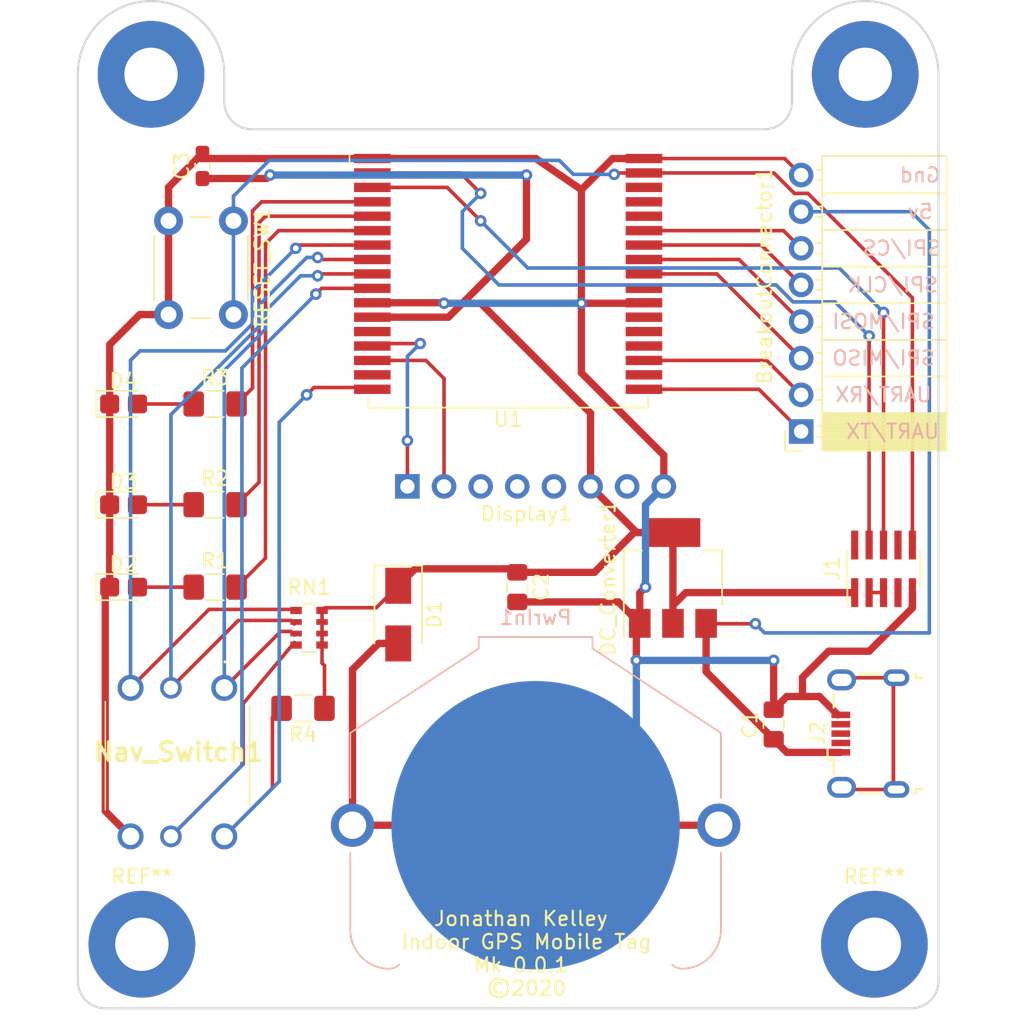
<source format=kicad_pcb>
(kicad_pcb (version 20200829) (generator pcbnew)

  (general
    (thickness 1.6)
  )

  (paper "A4")
  (layers
    (0 "F.Cu" signal)
    (31 "B.Cu" signal)
    (32 "B.Adhes" user)
    (33 "F.Adhes" user)
    (34 "B.Paste" user)
    (35 "F.Paste" user)
    (36 "B.SilkS" user)
    (37 "F.SilkS" user)
    (38 "B.Mask" user)
    (39 "F.Mask" user)
    (40 "Dwgs.User" user)
    (41 "Cmts.User" user)
    (42 "Eco1.User" user)
    (43 "Eco2.User" user)
    (44 "Edge.Cuts" user)
    (45 "Margin" user)
    (46 "B.CrtYd" user)
    (47 "F.CrtYd" user)
    (48 "B.Fab" user)
    (49 "F.Fab" user)
  )

  (setup
    (grid_origin 106.68 101.6)
    (pcbplotparams
      (layerselection 0x010fc_ffffffff)
      (usegerberextensions false)
      (usegerberattributes true)
      (usegerberadvancedattributes true)
      (creategerberjobfile true)
      (svguseinch false)
      (svgprecision 6)
      (excludeedgelayer true)
      (linewidth 0.100000)
      (plotframeref false)
      (viasonmask false)
      (mode 1)
      (useauxorigin false)
      (hpglpennumber 1)
      (hpglpenspeed 20)
      (hpglpendiameter 15.000000)
      (psnegative false)
      (psa4output false)
      (plotreference true)
      (plotvalue true)
      (plotinvisibletext false)
      (sketchpadsonfab false)
      (subtractmaskfromsilk false)
      (outputformat 1)
      (mirror false)
      (drillshape 0)
      (scaleselection 1)
      (outputdirectory "./")
    )
  )


  (net 0 "")
  (net 1 "Net-(U1-Pad32)")
  (net 2 "Net-(U1-Pad31)")
  (net 3 "Net-(U1-Pad30)")
  (net 4 "Net-(U1-Pad25)")
  (net 5 "Net-(U1-Pad22)")
  (net 6 "Net-(U1-Pad21)")
  (net 7 "Net-(U1-Pad19)")
  (net 8 "+5V")
  (net 9 "+3V3")
  (net 10 "SW_SELECT")
  (net 11 "GND")
  (net 12 "SW_RIGHT")
  (net 13 "SW_DOWN")
  (net 14 "SW_LEFT")
  (net 15 "SW_UP")
  (net 16 "SWD_CLK")
  (net 17 "SWD_DIO")
  (net 18 "LED3")
  (net 19 "LED2")
  (net 20 "LED1")
  (net 21 "SDA{slash}I2C")
  (net 22 "SCL{slash}I2c")
  (net 23 "Net-(BreakoutConnector1-Pad1)")
  (net 24 "Net-(BreakoutConnector1-Pad2)")
  (net 25 "Net-(BreakoutConnector1-Pad3)")
  (net 26 "Net-(BreakoutConnector1-Pad4)")
  (net 27 "Net-(BreakoutConnector1-Pad5)")
  (net 28 "Net-(BreakoutConnector1-Pad6)")
  (net 29 "~RESET")
  (net 30 "Net-(D2-Pad2)")
  (net 31 "Net-(D3-Pad2)")
  (net 32 "Net-(D4-Pad2)")
  (net 33 "Net-(J1-Pad7)")
  (net 34 "Net-(J1-Pad3)")
  (net 35 "Net-(J1-Pad2)")
  (net 36 "Net-(J2-Pad6)")
  (net 37 "Net-(J2-Pad4)")
  (net 38 "Net-(J2-Pad3)")
  (net 39 "Net-(J2-Pad2)")
  (net 40 "Net-(D1-Pad2)")
  (net 41 "Net-(Display1-Pad7)")
  (net 42 "Net-(Display1-Pad5)")
  (net 43 "Net-(Display1-Pad4)")
  (net 44 "Net-(Display1-Pad3)")
  (net 45 "Net-(J1-Pad8)")
  (net 46 "Net-(U1-Pad23)")
  (net 47 "Net-(U1-Pad16)")
  (net 48 "Net-(U1-Pad13)")

  (module "LED_SMD:LED_0805_2012Metric_Castellated" (layer "F.Cu") (tedit 5B36C52C) (tstamp 202d7961-12ee-4183-a690-b72e112d2bd6)
    (at 105.41 76.835)
    (descr "LED SMD 0805 (2012 Metric), castellated end terminal, IPC_7351 nominal, (Body size source: https://docs.google.com/spreadsheets/d/1BsfQQcO9C6DZCsRaXUlFlo91Tg2WpOkGARC1WS5S8t0/edit?usp=sharing), generated with kicad-footprint-generator")
    (tags "LED castellated")
    (property "Sheet file" "/Users/jonkelley/Development/LEAF/leaf/packages/mobile-tag/mobile-tag.kicad_sch")
    (property "Sheet name" "")
    (property "Vendor" "DK")
    (path "/e9d0e02e-a312-40ac-8047-ab84471fb29f")
    (attr smd)
    (fp_text reference "D2" (at 0 -1.6) (layer "F.SilkS")
      (effects (font (size 1 1) (thickness 0.15)))
      (tstamp 6e13d892-7c8c-4448-9a8e-908fb16d5969)
    )
    (fp_text value "LED" (at 0 1.6) (layer "F.Fab")
      (effects (font (size 1 1) (thickness 0.15)))
      (tstamp a865fc84-b9ad-43fd-84a3-647158202d9f)
    )
    (fp_text user "${REFERENCE}" (at 0 0) (layer "F.Fab")
      (effects (font (size 0.5 0.5) (thickness 0.08)))
      (tstamp 0759ef9c-8b19-44bb-ab1b-dbb2576de719)
    )
    (fp_line (start -1.885 -0.91) (end -1.885 0.91) (layer "F.SilkS") (width 0.12) (tstamp 0bac75e5-a0a1-4fdf-aa73-f9a7b08c6eb1))
    (fp_line (start -1.885 0.91) (end 1 0.91) (layer "F.SilkS") (width 0.12) (tstamp 232411cf-ea3a-47db-877a-5cebbc139116))
    (fp_line (start 1 -0.91) (end -1.885 -0.91) (layer "F.SilkS") (width 0.12) (tstamp 88a2a6ad-a54f-46e6-878c-287a7a765d78))
    (fp_line (start 1.88 -0.9) (end 1.88 0.9) (layer "F.CrtYd") (width 0.05) (tstamp 31ad1993-e95b-4950-844b-b0f6b0a4faf3))
    (fp_line (start -1.88 0.9) (end -1.88 -0.9) (layer "F.CrtYd") (width 0.05) (tstamp 5faab0b1-ffcc-4cbc-9cfd-f513f0ee4897))
    (fp_line (start -1.88 -0.9) (end 1.88 -0.9) (layer "F.CrtYd") (width 0.05) (tstamp 633ef6ab-fcca-4531-be8c-1db02ab00a89))
    (fp_line (start 1.88 0.9) (end -1.88 0.9) (layer "F.CrtYd") (width 0.05) (tstamp 6696e1e0-a44f-4d70-ad78-e8569bba18ed))
    (fp_line (start -1 0.6) (end 1 0.6) (layer "F.Fab") (width 0.1) (tstamp 12b56fc7-3a3d-4e79-adc3-493278660052))
    (fp_line (start -1 -0.3) (end -1 0.6) (layer "F.Fab") (width 0.1) (tstamp 2337ce97-9733-4bc7-8cda-3cc0b9d4fb83))
    (fp_line (start -0.7 -0.6) (end -1 -0.3) (layer "F.Fab") (width 0.1) (tstamp 62365e78-7cc7-4496-876f-5ef541f5c793))
    (fp_line (start 1 0.6) (end 1 -0.6) (layer "F.Fab") (width 0.1) (tstamp 7ff125b7-db5c-4b2f-885f-96ff7129d7ef))
    (fp_line (start 1 -0.6) (end -0.7 -0.6) (layer "F.Fab") (width 0.1) (tstamp ac03478e-9284-40f2-8427-dcb63c3bca0b))
    (pad "1" smd roundrect (at -0.9625 0) (size 1.325 1.3) (layers "F.Cu" "F.Paste" "F.Mask") (roundrect_rratio 0.1923076923076923)
      (net 11 "GND") (pinfunction "K") (tstamp faee2216-6c0f-454b-91b1-d4c5f06cdfd9))
    (pad "2" smd roundrect (at 0.9625 0) (size 1.325 1.3) (layers "F.Cu" "F.Paste" "F.Mask") (roundrect_rratio 0.1923076923076923)
      (net 30 "Net-(D2-Pad2)") (pinfunction "A") (tstamp c86402a5-dc0b-4184-a4ad-f5f96fb897c8))
    (model "${KISYS3DMOD}/LED_SMD.3dshapes/LED_0805_2012Metric_Castellated.wrl"
      (offset (xyz 0 0 0))
      (scale (xyz 1 1 1))
      (rotate (xyz 0 0 0))
    )
  )

  (module "Components:SKQUCAA010" (layer "F.Cu") (tedit 5F8D0E00) (tstamp 2187d557-75fb-4e98-b9b9-3b54e4ee300a)
    (at 112.395 83.82 -90)
    (descr "SKQUCAA010-3")
    (tags "Switch")
    (property "Arrow Part Number" "")
    (property "Arrow Price/Stock" "")
    (property "Description" "Alps, SKQUCAA010, 2 Way Joystick Switch Plunger, Momentary, 12V dc")
    (property "Height" "10")
    (property "Manufacturer_Name" "ALPS")
    (property "Manufacturer_Part_Number" "SKQUCAA010")
    (property "Mouser Part Number" "688-SKQUCA")
    (property "Mouser Price/Stock" "https://www.mouser.co.uk/ProductDetail/ALPS/SKQUCAA010?qs=N5Jky1br14PIN8L1H%2F2niA%3D%3D")
    (property "Sheet file" "/Users/jonkelley/Development/LEAF/leaf/packages/mobile-tag/mobile-tag.kicad_sch")
    (property "Sheet name" "")
    (property "Vendor" "Digikey")
    (path "/feaf2529-0285-4b9d-80a9-18943ae9e8c2")
    (attr through_hole)
    (fp_text reference "Nav_Switch1" (at 4.445 3.175) (layer "F.SilkS")
      (effects (font (size 1.27 1.27) (thickness 0.254)))
      (tstamp 92845450-e9e7-46cb-a9d2-6fad647e7739)
    )
    (fp_text value "SKQUCAA010" (at 5.334 -5.3594 -90) (layer "F.SilkS") hide
      (effects (font (size 1.27 1.27) (thickness 0.254)))
      (tstamp 9d9550ac-3591-403c-adbe-41d6b80f8f59)
    )
    (fp_text user "${REFERENCE}" (at 14.4272 -5.2578 -90) (layer "F.Fab")
      (effects (font (size 1.27 1.27) (thickness 0.254)))
      (tstamp 04c6bf84-10a7-44b6-b19d-d6f20f1b5b51)
    )
    (fp_line (start -1.85 -0.05) (end -1.85 -0.05) (layer "F.SilkS") (width 0.1) (tstamp 64738c24-f7b7-448b-88bd-67efa238869c))
    (fp_line (start 1.25 -1.75) (end 8.15 -1.75) (layer "F.SilkS") (width 0.1) (tstamp aa2e232f-52ab-4032-89ec-a843de771ef9))
    (fp_line (start -1.75 -0.05) (end -1.75 -0.05) (layer "F.SilkS") (width 0.1) (tstamp b576789f-e613-4f06-99fb-6c1e477eaa58))
    (fp_line (start 0.95 8.25) (end 8.45 8.25) (layer "F.SilkS") (width 0.1) (tstamp c8aea000-bd63-407c-8259-2937dc2d2480))
    (fp_arc (start -1.8 -0.05) (end -1.85 -0.05) (angle -180) (layer "F.SilkS") (width 0.1) (tstamp 5d69ca85-e192-45c8-8f9b-545bc354916f))
    (fp_arc (start -1.8 -0.05) (end -1.75 -0.05) (angle -180) (layer "F.SilkS") (width 0.1) (tstamp d70feb75-2653-436d-b45e-cebf7a9337f5))
    (fp_line (start -2.85 -2.75) (end 12.2 -2.75) (layer "F.CrtYd") (width 0.1) (tstamp 066b8dc2-fb34-4c1a-bc9d-550137a5ded2))
    (fp_line (start -2.85 9.25) (end -2.85 -2.75) (layer "F.CrtYd") (width 0.1) (tstamp 52ca0904-ca91-47eb-8755-28b195676435))
    (fp_line (start 12.2 9.25) (end -2.85 9.25) (layer "F.CrtYd") (width 0.1) (tstamp a4b13eaf-868d-4f3e-a23e-8379325854dc))
    (fp_line (start 12.2 -2.75) (end 12.2 9.25) (layer "F.CrtYd") (width 0.1) (tstamp f5326190-9934-41c2-a9f6-4a2a274683f8))
    (fp_line (start 0.15 8.25) (end 0.15 -1.75) (layer "F.Fab") (width 0.2) (tstamp 520fa049-9487-496b-9264-f7f1bca2adf5))
    (fp_line (start 10.15 8.25) (end 0.15 8.25) (layer "F.Fab") (width 0.2) (tstamp 5903e395-1820-4aa2-9161-770f59724b20))
    (fp_line (start 10.15 -1.75) (end 10.15 8.25) (layer "F.Fab") (width 0.2) (tstamp 97d0ce97-21bc-49b0-bc18-8c3e5f69c9bf))
    (fp_line (start 0.15 -1.75) (end 10.15 -1.75) (layer "F.Fab") (width 0.2) (tstamp d5987807-6bf1-416d-8503-56cc449423bd))
    (pad "1" thru_hole circle (at 0 0 270) (size 1.8 1.8) (drill 1.2) (layers *.Cu *.Mask)
      (net 15 "SW_UP") (pinfunction "A") (tstamp 709ed299-2f39-42f5-bc54-6b1056ad1512))
    (pad "2" thru_hole circle (at 0 3.7 270) (size 1.5 1.5) (drill 1) (layers *.Cu *.Mask)
      (net 14 "SW_LEFT") (pinfunction "B") (tstamp 7412bf68-4c6c-4756-8ba9-62e3f966dcbf))
    (pad "3" thru_hole circle (at 0 6.5 270) (size 1.8 1.8) (drill 1.2) (layers *.Cu *.Mask)
      (net 13 "SW_DOWN") (pinfunction "C") (tstamp 69b09e0d-ecf8-4cd0-b35f-60099610a279))
    (pad "4" thru_hole circle (at 10.3 6.5 270) (size 1.8 1.8) (drill 1.2) (layers *.Cu *.Mask)
      (net 11 "GND") (pinfunction "Common") (tstamp 75542bea-2a8a-4466-82b6-a457a75d0f2c))
    (pad "5" thru_hole circle (at 10.3 3.7 270) (size 1.5 1.5) (drill 1) (layers *.Cu *.Mask)
      (net 12 "SW_RIGHT") (pinfunction "D") (tstamp 6dbc0d6c-3116-4913-a2dd-3f2305cdbed9))
    (pad "6" thru_hole circle (at 10.3 0 270) (size 1.8 1.8) (drill 1.2) (layers *.Cu *.Mask)
      (net 10 "SW_SELECT") (pinfunction "Center") (tstamp 727619f9-ab0e-4e3d-b398-23d56a15ee18))
    (model "SKQUCAA010.stp"
      (offset (xyz 0 0 0))
      (scale (xyz 1 1 1))
      (rotate (xyz 0 0 0))
    )
  )

  (module "LED_SMD:LED_0805_2012Metric_Castellated" (layer "F.Cu") (tedit 5B36C52C) (tstamp 22c16332-fa5d-46bb-9d29-29e44cfd20f4)
    (at 105.41 71.12)
    (descr "LED SMD 0805 (2012 Metric), castellated end terminal, IPC_7351 nominal, (Body size source: https://docs.google.com/spreadsheets/d/1BsfQQcO9C6DZCsRaXUlFlo91Tg2WpOkGARC1WS5S8t0/edit?usp=sharing), generated with kicad-footprint-generator")
    (tags "LED castellated")
    (property "Sheet file" "/Users/jonkelley/Development/LEAF/leaf/packages/mobile-tag/mobile-tag.kicad_sch")
    (property "Sheet name" "")
    (property "Vendor" "DK")
    (path "/464f9fd4-7cea-4050-a30b-dbe00334bef6")
    (attr smd)
    (fp_text reference "D3" (at 0 -1.6) (layer "F.SilkS")
      (effects (font (size 1 1) (thickness 0.15)))
      (tstamp e398f73f-8c3c-465c-946d-825c26da6c6a)
    )
    (fp_text value "LED" (at 0 1.6) (layer "F.Fab")
      (effects (font (size 1 1) (thickness 0.15)))
      (tstamp be1ee49e-dfe0-440f-856d-cf13e3fa974e)
    )
    (fp_text user "${REFERENCE}" (at 0 0) (layer "F.Fab")
      (effects (font (size 0.5 0.5) (thickness 0.08)))
      (tstamp 44b1ffdd-42a1-48c3-aa9d-d7b45116431c)
    )
    (fp_line (start -1.885 0.91) (end 1 0.91) (layer "F.SilkS") (width 0.12) (tstamp ad9af0cf-8d33-44cc-b0c9-b6bf14668b5d))
    (fp_line (start -1.885 -0.91) (end -1.885 0.91) (layer "F.SilkS") (width 0.12) (tstamp b204a798-b378-4e10-af2b-ccaf7e90b68e))
    (fp_line (start 1 -0.91) (end -1.885 -0.91) (layer "F.SilkS") (width 0.12) (tstamp e381662f-830c-4a3c-8eda-3fd6ac04674d))
    (fp_line (start 1.88 0.9) (end -1.88 0.9) (layer "F.CrtYd") (width 0.05) (tstamp 595e21e6-e3bd-4f64-af88-238238bb3030))
    (fp_line (start -1.88 -0.9) (end 1.88 -0.9) (layer "F.CrtYd") (width 0.05) (tstamp 865c9322-0a8e-46cb-a665-00d3d6675883))
    (fp_line (start 1.88 -0.9) (end 1.88 0.9) (layer "F.CrtYd") (width 0.05) (tstamp 8b59652d-a928-4439-9bfc-c4026eb74655))
    (fp_line (start -1.88 0.9) (end -1.88 -0.9) (layer "F.CrtYd") (width 0.05) (tstamp e332c096-9371-4fc5-af36-07aa48f49b1a))
    (fp_line (start 1 0.6) (end 1 -0.6) (layer "F.Fab") (width 0.1) (tstamp 4cc516a4-2691-4a1e-b458-0f43989555b6))
    (fp_line (start 1 -0.6) (end -0.7 -0.6) (layer "F.Fab") (width 0.1) (tstamp 4e238109-7c62-486c-b775-ffe3f64a8cf9))
    (fp_line (start -0.7 -0.6) (end -1 -0.3) (layer "F.Fab") (width 0.1) (tstamp 75909d9f-3bfc-4021-9b73-85252d10a12e))
    (fp_line (start -1 0.6) (end 1 0.6) (layer "F.Fab") (width 0.1) (tstamp b215b3e4-746a-4692-bb84-a517f1433513))
    (fp_line (start -1 -0.3) (end -1 0.6) (layer "F.Fab") (width 0.1) (tstamp d3b7c757-46b9-40ce-96ba-cd8ab4e329d5))
    (pad "1" smd roundrect (at -0.9625 0) (size 1.325 1.3) (layers "F.Cu" "F.Paste" "F.Mask") (roundrect_rratio 0.1923076923076923)
      (net 11 "GND") (pinfunction "K") (tstamp 382ed049-a3a3-4232-a2c8-61b07f160a60))
    (pad "2" smd roundrect (at 0.9625 0) (size 1.325 1.3) (layers "F.Cu" "F.Paste" "F.Mask") (roundrect_rratio 0.1923076923076923)
      (net 31 "Net-(D3-Pad2)") (pinfunction "A") (tstamp 44edc3c2-aee1-47ec-bd9f-9e002a3a5fa6))
    (model "${KISYS3DMOD}/LED_SMD.3dshapes/LED_0805_2012Metric_Castellated.wrl"
      (offset (xyz 0 0 0))
      (scale (xyz 1 1 1))
      (rotate (xyz 0 0 0))
    )
  )

  (module "MountingHole:MountingHole_3.7mm_Pad" (layer "F.Cu") (tedit 5FAAF3D1) (tstamp 2855cee1-b824-460b-bada-f37a79041e6f)
    (at 157.48 101.6)
    (descr "Mounting Hole 3.7mm")
    (tags "mounting hole 3.7mm")
    (attr exclude_from_pos_files exclude_from_bom)
    (fp_text reference "REF**" (at 0 -4.7) (layer "F.SilkS")
      (effects (font (size 1 1) (thickness 0.15)))
      (tstamp 9e3bdfb9-82d9-4862-8ec5-db421de9d64e)
    )
    (fp_text value "MountingHole_3.7mm_Pad" (at 0 4.7) (layer "F.Fab")
      (effects (font (size 1 1) (thickness 0.15)))
      (tstamp b99461cf-6ec1-43d7-ad67-98dae03b9bb2)
    )
    (fp_text user "${REFERENCE}" (at 0.3 0) (layer "F.Fab")
      (effects (font (size 1 1) (thickness 0.15)))
      (tstamp 65aad041-3387-401c-ad8d-46f7c3eaf141)
    )
    (fp_circle (center 0 0) (end 3.7 0) (layer "Cmts.User") (width 0.15) (tstamp cbb31cc5-9d87-4a73-9076-b9c219ca17de))
    (fp_circle (center 0 0) (end 3.95 0) (layer "F.CrtYd") (width 0.05) (tstamp de92f566-1df6-4815-aa5c-4008f6948ad8))
    (pad "2" thru_hole circle (at 0 0) (size 7.4 7.4) (drill 3.7) (layers *.Cu *.Mask) (tstamp 9df39ba2-5934-403b-8638-ae02f800670a))
  )

  (module "" (layer "F.Cu") (tedit 5FAAF3D9) (tstamp 2adbe9a2-bf96-4314-8f83-c5e86ed3f7f5)
    (at 156.845 41.275)
    (fp_text reference "" (at 0 0) (layer "F.SilkS")
      (effects (font (size 1.27 1.27) (thickness 0.15)))
      (tstamp f21934f0-d6b2-4b39-b1ef-399f0e7e2667)
    )
    (fp_text value "" (at 0 0) (layer "F.SilkS")
      (effects (font (size 1.27 1.27) (thickness 0.15)))
      (tstamp 06d70c20-566a-403c-a7d3-b9cd15d0d4e0)
    )
    (pad "3" thru_hole circle (at 0 0) (size 7.4 7.4) (drill 3.7) (layers *.Cu *.Mask) (tstamp 9df39ba2-5934-403b-8638-ae02f800670a))
  )

  (module "Resistor_SMD:R_1206_3216Metric_Pad1.42x1.75mm_HandSolder" (layer "F.Cu") (tedit 5B301BBD) (tstamp 346061e2-b0fa-434f-9672-6f98f6cc32d7)
    (at 111.76 71.12)
    (descr "Resistor SMD 1206 (3216 Metric), square (rectangular) end terminal, IPC_7351 nominal with elongated pad for handsoldering. (Body size source: http://www.tortai-tech.com/upload/download/2011102023233369053.pdf), generated with kicad-footprint-generator")
    (tags "resistor handsolder")
    (property "Arrow Price/Stock" "~")
    (property "Sheet file" "/Users/jonkelley/Development/LEAF/leaf/packages/mobile-tag/mobile-tag.kicad_sch")
    (property "Sheet name" "")
    (property "Vendor" "")
    (path "/e979c69f-0da4-4a54-a252-3e602e573f92")
    (attr smd)
    (fp_text reference "R2" (at 0 -1.82) (layer "F.SilkS")
      (effects (font (size 1 1) (thickness 0.15)))
      (tstamp 62382d29-4402-4ddb-a943-dcf4d412bc12)
    )
    (fp_text value "100" (at 0 1.82) (layer "F.Fab")
      (effects (font (size 1 1) (thickness 0.15)))
      (tstamp 2abf3142-e2ba-4e2b-bb98-84b0e4771ef2)
    )
    (fp_text user "${REFERENCE}" (at 0 0) (layer "F.Fab")
      (effects (font (size 0.8 0.8) (thickness 0.12)))
      (tstamp 8e659c1d-a6ee-43e3-b621-b0e861bcf4d3)
    )
    (fp_line (start -0.602064 0.91) (end 0.602064 0.91) (layer "F.SilkS") (width 0.12) (tstamp 20d0b82a-dca0-48c2-8c8f-27dfaffea030))
    (fp_line (start -0.602064 -0.91) (end 0.602064 -0.91) (layer "F.SilkS") (width 0.12) (tstamp fdd8c3d2-5ba0-46bc-98bf-4464666006d2))
    (fp_line (start -2.45 1.12) (end -2.45 -1.12) (layer "F.CrtYd") (width 0.05) (tstamp 17e357f7-4bc5-4ff9-887e-a781e44c2cc2))
    (fp_line (start -2.45 -1.12) (end 2.45 -1.12) (layer "F.CrtYd") (width 0.05) (tstamp 319078cc-40cb-4b6b-a21b-8a2959ab5a55))
    (fp_line (start 2.45 -1.12) (end 2.45 1.12) (layer "F.CrtYd") (width 0.05) (tstamp 6383c674-1bf2-4bf5-a310-60636b10199a))
    (fp_line (start 2.45 1.12) (end -2.45 1.12) (layer "F.CrtYd") (width 0.05) (tstamp c316be5d-7899-420f-89bf-f5da183ae66e))
    (fp_line (start 1.6 0.8) (end -1.6 0.8) (layer "F.Fab") (width 0.1) (tstamp 01fa668a-f18e-42b5-bebb-a8e8797d96eb))
    (fp_line (start -1.6 -0.8) (end 1.6 -0.8) (layer "F.Fab") (width 0.1) (tstamp 8d58a1e9-6db7-498a-b045-330e070181dd))
    (fp_line (start -1.6 0.8) (end -1.6 -0.8) (layer "F.Fab") (width 0.1) (tstamp cfa5ec1f-db78-4c09-8c85-a9e2589c089d))
    (fp_line (start 1.6 -0.8) (end 1.6 0.8) (layer "F.Fab") (width 0.1) (tstamp e1895f2f-0a91-495a-8ad9-18564081916a))
    (pad "1" smd roundrect (at -1.4875 0) (size 1.425 1.75) (layers "F.Cu" "F.Paste" "F.Mask") (roundrect_rratio 0.175439298245614)
      (net 31 "Net-(D3-Pad2)") (tstamp 9a066984-cc1c-4002-b95a-942e8e920193))
    (pad "2" smd roundrect (at 1.4875 0) (size 1.425 1.75) (layers "F.Cu" "F.Paste" "F.Mask") (roundrect_rratio 0.175439298245614)
      (net 19 "LED2") (tstamp a180348e-3715-4c46-80fc-9b52858a7e70))
    (model "${KISYS3DMOD}/Resistor_SMD.3dshapes/R_1206_3216Metric.wrl"
      (offset (xyz 0 0 0))
      (scale (xyz 1 1 1))
      (rotate (xyz 0 0 0))
    )
  )

  (module "Display:Adafruit_SSD1306" (layer "F.Cu") (tedit 5FB3A233) (tstamp 4cb39035-2fe0-44c2-9cba-4ff130762e7a)
    (at 125.095 69.85)
    (descr "Adafruit SSD1306 OLED 1.3 inch 128x64 I2C & SPI https://learn.adafruit.com/monochrome-oled-breakouts/downloads")
    (tags "Adafruit SSD1306 OLED 1.3 inch 128x64 I2C & SPI ")
    (property "Sheet file" "/Users/jonkelley/Development/LEAF/leaf/packages/mobile-tag/mobile-tag.kicad_sch")
    (property "Sheet name" "")
    (property "Vendor" "Digikey")
    (path "/94e94370-a0ce-4eb8-bc44-507cc4a6f32a")
    (attr through_hole)
    (fp_text reference "Display1" (at 8.255 1.905) (layer "F.SilkS")
      (effects (font (size 1 1) (thickness 0.15)))
      (tstamp 9aa33281-16ed-4c85-8c06-9627e3a1b69f)
    )
    (fp_text value "128x64OLED" (at 8.89 30) (layer "F.Fab")
      (effects (font (size 1 1) (thickness 0.15)))
      (tstamp 12c46ffb-13a5-4968-ae98-043bd400c877)
    )
    (fp_text user "${REFERENCE}" (at 8.89 14.732) (layer "F.Fab")
      (effects (font (size 1 1) (thickness 0.15)))
      (tstamp b71ecd24-a8eb-4ad6-8b3c-e996568c8a6c)
    )
    (fp_line (start -8.89 0) (end -8.89 29.47) (layer "F.CrtYd") (width 0.05) (tstamp 099a4bb7-0187-4254-9c86-a0d704b8cfb7))
    (fp_line (start 22.02 32.77) (end 23.37 32.77) (layer "F.CrtYd") (width 0.05) (tstamp 196e7e9b-6b66-4131-a4e2-33800038b42e))
    (fp_line (start -4.24 32.77) (end -5.59 32.77) (layer "F.CrtYd") (width 0.05) (tstamp 3934d6f3-b4bb-42c4-9d84-b1f2081a72b7))
    (fp_line (start 23.37 -3.3) (end -5.59 -3.3) (layer "F.CrtYd") (width 0.05) (tstamp 611910f0-da22-4bb0-bb7c-fc4990df81f5))
    (fp_line (start -2.29 26.68) (end 20.07 26.68) (layer "F.CrtYd") (width 0.05) (tstamp 67a9f3e4-a01c-4711-84d3-691d6b24f0d4))
    (fp_line (start 20.07 26.68) (end 20.07 30.82) (layer "F.CrtYd") (width 0.05) (tstamp 991d5eda-76c3-49d2-82df-5d0bcd1e92ea))
    (fp_line (start -2.29 26.68) (end -2.29 30.82) (layer "F.CrtYd") (width 0.05) (tstamp a1a8b708-3fae-4c69-85bd-bd94a19bbe52))
    (fp_line (start 26.67 0) (end 26.67 29.47) (layer "F.CrtYd") (width 0.05) (tstamp d1f25f58-361e-4540-9cab-1f98ddf72355))
    (fp_arc (start 23.37 0) (end 23.37 -3.3) (angle 90) (layer "F.CrtYd") (width 0.05) (tstamp 003ca037-b288-47e0-bd15-74e8142606d9))
    (fp_arc (start -5.59 0) (end -5.59 -3.3) (angle -90) (layer "F.CrtYd") (width 0.05) (tstamp 2e7748a5-7560-410e-9a2f-e6ecb6b08adf))
    (fp_arc (start -5.59 29.47) (end -5.59 32.77) (angle 90) (layer "F.CrtYd") (width 0.05) (tstamp 523b9227-cd72-4b71-b17c-ed3821cc00e4))
    (fp_arc (start 23.37 29.47) (end 23.37 32.77) (angle -90) (layer "F.CrtYd") (width 0.05) (tstamp 5daec16e-6946-4cfe-bb84-7e1b6a07c237))
    (fp_arc (start 22.02 30.82) (end 20.07 30.82) (angle -90) (layer "F.CrtYd") (width 0.05) (tstamp 65d893a6-7c31-433d-a303-9d14b14a4d4c))
    (fp_arc (start -4.24 30.82) (end -2.29 30.82) (angle 90) (layer "F.CrtYd") (width 0.05) (tstamp e5221cc1-f596-4f29-aef0-dabdf2f0d16b))
    (fp_line (start -5.588 20.066) (end 23.368 20.066) (layer "F.Fab") (width 0.1) (tstamp 05a1ea94-d116-48ad-8ff3-444068067807))
    (fp_line (start 26.416 0) (end 26.416 29.464) (layer "F.Fab") (width 0.1) (tstamp 109004a9-eeeb-40f6-a591-bb2aa2cec6ae))
    (fp_line (start -5.588 5.588) (end -5.588 20.066) (layer "F.Fab") (width 0.1) (tstamp 1734ab89-e5f9-4151-a446-e713643dd4eb))
    (fp_line (start -5.588 5.588) (end 23.368 5.588) (layer "F.Fab") (width 0.1) (tstamp 23ac9f21-7851-4f5b-908d-bb640d0e8fcb))
    (fp_line (start -8.636 0) (end -8.636 29.464) (layer "F.Fab") (width 0.1) (tstamp 35582e75-92c6-4a40-8cd9-3fd4af82ae09))
    (fp_line (start 23.368 -3.048) (end -5.588 -3.048) (layer "F.Fab") (width 0.1) (tstamp 4e3cbec5-2618-44af-90aa-4b9ffabcd5fc))
    (fp_line (start 22.018 32.512) (end 23.37 32.512) (layer "F.Fab") (width 0.1) (tstamp 778eac49-f065-4868-9214-a733d37429a0))
    (fp_line (start -4.238 32.512) (end -5.59 32.512) (layer "F.Fab") (width 0.1) (tstamp 8cef7e60-427f-488d-9fd3-01fdf0a362d6))
    (fp_line (start -2.54 26.416) (end 20.32 26.416) (layer "F.Fab") (width 0.1) (tstamp 9feb84c8-aeda-4056-a7dc-8e16d1173afd))
    (fp_line (start -2.54 26.416) (end -2.54 30.814) (layer "F.Fab") (width 0.1) (tstamp ac9f9379-9e3f-4574-a39d-761fbf69567e))
    (fp_line (start -0.78 -3.048) (end 0 -2.268) (layer "F.Fab") (width 0.1) (tstamp b0022530-b159-437f-b617-e6cf2ea197b5))
    (fp_line (start 23.368 5.588) (end 23.368 20.066) (layer "F.Fab") (width 0.1) (tstamp c057b851-7964-4db9-bad8-e563ddf4a4cd))
    (fp_line (start 20.32 26.416) (end 20.32 30.814) (layer "F.Fab") (width 0.1) (tstamp d754d0c1-4e7f-4dce-b1b4-8fa8f2fc0df1))
    (fp_line (start 0 -2.268) (end 0.78 -3.048) (layer "F.Fab") (width 0.1) (tstamp f516bd06-76c8-4c1a-9926-54ccbbd4f978))
    (fp_arc (start 23.368 0) (end 23.368 -3.048) (angle 90) (layer "F.Fab") (width 0.1) (tstamp 07edd6ff-f5f4-49b1-9794-e90b214e69cd))
    (fp_arc (start 23.368 29.464) (end 26.416 29.464) (angle 90) (layer "F.Fab") (width 0.1) (tstamp 198f783e-3aa7-49db-b6e6-e80eed1713a7))
    (fp_arc (start -5.588 29.464) (end -8.636 29.462) (angle -90) (layer "F.Fab") (width 0.1) (tstamp 8e5ee0fd-4e46-4b4b-9bb0-a6bf90b4a7bf))
    (fp_arc (start -5.588 0) (end -5.59 -3.048) (angle -90) (layer "F.Fab") (width 0.1) (tstamp 960afd9e-9c83-4814-9df4-3cb6238f17ae))
    (fp_arc (start 22.018 30.814) (end 20.32 30.812) (angle -90) (layer "F.Fab") (width 0.1) (tstamp bc1ceceb-8f27-411b-9c66-e0060a7251cf))
    (fp_arc (start -4.238 30.814) (end -2.54 30.812) (angle 90) (layer "F.Fab") (width 0.1) (tstamp bfc537c9-7829-4736-9e8b-e1b6c147c70c))
    (pad "" np_thru_hole circle (at 23.368 0) (size 2.7 2.7) (drill 2.7) (layers *.Cu *.Mask) (tstamp 04b4036f-f28c-46e5-af76-09e8f8bc05e6))
    (pad "" np_thru_hole circle (at 23.368 29.464) (size 2.7 2.7) (drill 2.7) (layers *.Cu *.Mask) (tstamp 0d307e16-d69f-4b2d-875a-019dfb5ff725))
    (pad "" np_thru_hole circle (at -5.588 0) (size 2.7 2.7) (drill 2.7) (layers *.Cu *.Mask) (tstamp 0e3c7243-f5a7-4920-b09a-54ca7fb3af24))
    (pad "" np_thru_hole circle (at -5.588 29.464) (size 2.7 2.7) (drill 2.7) (layers *.Cu *.Mask) (tstamp 2ec7d46b-4e0f-411c-ae25-83bb449d657c))
    (pad "1" thru_hole rect (at 0 0) (size 1.7 1.7) (drill 1) (layers *.Cu *.Mask)
      (net 21 "SDA{slash}I2C") (pinfunction "SDA") (tstamp e70077fd-aff7-4779-bcac-eeb002a977c2))
    (pad "2" thru_hole circle (at 2.54 0) (size 1.7 1.7) (drill 1) (layers *.Cu *.Mask)
      (net 22 "SCL{slash}I2c") (pinfunction "SCK") (tstamp 1be3bcc1-2dc2-452b-8248-f6241111c36f))
    (pad "3" thru_hole circle (at 5.08 0) (size 1.7 1.7) (drill 1) (layers *.Cu *.Mask)
      (net 44 "Net-(Display1-Pad3)") (pinfunction "SAD") (tstamp 4919ad75-3f75-4ea7-88af-dc757ac23a7e))
    (pad "4" thru_hole circle (at 7.62 0) (size 1.7 1.7) (drill 1) (layers *.Cu *.Mask)
      (net 43 "Net-(Display1-Pad4)") (pinfunction "RST") (tstamp 8b4f6e92-552c-421c-8069-787db5c08928))
    (pad "5" thru_hole circle (at 10.16 0) (size 1.7 1.7) (drill 1) (layers *.Cu *.Mask)
      (net 42 "Net-(Display1-Pad5)") (pinfunction "CS") (tstamp 2ac4c574-4d33-4c9b-a791-78d4cfbc8e40))
    (pad "6" thru_hole circle (at 12.7 0) (size 1.7 1.7) (drill 1) (layers *.Cu *.Mask)
      (net 9 "+3V3") (pinfunction "3.3V") (tstamp 032733f8-f439-4b81-b1f6-ed0cd6478ef6))
    (pad "7" thru_hole circle (at 15.24 0) (size 1.7 1.7) (drill 1) (layers *.Cu *.Mask)
      (net 41 "Net-(Display1-Pad7)") (pinfunction "VIN") (tstamp 36cced07-b4d3-4708-8361-adb2e72895e4))
    (pad "8" thru_hole circle (at 17.78 0) (size 1.7 1.7) (drill 1) (layers *.Cu *.Mask)
      (net 11 "GND") (pinfunction "GND") (tstamp 7c816cc3-9b8f-4cfc-9387-1004f6d59585))
    (model "${KISYS3DMOD}/Display.3dshapes/Adafruit_SSD1306.wrl"
      (offset (xyz 0 0 3.175))
      (scale (xyz 1 1 1))
      (rotate (xyz 0 0 0))
    )
  )

  (module "Resistor_SMD:R_1206_3216Metric_Pad1.42x1.75mm_HandSolder" (layer "F.Cu") (tedit 5B301BBD) (tstamp 6a32ba33-cddd-4c6c-9fd4-3ddbb58d3db6)
    (at 117.856 85.24 180)
    (descr "Resistor SMD 1206 (3216 Metric), square (rectangular) end terminal, IPC_7351 nominal with elongated pad for handsoldering. (Body size source: http://www.tortai-tech.com/upload/download/2011102023233369053.pdf), generated with kicad-footprint-generator")
    (tags "resistor handsolder")
    (property "Arrow Price/Stock" "~")
    (property "Sheet file" "/Users/jonkelley/Development/LEAF/leaf/packages/mobile-tag/mobile-tag.kicad_sch")
    (property "Sheet name" "")
    (property "Vendor" "")
    (path "/ca749ff7-1112-4636-84f6-305636e915cf")
    (attr smd)
    (fp_text reference "R4" (at 0 -1.82) (layer "F.SilkS")
      (effects (font (size 1 1) (thickness 0.15)))
      (tstamp f21cc28c-16f6-4aec-b9fc-ac7605ab9698)
    )
    (fp_text value "10k" (at 0 1.82) (layer "F.Fab")
      (effects (font (size 1 1) (thickness 0.15)))
      (tstamp f9722baa-39be-4e3d-9ed1-f0a48fa815cf)
    )
    (fp_text user "${REFERENCE}" (at 0 0) (layer "F.Fab")
      (effects (font (size 0.8 0.8) (thickness 0.12)))
      (tstamp c04b1b46-00eb-4f1f-b914-4ddb1055f2a8)
    )
    (fp_line (start -0.602064 0.91) (end 0.602064 0.91) (layer "F.SilkS") (width 0.12) (tstamp c61729c3-fcc8-4fbe-87a2-baf3e787dd11))
    (fp_line (start -0.602064 -0.91) (end 0.602064 -0.91) (layer "F.SilkS") (width 0.12) (tstamp cdcc76da-df2a-472f-8504-cd1fbd76692a))
    (fp_line (start -2.45 -1.12) (end 2.45 -1.12) (layer "F.CrtYd") (width 0.05) (tstamp 026da5c9-026c-4359-aa06-aa1959083546))
    (fp_line (start 2.45 -1.12) (end 2.45 1.12) (layer "F.CrtYd") (width 0.05) (tstamp 5be3b304-c696-4a6b-be19-9170b950828a))
    (fp_line (start 2.45 1.12) (end -2.45 1.12) (layer "F.CrtYd") (width 0.05) (tstamp 726c4620-386a-468e-a9b7-0e0d9548f3bf))
    (fp_line (start -2.45 1.12) (end -2.45 -1.12) (layer "F.CrtYd") (width 0.05) (tstamp 8f06848d-3c1b-4d47-96df-d0994c3a3d6c))
    (fp_line (start 1.6 0.8) (end -1.6 0.8) (layer "F.Fab") (width 0.1) (tstamp 1cc9b607-9cda-4335-bfe1-5efef3a04a15))
    (fp_line (start -1.6 -0.8) (end 1.6 -0.8) (layer "F.Fab") (width 0.1) (tstamp 68c9ff22-b632-43b3-b4be-2a46165bd4d8))
    (fp_line (start -1.6 0.8) (end -1.6 -0.8) (layer "F.Fab") (width 0.1) (tstamp ac595d63-e7f3-4a04-a9fc-acf867f07d7d))
    (fp_line (start 1.6 -0.8) (end 1.6 0.8) (layer "F.Fab") (width 0.1) (tstamp e6228e38-28a6-47c9-b15d-f8b621ff8a56))
    (pad "1" smd roundrect (at -1.4875 0 180) (size 1.425 1.75) (layers "F.Cu" "F.Paste" "F.Mask") (roundrect_rratio 0.175439298245614)
      (net 9 "+3V3") (tstamp fec44b54-ecd7-408a-b039-f2e5294b4f56))
    (pad "2" smd roundrect (at 1.4875 0 180) (size 1.425 1.75) (layers "F.Cu" "F.Paste" "F.Mask") (roundrect_rratio 0.175439298245614)
      (net 10 "SW_SELECT") (tstamp 3cb29e21-6cb5-49b4-96df-ce80df81cf5e))
    (model "${KISYS3DMOD}/Resistor_SMD.3dshapes/R_1206_3216Metric.wrl"
      (offset (xyz 0 0 0))
      (scale (xyz 1 1 1))
      (rotate (xyz 0 0 0))
    )
  )

  (module "" (layer "F.Cu") (tedit 5FAAF3E0) (tstamp 6e395a32-22fb-469d-8f92-5c5605b1e413)
    (at 107.315 41.275)
    (fp_text reference "" (at 0 0) (layer "F.SilkS")
      (effects (font (size 1.27 1.27) (thickness 0.15)))
      (tstamp f21934f0-d6b2-4b39-b1ef-399f0e7e2667)
    )
    (fp_text value "" (at 0 0) (layer "F.SilkS")
      (effects (font (size 1.27 1.27) (thickness 0.15)))
      (tstamp 06d70c20-566a-403c-a7d3-b9cd15d0d4e0)
    )
    (pad "4" thru_hole circle (at 0 0) (size 7.4 7.4) (drill 3.7) (layers *.Cu *.Mask) (tstamp 9df39ba2-5934-403b-8638-ae02f800670a))
  )

  (module "Connector_USB:USB_Micro-B_Wuerth_629105150521" (layer "F.Cu") (tedit 5A142044) (tstamp 77aef7ff-649b-4707-bb11-c323d01b7c64)
    (at 157.05378 86.993021 90)
    (descr "USB Micro-B receptacle, http://www.mouser.com/ds/2/445/629105150521-469306.pdf")
    (tags "usb micro receptacle")
    (property "Sheet file" "/Users/jonkelley/Development/LEAF/leaf/packages/mobile-tag/mobile-tag.kicad_sch")
    (property "Sheet name" "")
    (path "/ae0bc2c4-9414-4d61-bdc8-a4060c64e08a")
    (attr smd)
    (fp_text reference "J2" (at 0 -3.5 90) (layer "F.SilkS")
      (effects (font (size 1 1) (thickness 0.15)))
      (tstamp c1114ea6-abe5-48c1-8a31-5edc89c4c2df)
    )
    (fp_text value "USB_B_Micro" (at 0 5.6 90) (layer "F.Fab")
      (effects (font (size 1 1) (thickness 0.15)))
      (tstamp e7bf0cd0-1a25-4eaa-b9b2-f090d8fc156e)
    )
    (fp_text user "PCB Edge" (at 0 3.75 90) (layer "Dwgs.User")
      (effects (font (size 0.5 0.5) (thickness 0.08)))
      (tstamp 7c8424cd-333a-4f7f-9262-5fbe05cc76f3)
    )
    (fp_text user "${REFERENCE}" (at 0 1.05 90) (layer "F.Fab")
      (effects (font (size 1 1) (thickness 0.15)))
      (tstamp a01bec65-066c-48fc-b4db-ef6ff3c979a8)
    )
    (fp_line (start 1.8 -2.4) (end 2.8 -2.4) (layer "F.SilkS") (width 0.15) (tstamp 086e71d2-9f62-4855-9967-b4aee54bc4a4))
    (fp_line (start -4.15 3.3) (end -3.85 3.3) (layer "F.SilkS") (width 0.15) (tstamp 12a983f4-bc0c-4072-a391-870d2bb8d472))
    (fp_line (start 3.85 3.3) (end 4.15 3.3) (layer "F.SilkS") (width 0.15) (tstamp 1f73393d-f59d-490d-97af-f2a6296e77af))
    (fp_line (start 4.15 0.75) (end 4.15 -0.65) (layer "F.SilkS") (width 0.15) (tstamp 2d413e71-b945-44b4-b8c5-461342f20f19))
    (fp_line (start -4.15 -0.65) (end -4.15 0.75) (layer "F.SilkS") (width 0.15) (tstamp 3455b112-1753-40e2-9df2-f2de81ffa124))
    (fp_line (start 4.15 3.3) (end 4.15 3.15) (layer "F.SilkS") (width 0.15) (tstamp 48ed0758-90e9-4d47-830a-3f0eb3581234))
    (fp_line (start -3.85 3.3) (end -3.85 3.75) (layer "F.SilkS") (width 0.15) (tstamp 4ee149f6-f0f8-4e44-b5ce-6f13aa5df674))
    (fp_line (start -4.15 3.15) (end -4.15 3.3) (layer "F.SilkS") (width 0.15) (tstamp 7fb448c7-615d-4aa7-a179-2762254b8984))
    (fp_line (start -1.075 -2.825) (end -1.8 -2.825) (layer "F.SilkS") (width 0.15) (tstamp 92a44f7d-ffc8-40c9-99ad-2ad03dbdc3b5))
    (fp_line (start 3.85 3.75) (end 3.85 3.3) (layer "F.SilkS") (width 0.15) (tstamp a200398f-abf6-4443-aa79-0169cc0c0e1e))
    (fp_line (start -1.8 -2.825) (end -1.8 -2.4) (layer "F.SilkS") (width 0.15) (tstamp add97abf-728c-4c05-b3ea-f140ae3f0b2f))
    (fp_line (start -1.8 -2.4) (end -2.8 -2.4) (layer "F.SilkS") (width 0.15) (tstamp c1e8141f-1ee1-4a07-84b0-1b295ec48dc9))
    (fp_line (start -4.94 4.85) (end 4.95 4.85) (layer "F.CrtYd") (width 0.05) (tstamp 152edf5e-6dd2-45a7-b336-c8e6cc2e781f))
    (fp_line (start 4.95 -3.34) (end -4.94 -3.34) (layer "F.CrtYd") (width 0.05) (tstamp 52d461a3-62a8-449c-9aab-a1c7389731b1))
    (fp_line (start 4.95 4.85) (end 4.95 -3.34) (layer "F.CrtYd") (width 0.05) (tstamp 99e28ef3-3604-45ca-9c00-10298cc60833))
    (fp_line (start -4.94 -3.34) (end -4.94 4.85) (layer "F.CrtYd") (width 0.05) (tstamp 9a49a6d9-d358-49fe-b0ed-81b695f19ec2))
    (fp_line (start -3.7 3.15) (end -3.7 4.35) (layer "F.Fab") (width 0.15) (tstamp 18f40dd7-8348-46c9-ad51-387c810eabdc))
    (fp_line (start -4 -2.25) (end -4 3.15) (layer "F.Fab") (width 0.15) (tstamp 3572f9d0-e961-4bd7-91ea-3676a7c19cbc))
    (fp_line (start 4 3.15) (end 4 -2.25) (layer "F.Fab") (width 0.15) (tstamp 39e190f4-4d40-4dde-a6b0-b85190f83d1e))
    (fp_line (start 4 -2.25) (end -4 -2.25) (layer "F.Fab") (width 0.15) (tstamp 3ff6347a-67a2-4fbf-9ec2-5ba7fe418936))
    (fp_line (start -1.075 -2.95) (end -1.075 -2.725) (layer "F.Fab") (width 0.15) (tstamp 45b4fa21-0d9f-4a31-ab17-80caa430b275))
    (fp_line (start -3.7 4.35) (end 3.7 4.35) (layer "F.Fab") (width 0.15) (tstamp 9afdf459-c4e4-4800-8ee8-9a97512dd0cb))
    (fp_line (start -1.525 -2.95) (end -1.075 -2.95) (layer "F.Fab") (width 0.15) (tstamp b1df75bb-f359-40d8-8a6e-0943bd55bee4))
    (fp_line (start 3.7 3.15) (end 4 3.15) (layer "F.Fab") (width 0.15) (tstamp c96f6851-b5fa-4fce-9375-cad93b282e1f))
    (fp_line (start -1.3 -2.55) (end -1.525 -2.725) (layer "F.Fab") (width 0.15) (tstamp d9c851cb-d572-4cdf-a155-4582e6d1dc11))
    (fp_line (start -4 3.15) (end -3.7 3.15) (layer "F.Fab") (width 0.15) (tstamp da372825-a0dd-487a-89b4-77b864ff1876))
    (fp_line (start -1.075 -2.725) (end -1.3 -2.55) (layer "F.Fab") (width 0.15) (tstamp e89ecf94-b9b0-4d0f-8605-50de7bb362c6))
    (fp_line (start -1.525 -2.725) (end -1.525 -2.95) (layer "F.Fab") (width 0.15) (tstamp eaa14ec4-682f-4506-849d-07edb9aa10bb))
    (fp_line (start -2.7 3.75) (end 2.7 3.75) (layer "F.Fab") (width 0.15) (tstamp f2897308-bab9-4a46-8d87-94afc08faad8))
    (fp_line (start 3.7 4.35) (end 3.7 3.15) (layer "F.Fab") (width 0.15) (tstamp f7bf8d20-235c-43e1-9e56-eaac46857d75))
    (pad "" np_thru_hole oval (at 2.5 -0.8 90) (size 0.8 0.8) (drill 0.8) (layers *.Cu *.Mask) (tstamp 429bbdc2-e257-4f66-a708-32496fb5404b))
    (pad "" np_thru_hole oval (at -2.5 -0.8 90) (size 0.8 0.8) (drill 0.8) (layers *.Cu *.Mask) (tstamp c55c5209-9f83-415b-b12d-5e4e40b6bd63))
    (pad "1" smd rect (at -1.3 -1.9 90) (size 0.45 1.3) (layers "F.Cu" "F.Paste" "F.Mask")
      (net 8 "+5V") (pinfunction "VBUS") (tstamp e3848e96-37d4-4cb0-8055-3b3630aaff59))
    (pad "2" smd rect (at -0.65 -1.9 90) (size 0.45 1.3) (layers "F.Cu" "F.Paste" "F.Mask")
      (net 39 "Net-(J2-Pad2)") (pinfunction "D-") (tstamp 5d34718d-b924-4bec-8d07-6f2d43942d4e))
    (pad "3" smd rect (at 0 -1.9 90) (size 0.45 1.3) (layers "F.Cu" "F.Paste" "F.Mask")
      (net 38 "Net-(J2-Pad3)") (pinfunction "D+") (tstamp dd76e051-12e4-41ad-8905-b06bd07e357c))
    (pad "4" smd rect (at 0.65 -1.9 90) (size 0.45 1.3) (layers "F.Cu" "F.Paste" "F.Mask")
      (net 37 "Net-(J2-Pad4)") (pinfunction "ID") (tstamp 0ba3fb14-0aaf-429b-b33d-a76785375f85))
    (pad "5" smd rect (at 1.3 -1.9 90) (size 0.45 1.3) (layers "F.Cu" "F.Paste" "F.Mask")
      (net 11 "GND") (pinfunction "GND") (tstamp 7031d0a3-4617-4c0e-9927-267ac4169b20))
    (pad "6" thru_hole oval (at 3.875 1.95 90) (size 1.15 1.8) (drill oval 0.55 1.2) (layers *.Cu *.Mask)
      (net 36 "Net-(J2-Pad6)") (pinfunction "Shield") (tstamp 181e8685-42c6-4d53-95f4-0d3438863b40))
    (pad "6" thru_hole oval (at -3.725 -1.85 90) (size 1.45 2) (drill oval 0.85 1.4) (layers *.Cu *.Mask)
      (net 36 "Net-(J2-Pad6)") (pinfunction "Shield") (tstamp 2c97f989-0e57-4212-9dc4-82b9526f4a5c))
    (pad "6" thru_hole oval (at -3.875 1.95 90) (size 1.15 1.8) (drill oval 0.55 1.2) (layers *.Cu *.Mask)
      (net 36 "Net-(J2-Pad6)") (pinfunction "Shield") (tstamp 2f375a1b-dd34-4ad6-847b-036f30076f23))
    (pad "6" thru_hole oval (at 3.725 -1.85 90) (size 1.45 2) (drill oval 0.85 1.4) (layers *.Cu *.Mask)
      (net 36 "Net-(J2-Pad6)") (pinfunction "Shield") (tstamp b95f4ff8-7e2a-4ca8-b515-73979b03739f))
    (model "${KISYS3DMOD}/Connector_USB.3dshapes/USB_Micro-B_Wuerth_629105150521.wrl"
      (offset (xyz 0 0 0))
      (scale (xyz 1 1 1))
      (rotate (xyz 0 0 0))
    )
  )

  (module "Resistor_SMD:R_Array_Convex_4x0603" (layer "F.Cu") (tedit 58E0A8B2) (tstamp 83bffcc4-a7d8-4b71-a8ae-947fedc1aa96)
    (at 118.274 79.652)
    (descr "Chip Resistor Network, ROHM MNR14 (see mnr_g.pdf)")
    (tags "resistor array")
    (property "Sheet file" "/Users/jonkelley/Development/LEAF/leaf/packages/mobile-tag/mobile-tag.kicad_sch")
    (property "Sheet name" "")
    (path "/137b2e40-81c6-46b2-b2ca-fdec26d8dd44")
    (attr smd)
    (fp_text reference "RN1" (at 0 -2.8) (layer "F.SilkS")
      (effects (font (size 1 1) (thickness 0.15)))
      (tstamp 7bf50c79-a6b7-47f9-8895-e6537b9fedf8)
    )
    (fp_text value "R_Pack04" (at 0 2.8) (layer "F.Fab")
      (effects (font (size 1 1) (thickness 0.15)))
      (tstamp 4f876c63-c68c-475f-9366-bb74dbeba88a)
    )
    (fp_text user "${REFERENCE}" (at 0 0 90) (layer "F.Fab")
      (effects (font (size 0.5 0.5) (thickness 0.075)))
      (tstamp 8eccfd8d-5e69-49f7-8d63-e3dc52cefa30)
    )
    (fp_line (start 0.5 -1.68) (end -0.5 -1.68) (layer "F.SilkS") (width 0.12) (tstamp 6b755d30-56d9-4d54-94c9-0084b5018549))
    (fp_line (start 0.5 1.68) (end -0.5 1.68) (layer "F.SilkS") (width 0.12) (tstamp a650f9f7-71ed-4545-872f-19565357e113))
    (fp_line (start -1.55 -1.85) (end -1.55 1.85) (layer "F.CrtYd") (width 0.05) (tstamp 014f69d7-c115-4b94-a8bd-8d3f8d9eaec3))
    (fp_line (start 1.55 1.85) (end -1.55 1.85) (layer "F.CrtYd") (width 0.05) (tstamp 3eeb1478-5710-4fc6-bc66-a035fe4d5f11))
    (fp_line (start -1.55 -1.85) (end 1.55 -1.85) (layer "F.CrtYd") (width 0.05) (tstamp c2ff39f5-8328-4612-8352-ea9dc6565950))
    (fp_line (start 1.55 1.85) (end 1.55 -1.85) (layer "F.CrtYd") (width 0.05) (tstamp d5e3ffa3-f57b-4253-9bcf-66fcbf8c9260))
    (fp_line (start 0.8 -1.6) (end 0.8 1.6) (layer "F.Fab") (width 0.1) (tstamp 1f383b17-3a86-4faf-80e2-e106ee763523))
    (fp_line (start -0.8 -1.6) (end 0.8 -1.6) (layer "F.Fab") (width 0.1) (tstamp a0af8990-e3e2-4842-9ce9-c536efcb80ce))
    (fp_line (start -0.8 1.6) (end -0.8 -1.6) (layer "F.Fab") (width 0.1) (tstamp ac3e286e-ec2e-47f4-b8b3-2d5c1b5c98de))
    (fp_line (start 0.8 1.6) (end -0.8 1.6) (layer "F.Fab") (width 0.1) (tstamp c9a0bc48-ed34-4d57-a07c-3a8e0135c637))
    (pad "1" smd rect (at -0.9 -1.2) (size 0.8 0.5) (layers "F.Cu" "F.Paste" "F.Mask")
      (net 13 "SW_DOWN") (pinfunction "R1.1") (tstamp 2fc5d958-8d5e-439a-8fc0-430ade0df278))
    (pad "2" smd rect (at -0.9 -0.4) (size 0.8 0.4) (layers "F.Cu" "F.Paste" "F.Mask")
      (net 14 "SW_LEFT") (pinfunction "R2.1") (tstamp 606635a1-ff66-4e28-a82f-9c66c863f674))
    (pad "3" smd rect (at -0.9 0.4) (size 0.8 0.4) (layers "F.Cu" "F.Paste" "F.Mask")
      (net 15 "SW_UP") (pinfunction "R3.1") (tstamp 4d4195a9-5490-4874-9f9f-8b2400adc32e))
    (pad "4" smd rect (at -0.9 1.2) (size 0.8 0.5) (layers "F.Cu" "F.Paste" "F.Mask")
      (net 12 "SW_RIGHT") (pinfunction "R4.1") (tstamp ff80cf37-5c8b-46df-9028-7fa8e54e6fd4))
    (pad "5" smd rect (at 0.9 1.2) (size 0.8 0.5) (layers "F.Cu" "F.Paste" "F.Mask")
      (net 9 "+3V3") (pinfunction "R4.2") (tstamp 768f1e92-90d5-4f42-83ff-690965a65e23))
    (pad "6" smd rect (at 0.9 0.4) (size 0.8 0.4) (layers "F.Cu" "F.Paste" "F.Mask")
      (net 9 "+3V3") (pinfunction "R3.2") (tstamp 2056085f-b8d9-4ad0-bd57-64daa332adbc))
    (pad "7" smd rect (at 0.9 -0.4) (size 0.8 0.4) (layers "F.Cu" "F.Paste" "F.Mask")
      (net 9 "+3V3") (pinfunction "R2.2") (tstamp 824c0235-31ff-4ddd-8162-6b2ecaac57c1))
    (pad "8" smd rect (at 0.9 -1.2) (size 0.8 0.5) (layers "F.Cu" "F.Paste" "F.Mask")
      (net 9 "+3V3") (pinfunction "R1.2") (tstamp 65494bbc-c9ae-4fc3-a1e1-a1a886e4a597))
    (model "${KISYS3DMOD}/Resistor_SMD.3dshapes/R_Array_Convex_4x0603.wrl"
      (offset (xyz 0 0 0))
      (scale (xyz 1 1 1))
      (rotate (xyz 0 0 0))
    )
  )

  (module "Diode_SMD:D_SMA" (layer "F.Cu") (tedit 586432E5) (tstamp 87a9675c-f66c-4ed2-a407-bb5db42e6840)
    (at 124.46 78.74 -90)
    (descr "Diode SMA (DO-214AC)")
    (tags "Diode SMA (DO-214AC)")
    (property "JLCPCB" " C22452")
    (property "Sheet file" "/Users/jonkelley/Development/LEAF/leaf/packages/mobile-tag/mobile-tag.kicad_sch")
    (property "Sheet name" "")
    (property "Vendor" "Digikey")
    (path "/eebfb460-cd0c-4d3e-bd74-c313f96434d3")
    (attr smd)
    (fp_text reference "D1" (at 0 -2.5 90) (layer "F.SilkS")
      (effects (font (size 1 1) (thickness 0.15)))
      (tstamp 9946e560-7211-46c2-82ad-030ed3fca517)
    )
    (fp_text value "D" (at 0 2.6 90) (layer "F.Fab")
      (effects (font (size 1 1) (thickness 0.15)))
      (tstamp 8b8c5f88-467d-41d1-82df-9c853c54abfc)
    )
    (fp_text user "${REFERENCE}" (at 0 -2.5 90) (layer "F.Fab")
      (effects (font (size 1 1) (thickness 0.15)))
      (tstamp fc20d22e-b904-4d52-aa9c-6caec39d8779)
    )
    (fp_line (start -3.4 -1.65) (end 2 -1.65) (layer "F.SilkS") (width 0.12) (tstamp 2a925347-4b48-4520-bd82-6d83684c3c05))
    (fp_line (start -3.4 1.65) (end 2 1.65) (layer "F.SilkS") (width 0.12) (tstamp fa5551bd-2754-44c0-9338-86ab77d386e8))
    (fp_line (start -3.4 -1.65) (end -3.4 1.65) (layer "F.SilkS") (width 0.12) (tstamp fd7db8e1-3421-416c-8a50-3578aaa0b610))
    (fp_line (start -3.5 -1.75) (end 3.5 -1.75) (layer "F.CrtYd") (width 0.05) (tstamp 2211c05b-d967-4414-bec9-07eef1d701ca))
    (fp_line (start -3.5 1.75) (end -3.5 -1.75) (layer "F.CrtYd") (width 0.05) (tstamp 4e596169-e641-40f8-a84d-7b423efb6d6a))
    (fp_line (start 3.5 -1.75) (end 3.5 1.75) (layer "F.CrtYd") (width 0.05) (tstamp 9a93dccc-90e7-4bd0-a946-1b992e908c52))
    (fp_line (start 3.5 1.75) (end -3.5 1.75) (layer "F.CrtYd") (width 0.05) (tstamp d87e77e3-9fd9-403e-b813-1fdadbbabad9))
    (fp_line (start 0.50118 0.00102) (end 1.4994 0.00102) (layer "F.Fab") (width 0.1) (tstamp 0a511fde-bcd9-44f7-b6fa-adf80fd73ae0))
    (fp_line (start 2.3 -1.5) (end -2.3 -1.5) (layer "F.Fab") (width 0.1) (tstamp 17645ded-9393-43c8-b064-30c698fb5d3c))
    (fp_line (start -0.64944 -0.79908) (end -0.64944 0.80112) (layer "F.Fab") (width 0.1) (tstamp 190ee2d8-d43e-4abf-8b2f-d23686946547))
    (fp_line (start 2.3 -1.5) (end 2.3 1.5) (layer "F.Fab") (width 0.1) (tstamp 5e88e450-6bf0-41a6-a638-2da4f0142816))
    (fp_line (start -0.64944 0.00102) (end -1.55114 0.00102) (layer "F.Fab") (width 0.1) (tstamp 60df13ec-5a00-47f1-ad2c-8f82e784e539))
    (fp_line (start -0.64944 0.00102) (end 0.50118 0.75032) (layer "F.Fab") (width 0.1) (tstamp 73c3bb4f-4ec9-4bc0-ad17-41b6be93604f))
    (fp_line (start 2.3 1.5) (end -2.3 1.5) (layer "F.Fab") (width 0.1) (tstamp 7923a16f-d532-4648-abfa-5dd3d0de2de0))
    (fp_line (start 0.50118 0.75032) (end 0.50118 -0.79908) (layer "F.Fab") (width 0.1) (tstamp bed387c7-89f3-40ae-9d2a-2b4756e79dbe))
    (fp_line (start -2.3 1.5) (end -2.3 -1.5) (layer "F.Fab") (width 0.1) (tstamp e1a167b7-223c-4365-9876-2a5185ab47dc))
    (fp_line (start -0.64944 0.00102) (end 0.50118 -0.79908) (layer "F.Fab") (width 0.1) (tstamp fada3247-6b80-4594-b626-803536719df5))
    (pad "1" smd rect (at -2 0 270) (size 2.5 1.8) (layers "F.Cu" "F.Paste" "F.Mask")
      (net 9 "+3V3") (pinfunction "K") (tstamp bca0fc87-a204-40c8-9e97-89c865e21bd8))
    (pad "2" smd rect (at 2 0 270) (size 2.5 1.8) (layers "F.Cu" "F.Paste" "F.Mask")
      (net 40 "Net-(D1-Pad2)") (pinfunction "A") (tstamp 2c8de563-cf46-4eae-9280-2d407781a927))
    (model "${KISYS3DMOD}/Diode_SMD.3dshapes/D_SMA.wrl"
      (offset (xyz 0 0 0))
      (scale (xyz 1 1 1))
      (rotate (xyz 0 0 0))
    )
  )

  (module "Resistor_SMD:R_1206_3216Metric_Pad1.42x1.75mm_HandSolder" (layer "F.Cu") (tedit 5B301BBD) (tstamp 8e12bcea-ede1-4939-8598-b2960abed1ae)
    (at 111.76 64.135)
    (descr "Resistor SMD 1206 (3216 Metric), square (rectangular) end terminal, IPC_7351 nominal with elongated pad for handsoldering. (Body size source: http://www.tortai-tech.com/upload/download/2011102023233369053.pdf), generated with kicad-footprint-generator")
    (tags "resistor handsolder")
    (property "Sheet file" "/Users/jonkelley/Development/LEAF/leaf/packages/mobile-tag/mobile-tag.kicad_sch")
    (property "Sheet name" "")
    (property "Vendor" "DK")
    (path "/fc10a48f-1000-445a-98d5-c7316c8231a6")
    (attr smd)
    (fp_text reference "R3" (at 0 -1.82) (layer "F.SilkS")
      (effects (font (size 1 1) (thickness 0.15)))
      (tstamp d975e796-4f33-4677-bc9a-fb14b4dc7ef2)
    )
    (fp_text value "100" (at 0 1.82) (layer "F.Fab")
      (effects (font (size 1 1) (thickness 0.15)))
      (tstamp 6f2ce566-f19b-456c-8934-a0a15f469331)
    )
    (fp_text user "${REFERENCE}" (at 0 0) (layer "F.Fab")
      (effects (font (size 0.8 0.8) (thickness 0.12)))
      (tstamp 9051445c-2e1d-40d1-9462-9c51b2d65b2e)
    )
    (fp_line (start -0.602064 0.91) (end 0.602064 0.91) (layer "F.SilkS") (width 0.12) (tstamp a3dcd181-aa3c-40e9-bad7-951d44951952))
    (fp_line (start -0.602064 -0.91) (end 0.602064 -0.91) (layer "F.SilkS") (width 0.12) (tstamp bcd8a7fc-90bb-4a1f-890a-526e7946dade))
    (fp_line (start -2.45 -1.12) (end 2.45 -1.12) (layer "F.CrtYd") (width 0.05) (tstamp 983c2c4c-5649-46f1-8a03-95917cb284c2))
    (fp_line (start 2.45 -1.12) (end 2.45 1.12) (layer "F.CrtYd") (width 0.05) (tstamp cbe6acdc-babe-4fbd-a5de-22de5ad1e319))
    (fp_line (start 2.45 1.12) (end -2.45 1.12) (layer "F.CrtYd") (width 0.05) (tstamp d2d4f1dd-7685-41a0-bbed-923dd435e7ec))
    (fp_line (start -2.45 1.12) (end -2.45 -1.12) (layer "F.CrtYd") (width 0.05) (tstamp fa978ee9-eee8-44d0-9a71-2c51c18b0494))
    (fp_line (start -1.6 -0.8) (end 1.6 -0.8) (layer "F.Fab") (width 0.1) (tstamp 35c7da44-c207-4585-9ee0-7b8881c59b67))
    (fp_line (start 1.6 -0.8) (end 1.6 0.8) (layer "F.Fab") (width 0.1) (tstamp 43b24b2c-d13d-49e2-bbb8-c04cf36864cf))
    (fp_line (start -1.6 0.8) (end -1.6 -0.8) (layer "F.Fab") (width 0.1) (tstamp b2c1db13-44e5-45af-b41a-e315d344afa3))
    (fp_line (start 1.6 0.8) (end -1.6 0.8) (layer "F.Fab") (width 0.1) (tstamp f7ebfa2c-9e90-48dc-8e27-ca646090bd0b))
    (pad "1" smd roundrect (at -1.4875 0) (size 1.425 1.75) (layers "F.Cu" "F.Paste" "F.Mask") (roundrect_rratio 0.175439298245614)
      (net 32 "Net-(D4-Pad2)") (tstamp d92f5cf1-a2f8-44ee-8879-689e75576a73))
    (pad "2" smd roundrect (at 1.4875 0) (size 1.425 1.75) (layers "F.Cu" "F.Paste" "F.Mask") (roundrect_rratio 0.175439298245614)
      (net 18 "LED3") (tstamp 147dd9ce-fac9-4ab9-acc8-2ea9308afb5b))
    (model "${KISYS3DMOD}/Resistor_SMD.3dshapes/R_1206_3216Metric.wrl"
      (offset (xyz 0 0 0))
      (scale (xyz 1 1 1))
      (rotate (xyz 0 0 0))
    )
  )

  (module "Capacitor_SMD:C_0805_2012Metric_Pad1.15x1.40mm_HandSolder" (layer "F.Cu") (tedit 5B36C52B) (tstamp 8f9cd773-0c61-4bc8-8e08-d7033b8909bc)
    (at 132.715 76.835 -90)
    (descr "Capacitor SMD 0805 (2012 Metric), square (rectangular) end terminal, IPC_7351 nominal with elongated pad for handsoldering. (Body size source: https://docs.google.com/spreadsheets/d/1BsfQQcO9C6DZCsRaXUlFlo91Tg2WpOkGARC1WS5S8t0/edit?usp=sharing), generated with kicad-footprint-generator")
    (tags "capacitor handsolder")
    (property "Sheet file" "/Users/jonkelley/Development/LEAF/leaf/packages/mobile-tag/mobile-tag.kicad_sch")
    (property "Sheet name" "")
    (property "Vendor" "DK")
    (path "/23c42945-79f9-456e-9dfd-521a1c21de2e")
    (attr smd)
    (fp_text reference "C2" (at 0 -1.65 -90) (layer "F.SilkS")
      (effects (font (size 1 1) (thickness 0.15)))
      (tstamp ae117297-c53b-4398-bb37-e65b24a24f25)
    )
    (fp_text value "10uF" (at 0 1.65 -90) (layer "F.Fab")
      (effects (font (size 1 1) (thickness 0.15)))
      (tstamp 62811c53-6026-4806-be30-7a4e12678eb9)
    )
    (fp_text user "${REFERENCE}" (at 0 0 -90) (layer "F.Fab")
      (effects (font (size 0.5 0.5) (thickness 0.08)))
      (tstamp 2103f302-dc17-48be-a32d-dd5780d2a93c)
    )
    (fp_line (start -0.261252 0.71) (end 0.261252 0.71) (layer "F.SilkS") (width 0.12) (tstamp 6b9d3bcb-06df-46a8-8486-fa574da07b39))
    (fp_line (start -0.261252 -0.71) (end 0.261252 -0.71) (layer "F.SilkS") (width 0.12) (tstamp b9d37190-ad2f-4e80-b3f8-73f4ec7c52b3))
    (fp_line (start 1.85 0.95) (end -1.85 0.95) (layer "F.CrtYd") (width 0.05) (tstamp 569d63be-09ac-4cfe-85a4-aa2446aef68b))
    (fp_line (start -1.85 -0.95) (end 1.85 -0.95) (layer "F.CrtYd") (width 0.05) (tstamp a0d43b56-bf2d-451d-9b47-f95bbfc5a1e3))
    (fp_line (start -1.85 0.95) (end -1.85 -0.95) (layer "F.CrtYd") (width 0.05) (tstamp bdb1b568-fa0f-478c-9906-d38d68c88136))
    (fp_line (start 1.85 -0.95) (end 1.85 0.95) (layer "F.CrtYd") (width 0.05) (tstamp cdd9e695-e5ec-4f6d-9df4-88c1dedcc7d7))
    (fp_line (start -1 -0.6) (end 1 -0.6) (layer "F.Fab") (width 0.1) (tstamp 2018cad7-d0a3-4633-9362-a2c8164a2e95))
    (fp_line (start 1 -0.6) (end 1 0.6) (layer "F.Fab") (width 0.1) (tstamp 3ac6db98-a361-4449-9ace-a69ce6c1775e))
    (fp_line (start 1 0.6) (end -1 0.6) (layer "F.Fab") (width 0.1) (tstamp 7aae5886-b93c-4005-8b5d-3a3bd529369e))
    (fp_line (start -1 0.6) (end -1 -0.6) (layer "F.Fab") (width 0.1) (tstamp d770239b-ac40-48e4-b00e-f60e9228aa81))
    (pad "1" smd roundrect (at -1.025 0 270) (size 1.15 1.4) (layers "F.Cu" "F.Paste" "F.Mask") (roundrect_rratio 0.2173913043478261)
      (net 9 "+3V3") (tstamp b00b54e6-efef-4e32-b50e-cd80802744b3))
    (pad "2" smd roundrect (at 1.025 0 270) (size 1.15 1.4) (layers "F.Cu" "F.Paste" "F.Mask") (roundrect_rratio 0.2173913043478261)
      (net 11 "GND") (tstamp b7cffe1c-de35-4369-8832-af96655a0317))
    (model "${KISYS3DMOD}/Capacitor_SMD.3dshapes/C_0805_2012Metric.wrl"
      (offset (xyz 0 0 0))
      (scale (xyz 1 1 1))
      (rotate (xyz 0 0 0))
    )
  )

  (module "Resistor_SMD:R_1206_3216Metric_Pad1.42x1.75mm_HandSolder" (layer "F.Cu") (tedit 5B301BBD) (tstamp 95585097-2aab-4adf-b610-75a125ee74a5)
    (at 111.76 76.835)
    (descr "Resistor SMD 1206 (3216 Metric), square (rectangular) end terminal, IPC_7351 nominal with elongated pad for handsoldering. (Body size source: http://www.tortai-tech.com/upload/download/2011102023233369053.pdf), generated with kicad-footprint-generator")
    (tags "resistor handsolder")
    (property "Arrow Price/Stock" "~")
    (property "Sheet file" "/Users/jonkelley/Development/LEAF/leaf/packages/mobile-tag/mobile-tag.kicad_sch")
    (property "Sheet name" "")
    (property "Vendor" "")
    (path "/17d8247d-8e29-413f-8133-46b8fd3a5e19")
    (attr smd)
    (fp_text reference "R1" (at 0 -1.82) (layer "F.SilkS")
      (effects (font (size 1 1) (thickness 0.15)))
      (tstamp 34920283-76c7-4904-a555-587108d62e08)
    )
    (fp_text value "100" (at 0 1.82) (layer "F.Fab")
      (effects (font (size 1 1) (thickness 0.15)))
      (tstamp bda9d6c2-3de3-40c0-bcbf-d0eb2e34b6c8)
    )
    (fp_text user "${REFERENCE}" (at 0 0) (layer "F.Fab")
      (effects (font (size 0.8 0.8) (thickness 0.12)))
      (tstamp 101e47ad-ddee-48aa-9631-2dc23210716b)
    )
    (fp_line (start -0.602064 -0.91) (end 0.602064 -0.91) (layer "F.SilkS") (width 0.12) (tstamp 5c837d8f-de7f-4177-84da-e0e509d2f0fa))
    (fp_line (start -0.602064 0.91) (end 0.602064 0.91) (layer "F.SilkS") (width 0.12) (tstamp c5b6540f-aaf1-41d4-bfca-2e3e9cb6fc0e))
    (fp_line (start 2.45 1.12) (end -2.45 1.12) (layer "F.CrtYd") (width 0.05) (tstamp 0a1097f6-59e1-4dde-8ff6-c063552f4fd6))
    (fp_line (start -2.45 1.12) (end -2.45 -1.12) (layer "F.CrtYd") (width 0.05) (tstamp 209e45c8-f547-4718-9eae-87bb9dde0c24))
    (fp_line (start 2.45 -1.12) (end 2.45 1.12) (layer "F.CrtYd") (width 0.05) (tstamp 75b9d015-6bc1-4723-bb77-eccae6426612))
    (fp_line (start -2.45 -1.12) (end 2.45 -1.12) (layer "F.CrtYd") (width 0.05) (tstamp d4c9d8b3-0f5a-49cd-a006-69054532f533))
    (fp_line (start -1.6 0.8) (end -1.6 -0.8) (layer "F.Fab") (width 0.1) (tstamp 516700d3-261f-44b7-adca-0fd26655de96))
    (fp_line (start 1.6 -0.8) (end 1.6 0.8) (layer "F.Fab") (width 0.1) (tstamp 5167d72b-0bc8-4a2d-8f51-15d0afe85240))
    (fp_line (start 1.6 0.8) (end -1.6 0.8) (layer "F.Fab") (width 0.1) (tstamp 6cfcff41-44c5-45cc-aabc-ae05083e1695))
    (fp_line (start -1.6 -0.8) (end 1.6 -0.8) (layer "F.Fab") (width 0.1) (tstamp dbc4458c-91d5-4438-bfd1-22f0ea0bfacb))
    (pad "1" smd roundrect (at -1.4875 0) (size 1.425 1.75) (layers "F.Cu" "F.Paste" "F.Mask") (roundrect_rratio 0.175439298245614)
      (net 30 "Net-(D2-Pad2)") (tstamp 0e486aaa-c7c5-413e-ac17-d123290157d8))
    (pad "2" smd roundrect (at 1.4875 0) (size 1.425 1.75) (layers "F.Cu" "F.Paste" "F.Mask") (roundrect_rratio 0.175439298245614)
      (net 20 "LED1") (tstamp 6f2786f3-2825-4591-8311-206d756887e0))
    (model "${KISYS3DMOD}/Resistor_SMD.3dshapes/R_1206_3216Metric.wrl"
      (offset (xyz 0 0 0))
      (scale (xyz 1 1 1))
      (rotate (xyz 0 0 0))
    )
  )

  (module "LED_SMD:LED_0805_2012Metric_Castellated" (layer "F.Cu") (tedit 5B36C52C) (tstamp a6fae1e1-1ed4-4c5c-9eb3-a7a6d68ab819)
    (at 105.41 64.135)
    (descr "LED SMD 0805 (2012 Metric), castellated end terminal, IPC_7351 nominal, (Body size source: https://docs.google.com/spreadsheets/d/1BsfQQcO9C6DZCsRaXUlFlo91Tg2WpOkGARC1WS5S8t0/edit?usp=sharing), generated with kicad-footprint-generator")
    (tags "LED castellated")
    (property "Sheet file" "/Users/jonkelley/Development/LEAF/leaf/packages/mobile-tag/mobile-tag.kicad_sch")
    (property "Sheet name" "")
    (property "Vendor" "DK")
    (path "/4a7e7fa3-706f-4df0-9f79-fe66ed436f43")
    (attr smd)
    (fp_text reference "D4" (at 0 -1.6) (layer "F.SilkS")
      (effects (font (size 1 1) (thickness 0.15)))
      (tstamp bf8e24ae-0b1b-49f9-a26f-98cc3c9045a3)
    )
    (fp_text value "LED" (at 0 1.6) (layer "F.Fab")
      (effects (font (size 1 1) (thickness 0.15)))
      (tstamp 2ec7cc27-428f-4288-bd91-41d7ce137ee3)
    )
    (fp_text user "${REFERENCE}" (at 0 0) (layer "F.Fab")
      (effects (font (size 0.5 0.5) (thickness 0.08)))
      (tstamp 4dd6b859-5ea2-4070-bf28-799fcc11f8ac)
    )
    (fp_line (start -1.885 0.91) (end 1 0.91) (layer "F.SilkS") (width 0.12) (tstamp 06cc3860-e332-459c-943e-6df5874243f6))
    (fp_line (start 1 -0.91) (end -1.885 -0.91) (layer "F.SilkS") (width 0.12) (tstamp 2877b424-d4c9-4fb8-892f-c150cf4801be))
    (fp_line (start -1.885 -0.91) (end -1.885 0.91) (layer "F.SilkS") (width 0.12) (tstamp 316664c6-9893-4699-8ae8-7a1b27910c8d))
    (fp_line (start 1.88 -0.9) (end 1.88 0.9) (layer "F.CrtYd") (width 0.05) (tstamp 5056abeb-1bac-4a79-8b51-8bdff5515836))
    (fp_line (start -1.88 0.9) (end -1.88 -0.9) (layer "F.CrtYd") (width 0.05) (tstamp ad5513aa-953b-4c5a-9665-1233ea49d523))
    (fp_line (start -1.88 -0.9) (end 1.88 -0.9) (layer "F.CrtYd") (width 0.05) (tstamp c2fc7904-a705-4510-b90c-ce39fcae18f4))
    (fp_line (start 1.88 0.9) (end -1.88 0.9) (layer "F.CrtYd") (width 0.05) (tstamp ff4f08e0-6aa1-4f13-9816-a20d99af2114))
    (fp_line (start 1 0.6) (end 1 -0.6) (layer "F.Fab") (width 0.1) (tstamp 19dcb840-073c-43a2-ae03-3b51b486b31a))
    (fp_line (start -1 -0.3) (end -1 0.6) (layer "F.Fab") (width 0.1) (tstamp 7dccd336-1971-49a9-a161-761fece015b6))
    (fp_line (start 1 -0.6) (end -0.7 -0.6) (layer "F.Fab") (width 0.1) (tstamp e57b2e61-4615-4f50-a8fc-6fe3cb7b5d7e))
    (fp_line (start -1 0.6) (end 1 0.6) (layer "F.Fab") (width 0.1) (tstamp ea7a3ee5-e9ca-40e6-b8da-dffa2f96c17e))
    (fp_line (start -0.7 -0.6) (end -1 -0.3) (layer "F.Fab") (width 0.1) (tstamp fdf48318-be74-4495-a232-49fc14ff2d5d))
    (pad "1" smd roundrect (at -0.9625 0) (size 1.325 1.3) (layers "F.Cu" "F.Paste" "F.Mask") (roundrect_rratio 0.1923076923076923)
      (net 11 "GND") (pinfunction "K") (tstamp e5e4a9a4-7ea4-49e8-b2f4-0ed9faca6120))
    (pad "2" smd roundrect (at 0.9625 0) (size 1.325 1.3) (layers "F.Cu" "F.Paste" "F.Mask") (roundrect_rratio 0.1923076923076923)
      (net 32 "Net-(D4-Pad2)") (pinfunction "A") (tstamp c861df3c-415a-4989-82f3-f1596f7693de))
    (model "${KISYS3DMOD}/LED_SMD.3dshapes/LED_0805_2012Metric_Castellated.wrl"
      (offset (xyz 0 0 0))
      (scale (xyz 1 1 1))
      (rotate (xyz 0 0 0))
    )
  )

  (module "Resistor_SMD:R_0603_1608Metric_Pad1.05x0.95mm_HandSolder" (layer "F.Cu") (tedit 5B301BBD) (tstamp ae2df744-57bd-497b-8ba3-0c7dbc008537)
    (at 110.882574 47.625 90)
    (descr "Resistor SMD 0603 (1608 Metric), square (rectangular) end terminal, IPC_7351 nominal with elongated pad for handsoldering. (Body size source: http://www.tortai-tech.com/upload/download/2011102023233369053.pdf), generated with kicad-footprint-generator")
    (tags "resistor handsolder")
    (property "Sheet file" "/Users/jonkelley/Development/LEAF/leaf/packages/mobile-tag/mobile-tag.kicad_sch")
    (property "Sheet name" "")
    (property "Vendor" "DK")
    (path "/939f9606-b9e3-48b7-9465-2b8204827255")
    (attr smd)
    (fp_text reference "C3" (at 0 -1.43 90) (layer "F.SilkS")
      (effects (font (size 1 1) (thickness 0.15)))
      (tstamp f1d6ea61-8e27-49e1-876e-3053e2809197)
    )
    (fp_text value "0.1uF" (at 0 1.43 90) (layer "F.Fab")
      (effects (font (size 1 1) (thickness 0.15)))
      (tstamp b5d31ab4-7fd7-45c8-8025-659ea35a7808)
    )
    (fp_text user "${REFERENCE}" (at 0 0 90) (layer "F.Fab")
      (effects (font (size 0.4 0.4) (thickness 0.06)))
      (tstamp a88802f7-f46e-4658-b4e3-7a2991c522b7)
    )
    (fp_line (start -0.171267 0.51) (end 0.171267 0.51) (layer "F.SilkS") (width 0.12) (tstamp 15c9c906-a93f-45b9-95b6-670aab572574))
    (fp_line (start -0.171267 -0.51) (end 0.171267 -0.51) (layer "F.SilkS") (width 0.12) (tstamp 7300d090-d6dd-4273-998a-75c458f5bac7))
    (fp_line (start 1.65 0.73) (end -1.65 0.73) (layer "F.CrtYd") (width 0.05) (tstamp 050b14cd-1543-4472-b522-6b6ad3c37b83))
    (fp_line (start 1.65 -0.73) (end 1.65 0.73) (layer "F.CrtYd") (width 0.05) (tstamp 5a629501-9ff7-4620-bfce-367735e14690))
    (fp_line (start -1.65 -0.73) (end 1.65 -0.73) (layer "F.CrtYd") (width 0.05) (tstamp 8cc6f39e-6521-422f-9259-63134e6424e1))
    (fp_line (start -1.65 0.73) (end -1.65 -0.73) (layer "F.CrtYd") (width 0.05) (tstamp 905fbae1-f93c-4bee-bac6-d738481e4cf3))
    (fp_line (start 0.8 0.4) (end -0.8 0.4) (layer "F.Fab") (width 0.1) (tstamp 5784abb2-9c33-4741-937e-7b0a8dbcc37e))
    (fp_line (start -0.8 0.4) (end -0.8 -0.4) (layer "F.Fab") (width 0.1) (tstamp 75d22248-db42-4f5e-952a-a3b589c7b16b))
    (fp_line (start 0.8 -0.4) (end 0.8 0.4) (layer "F.Fab") (width 0.1) (tstamp aef49925-90e1-4f05-b050-26cd14465e18))
    (fp_line (start -0.8 -0.4) (end 0.8 -0.4) (layer "F.Fab") (width 0.1) (tstamp deba0f58-19f4-406d-b931-74143b19d745))
    (pad "1" smd roundrect (at -0.875 0 90) (size 1.05 0.95) (layers "F.Cu" "F.Paste" "F.Mask") (roundrect_rratio 0.25)
      (net 9 "+3V3") (tstamp f36f604d-338d-4b77-9871-6cc91db22bb1))
    (pad "2" smd roundrect (at 0.875 0 90) (size 1.05 0.95) (layers "F.Cu" "F.Paste" "F.Mask") (roundrect_rratio 0.25)
      (net 11 "GND") (tstamp 8a28b5e4-926a-4ae9-a0b7-d31739555c89))
    (model "${KISYS3DMOD}/Resistor_SMD.3dshapes/R_0603_1608Metric.wrl"
      (offset (xyz 0 0 0))
      (scale (xyz 1 1 1))
      (rotate (xyz 0 0 0))
    )
  )

  (module "Connector_PinSocket_2.54mm:PinSocket_1x08_P2.54mm_Horizontal" (layer "F.Cu") (tedit 5A19A421) (tstamp b6b30fee-def0-4fcd-a6af-2559e340c434)
    (at 152.4 66.04 180)
    (descr "Through hole angled socket strip, 1x08, 2.54mm pitch, 8.51mm socket length, single row (from Kicad 4.0.7), script generated")
    (tags "Through hole angled socket strip THT 1x08 2.54mm single row")
    (property "Sheet file" "/Users/jonkelley/Development/LEAF/leaf/packages/mobile-tag/mobile-tag.kicad_sch")
    (property "Sheet name" "")
    (property "Vendor" "DK")
    (path "/8b6033d5-f944-4d25-b500-93708265f8a5")
    (attr through_hole)
    (fp_text reference "BreakoutConnector1" (at 2.54 10.795 90) (layer "F.SilkS")
      (effects (font (size 1 1) (thickness 0.15)))
      (tstamp f17db7ad-e047-4b63-841f-6d44808c7588)
    )
    (fp_text value "Conn_01x08_Female" (at -4.38 20.55) (layer "F.Fab")
      (effects (font (size 1 1) (thickness 0.15)))
      (tstamp dec8a534-a7bd-4e36-b18c-8a0b615f48ea)
    )
    (fp_text user "${REFERENCE}" (at -5.775 8.89 90) (layer "F.Fab")
      (effects (font (size 1 1) (thickness 0.15)))
      (tstamp 9e07ad5c-caff-4292-8662-b35454df9891)
    )
    (fp_line (start 0 -1.33) (end 1.11 -1.33) (layer "F.SilkS") (width 0.12) (tstamp 01f48675-892f-4d86-90bd-da5fcc739b6f))
    (fp_line (start -10.09 0.44333) (end -1.46 0.44333) (layer "F.SilkS") (width 0.12) (tstamp 04bd1315-66bc-4e2a-b16d-84623a3f6ba6))
    (fp_line (start -1.46 -0.36) (end -1.11 -0.36) (layer "F.SilkS") (width 0.12) (tstamp 068195e6-ddd7-4b02-a13d-e66c23f96796))
    (fp_line (start -10.09 19.11) (end -1.46 19.11) (layer "F.SilkS") (width 0.12) (tstamp 0a784e1e-74d4-4356-ae5a-f47967b027ca))
    (fp_line (start -10.09 0.91571) (end -1.46 0.91571) (layer "F.SilkS") (width 0.12) (tstamp 1f588ce3-de35-47bb-85a8-168951c025ff))
    (fp_line (start -10.09 0.089045) (end -1.46 0.089045) (layer "F.SilkS") (width 0.12) (tstamp 20b1f9f9-183b-46cd-adc8-71d210c0f56f))
    (fp_line (start -1.46 18.14) (end -1.05 18.14) (layer "F.SilkS") (width 0.12) (tstamp 233da6cc-e74a-486f-9fd8-65ce3b5a2156))
    (fp_line (start -10.09 8.89) (end -1.46 8.89) (layer "F.SilkS") (width 0.12) (tstamp 24882317-61ba-4664-90c2-13bcb2c901df))
    (fp_line (start -1.46 5.44) (end -1.05 5.44) (layer "F.SilkS") (width 0.12) (tstamp 26913104-2743-4207-8705-1430c8e62d3c))
    (fp_line (start -10.09 -0.26524) (end -1.46 -0.26524) (layer "F.SilkS") (width 0.12) (tstamp 2b3e4a78-4692-44ea-a90f-1813e0d333ac))
    (fp_line (start -10.09 3.81) (end -1.46 3.81) (layer "F.SilkS") (width 0.12) (tstamp 2f054ada-173e-491e-9aaf-3a3f51d98488))
    (fp_line (start -10.09 -0.73762) (end -1.46 -0.73762) (layer "F.SilkS") (width 0.12) (tstamp 330b4d5b-1931-4c54-b3ae-d539601d2e54))
    (fp_line (start -10.09 0.67952) (end -1.46 0.67952) (layer "F.SilkS") (width 0.12) (tstamp 3ac23151-9e4d-42b1-8ded-c0e5038a5fc1))
    (fp_line (start -10.09 -1.33) (end -10.09 19.11) (layer "F.SilkS") (width 0.12) (tstamp 3f74fd84-4d25-47e8-885f-80be9e61e07e))
    (fp_line (start -1.46 2.9) (end -1.05 2.9) (layer "F.SilkS") (width 0.12) (tstamp 4000cc4e-b44a-43b6-bac5-96518c4488d2))
    (fp_line (start 1.11 -1.33) (end 1.11 0) (layer "F.SilkS") (width 0.12) (tstamp 4974db16-097f-4c78-80f1-7aa3571fca72))
    (fp_line (start -1.46 15.6) (end -1.05 15.6) (layer "F.SilkS") (width 0.12) (tstamp 538b7b75-e911-4e38-92f3-07da2566ec73))
    (fp_line (start -1.46 10.52) (end -1.05 10.52) (layer "F.SilkS") (width 0.12) (tstamp 5e4d810a-3222-4c68-a822-4b16bdd2ff2f))
    (fp_line (start -1.46 14.88) (end -1.05 14.88) (layer "F.SilkS") (width 0.12) (tstamp 641fa443-24ab-4938-948d-99782bcaa9eb))
    (fp_line (start -10.09 -0.855715) (end -1.46 -0.855715) (layer "F.SilkS") (width 0.12) (tstamp 6c6d93df-87f3-4136-8750-62a939227ade))
    (fp_line (start -10.09 -1.33) (end -1.46 -1.33) (layer "F.SilkS") (width 0.12) (tstamp 6d4bf3e6-fda1-42c8-a00b-2d7e44fa6082))
    (fp_line (start -1.46 2.18) (end -1.05 2.18) (layer "F.SilkS") (width 0.12) (tstamp 6fc94331-a386-4144-b5d1-ac68903d9b16))
    (fp_line (start -10.09 13.97) (end -1.46 13.97) (layer "F.SilkS") (width 0.12) (tstamp 7216988f-c43d-4fb6-9c8e-78857ee3b378))
    (fp_line (start -1.46 7.26) (end -1.05 7.26) (layer "F.SilkS") (width 0.12) (tstamp 722dce85-9a34-4bf8-ac5a-522b15440b73))
    (fp_line (start -10.09 0.797615) (end -1.46 0.797615) (layer "F.SilkS") (width 0.12) (tstamp 7846ef7c-0ba5-4920-8b9a-a8462566d6eb))
    (fp_line (start -10.09 -0.50143) (end -1.46 -0.50143) (layer "F.SilkS") (width 0.12) (tstamp 81a1aa0e-0101-4652-886e-9b3bec704408))
    (fp_line (start -10.09 -0.02905) (end -1.46 -0.02905) (layer "F.SilkS") (width 0.12) (tstamp 8799e8f6-18f3-4fea-aa54-77c8f3170abd))
    (fp_line (start -10.09 -0.619525) (end -1.46 -0.619525) (layer "F.SilkS") (width 0.12) (tstamp 8a830619-a1b7-450c-b5da-0c7445d03e4b))
    (fp_line (start -10.09 -1.21) (end -1.46 -1.21) (layer "F.SilkS") (width 0.12) (tstamp 9a03d424-f6de-4e08-be5e-042cf121124e))
    (fp_line (start -10.09 -0.97381) (end -1.46 -0.97381) (layer "F.SilkS") (width 0.12) (tstamp 9d72cf35-b9ad-418b-9a31-6d95d8cd2a16))
    (fp_line (start -1.46 12.34) (end -1.05 12.34) (layer "F.SilkS") (width 0.12) (tstamp a26bccb4-1504-4065-970c-3ca71f1fe3cf))
    (fp_line (start -10.09 0.20714) (end -1.46 0.20714) (layer "F.SilkS") (width 0.12) (tstamp a4d0b555-cfa7-416b-b8e2-6170eae737f2))
    (fp_line (start -10.09 -0.383335) (end -1.46 -0.383335) (layer "F.SilkS") (width 0.12) (tstamp a84b384e-1935-4151-93f4-e1fcc710252f))
    (fp_line (start -10.09 1.033805) (end -1.46 1.033805) (layer "F.SilkS") (width 0.12) (tstamp ae5f88cf-b03c-41ae-b10a-f8fc7650cf49))
    (fp_line (start -10.09 -1.091905) (end -1.46 -1.091905) (layer "F.SilkS") (width 0.12) (tstamp af0f4ee7-b3d2-4ac5-b74f-c3b1dd896744))
    (fp_line (start -1.46 -1.33) (end -1.46 19.11) (layer "F.SilkS") (width 0.12) (tstamp b00c953c-eb5d-4a2c-8ea6-32bc94e81bd4))
    (fp_line (start -10.09 11.43) (end -1.46 11.43) (layer "F.SilkS") (width 0.12) (tstamp b42d0f2e-9786-40e8-9be6-24e43ef4e061))
    (fp_line (start -10.09 0.325235) (end -1.46 0.325235) (layer "F.SilkS") (width 0.12) (tstamp b70b24aa-d86f-4253-af58-a96ae218236d))
    (fp_line (start -1.46 17.42) (end -1.05 17.42) (layer "F.SilkS") (width 0.12) (tstamp b9803213-91d4-417b-8039-35f37526e95c))
    (fp_line (start -10.09 6.35) (end -1.46 6.35) (layer "F.SilkS") (width 0.12) (tstamp cc40781e-614d-4131-ab75-99b57c8c0802))
    (fp_line (start -10.09 1.27) (end -1.46 1.27) (layer "F.SilkS") (width 0.12) (tstamp d6be81de-2677-450b-b2ad-05249c759357))
    (fp_line (start -10.09 16.51) (end -1.46 16.51) (layer "F.SilkS") (width 0.12) (tstamp d8e75cba-3d9e-49fe-a4dc-daf5c81c7cf1))
    (fp_line (start -1.46 0.36) (end -1.11 0.36) (layer "F.SilkS") (width 0.12) (tstamp dba0628e-ecdf-4988-9f4c-3175b1e37cb6))
    (fp_line (start -1.46 13.06) (end -1.05 13.06) (layer "F.SilkS") (width 0.12) (tstamp dbaa7183-f4ec-460b-b2f8-2d7e46fda125))
    (fp_line (start -10.09 0.561425) (end -1.46 0.561425) (layer "F.SilkS") (width 0.12) (tstamp dc3566e2-e609-42e1-b90f-85828fe9fe6a))
    (fp_line (start -1.46 7.98) (end -1.05 7.98) (layer "F.SilkS") (width 0.12) (tstamp e487d37f-37f8-4e1a-92f7-93d0cb8dc5df))
    (fp_line (start -10.09 1.1519) (end -1.46 1.1519) (layer "F.SilkS") (width 0.12) (tstamp eb9fee91-b528-410f-aa9d-7abdbca1bff0))
    (fp_line (start -10.09 -0.147145) (end -1.46 -0.147145) (layer "F.SilkS") (width 0.12) (tstamp f3e436b3-6a86-4302-b17c-b6ed974919b7))
    (fp_line (start -1.46 9.8) (end -1.05 9.8) (layer "F.SilkS") (width 0.12) (tstamp f40ea552-59f3-4849-878a-8fef6f8f504b))
    (fp_line (start -1.46 4.72) (end -1.05 4.72) (layer "F.SilkS") (width 0.12) (tstamp fd6eee5f-ddf4-40f9-9eed-59df208c92f6))
    (fp_line (start 1.75 19.55) (end 1.75 -1.8) (layer "F.CrtYd") (width 0.05) (tstamp 289a447e-089b-436e-bfb7-53757e3182a1))
    (fp_line (start -10.55 19.55) (end 1.75 19.55) (layer "F.CrtYd") (width 0.05) (tstamp 83b6aa4e-38d3-4319-89e0-6d6f57f328f3))
    (fp_line (start 1.75 -1.8) (end -10.55 -1.8) (layer "F.CrtYd") (width 0.05) (tstamp c2a5a005-622b-4d1a-a886-3b4d3cfa3b16))
    (fp_line (start -10.55 -1.8) (end -10.55 19.55) (layer "F.CrtYd") (width 0.05) (tstamp cc2d61f1-6db3-421f-867e-03d5f2c1ead5))
    (fp_line (start 0 5.38) (end 0 4.78) (layer "F.Fab") (width 0.1) (tstamp 04ffcbbc-b3d9-4b25-9fec-f25dde0faa3c))
    (fp_line (start -10.03 19.05) (end -10.03 -1.27) (layer "F.Fab") (width 0.1) (tstamp 1c2307b6-0691-4e77-897a-18fbc6a830cf))
    (fp_line (start 0 18.08) (end 0 17.48) (layer "F.Fab") (width 0.1) (tstamp 1c9ec035-95bd-4705-acc5-a35d6455764f))
    (fp_line (start 0 0.3) (end 0 -0.3) (layer "F.Fab") (width 0.1) (tstamp 1e8b835c-814a-4b2b-b508-24f1cbc0a62d))
    (fp_line (start -2.49 -1.27) (end -1.52 -0.3) (layer "F.Fab") (width 0.1) (tstamp 1f91cd28-4ed0-4d94-9650-eb361ce8d026))
    (fp_line (start -1.52 15.54) (end 0 15.54) (layer "F.Fab") (width 0.1) (tstamp 20ef2928-f103-4d89-adc9-ed48fb69c092))
    (fp_line (start -1.52 19.05) (end -10.03 19.05) (layer "F.Fab") (width 0.1) (tstamp 24fb2b65-342f-4141-8ee0-f5794b3a6885))
    (fp_line (start 0 13) (end 0 12.4) (layer "F.Fab") (width 0.1) (tstamp 4541d99e-48a7-482e-8927-5f3f51b9fd8a))
    (fp_line (start 0 7.32) (end -1.52 7.32) (layer "F.Fab") (width 0.1) (tstamp 47c06dc9-a13b-443f-ae1d-b532be56550a))
    (fp_line (start 0 15.54) (end 0 14.94) (layer "F.Fab") (width 0.1) (tstamp 49ddf64f-014b-4c72-9ba6-021896dda8bd))
    (fp_line (start 0 17.48) (end -1.52 17.48) (layer "F.Fab") (width 0.1) (tstamp 4b4acf1d-8d16-4904-84fd-99a774d76816))
    (fp_line (start 0 -0.3) (end -1.52 -0.3) (layer "F.Fab") (width 0.1) (tstamp 685c7bf6-3ca6-4c12-9ce9-bf0643e929cb))
    (fp_line (start -1.52 -0.3) (end -1.52 19.05) (layer "F.Fab") (width 0.1) (tstamp 71b97ab4-5e2d-4aac-8b57-f9ed95cbb929))
    (fp_line (start 0 7.92) (end 0 7.32) (layer "F.Fab") (width 0.1) (tstamp 82520de5-5fb0-44a5-aace-3e5be1b037f8))
    (fp_line (start -1.52 5.38) (end 0 5.38) (layer "F.Fab") (width 0.1) (tstamp 99ade45e-09cd-41bc-9405-ea98c2af0b0d))
    (fp_line (start -1.52 13) (end 0 13) (layer "F.Fab") (width 0.1) (tstamp a4991bfa-36c6-4bb0-bb57-6d006f60c905))
    (fp_line (start -1.52 10.46) (end 0 10.46) (layer "F.Fab") (width 0.1) (tstamp a5c5c3a9-2920-4cd7-a252-18e0b32312ad))
    (fp_line (start 0 4.78) (end -1.52 4.78) (layer "F.Fab") (width 0.1) (tstamp a888000d-b97a-48e5-ada0-c20e0c27d5ea))
    (fp_line (start 0 9.86) (end -1.52 9.86) (layer "F.Fab") (width 0.1) (tstamp b66d68a8-2191-48b7-a9ec-8afaa4faeec4))
    (fp_line (start -10.03 -1.27) (end -2.49 -1.27) (layer "F.Fab") (width 0.1) (tstamp be01e014-600e-47f5-a4d5-23d1d329c93d))
    (fp_line (start -1.52 2.84) (end 0 2.84) (layer "F.Fab") (width 0.1) (tstamp c2b0b86b-856b-4434-b1e1-5d8bb25c1a23))
    (fp_line (start 0 12.4) (end -1.52 12.4) (layer "F.Fab") (width 0.1) (tstamp c9308241-2293-42ec-94aa-092844dbe608))
    (fp_line (start -1.52 0.3) (end 0 0.3) (layer "F.Fab") (width 0.1) (tstamp ca23f371-5762-4565-bf58-ddf4bccf09f3))
    (fp_line (start 0 10.46) (end 0 9.86) (layer "F.Fab") (width 0.1) (tstamp ce1b262e-d3d8-428d-bc04-f9a106530378))
    (fp_line (start 0 2.84) (end 0 2.24) (layer "F.Fab") (width 0.1) (tstamp d851e8b4-901c-4ec9-8bff-b100871e1300))
    (fp_line (start 0 2.24) (end -1.52 2.24) (layer "F.Fab") (width 0.1) (tstamp dcda1af8-4317-41a0-ab58-74149db8e0a1))
    (fp_line (start -1.52 7.92) (end 0 7.92) (layer "F.Fab") (width 0.1) (tstamp f90fe945-6f01-486f-b71f-0e1c3156856e))
    (fp_line (start 0 14.94) (end -1.52 14.94) (layer "F.Fab") (width 0.1) (tstamp fb39eddd-0505-46e6-b262-702ff92d0a6d))
    (fp_line (start -1.52 18.08) (end 0 18.08) (layer "F.Fab") (width 0.1) (tstamp fe81a2d4-6f91-4c92-b7e7-2e0b97f0f7f3))
    (pad "1" thru_hole rect (at 0 0 180) (size 1.7 1.7) (drill 1) (layers *.Cu *.Mask)
      (net 23 "Net-(BreakoutConnector1-Pad1)") (pinfunction "Pin_1") (tstamp 8ae7e3fd-a7d4-48bc-ae62-c2525fb4e245))
    (pad "2" thru_hole oval (at 0 2.54 180) (size 1.7 1.7) (drill 1) (layers *.Cu *.Mask)
      (net 24 "Net-(BreakoutConnector1-Pad2)") (pinfunction "Pin_2") (tstamp b9067431-e22d-4e71-b993-eae6bb20d7ce))
    (pad "3" thru_hole oval (at 0 5.08 180) (size 1.7 1.7) (drill 1) (layers *.Cu *.Mask)
      (net 25 "Net-(BreakoutConnector1-Pad3)") (pinfunction "Pin_3") (tstamp d5b413a0-2f68-4abc-98ad-11d51aed2741))
    (pad "4" thru_hole oval (at 0 7.62 180) (size 1.7 1.7) (drill 1) (layers *.Cu *.Mask)
      (net 26 "Net-(BreakoutConnector1-Pad4)") (pinfunction "Pin_4") (tstamp 8e730ea6-4c09-4c2e-bc14-9e10d0693053))
    (pad "5" thru_hole oval (at 0 10.16 180) (size 1.7 1.7) (drill 1) (layers *.Cu *.Mask)
      (net 27 "Net-(BreakoutConnector1-Pad5)") (pinfunction "Pin_5") (tstamp bb04f739-a1f4-4ba7-bb2d-df0726437033))
    (pad "6" thru_hole oval (at 0 12.7 180) (size 1.7 1.7) (drill 1) (layers *.Cu *.Mask)
      (net 28 "Net-(BreakoutConnector1-Pad6)") (pinfunction "Pin_6") (tstamp 7d2123f4-51b9-4494-a573-816c1e150d58))
    (pad "7" thru_hole oval (at 0 15.24 180) (size 1.7 1.7) (drill 1) (layers *.Cu *.Mask)
      (net 8 "+5V") (pinfunction "Pin_7") (tstamp bbd52c1a-9d0a-43b7-bc1f-3d1f7dec3fbf))
    (pad "8" thru_hole oval (at 0 17.78 180) (size 1.7 1.7) (drill 1) (layers *.Cu *.Mask)
      (net 11 "GND") (pinfunction "Pin_8") (tstamp b7e7d529-f437-4305-9420-50d1a4142049))
    (model "${KISYS3DMOD}/Connector_PinSocket_2.54mm.3dshapes/PinSocket_1x08_P2.54mm_Horizontal.wrl"
      (offset (xyz 0 0 0))
      (scale (xyz 1 1 1))
      (rotate (xyz 0 0 0))
    )
  )

  (module "MountingHole:MountingHole_3.7mm_Pad" (layer "F.Cu") (tedit 56D1B4CB) (tstamp b8525272-a5fa-407f-b827-747fbd71290b)
    (at 106.68 101.6)
    (descr "Mounting Hole 3.7mm")
    (tags "mounting hole 3.7mm")
    (attr exclude_from_pos_files exclude_from_bom)
    (fp_text reference "REF**" (at 0 -4.7) (layer "F.SilkS")
      (effects (font (size 1 1) (thickness 0.15)))
      (tstamp 9e3bdfb9-82d9-4862-8ec5-db421de9d64e)
    )
    (fp_text value "MountingHole_3.7mm_Pad" (at 0 4.7) (layer "F.Fab")
      (effects (font (size 1 1) (thickness 0.15)))
      (tstamp b99461cf-6ec1-43d7-ad67-98dae03b9bb2)
    )
    (fp_text user "${REFERENCE}" (at 0.3 0) (layer "F.Fab")
      (effects (font (size 1 1) (thickness 0.15)))
      (tstamp 65aad041-3387-401c-ad8d-46f7c3eaf141)
    )
    (fp_circle (center 0 0) (end 3.7 0) (layer "Cmts.User") (width 0.15) (tstamp cbb31cc5-9d87-4a73-9076-b9c219ca17de))
    (fp_circle (center 0 0) (end 3.95 0) (layer "F.CrtYd") (width 0.05) (tstamp de92f566-1df6-4815-aa5c-4008f6948ad8))
    (pad "1" thru_hole circle (at 0 0) (size 7.4 7.4) (drill 3.7) (layers *.Cu *.Mask) (tstamp 9df39ba2-5934-403b-8638-ae02f800670a))
  )

  (module "Capacitor_SMD:C_0805_2012Metric_Pad1.15x1.40mm_HandSolder" (layer "F.Cu") (tedit 5B36C52B) (tstamp b9f2d474-9cad-46b3-a0ea-eba01efd1bc3)
    (at 150.495 86.36 90)
    (descr "Capacitor SMD 0805 (2012 Metric), square (rectangular) end terminal, IPC_7351 nominal with elongated pad for handsoldering. (Body size source: https://docs.google.com/spreadsheets/d/1BsfQQcO9C6DZCsRaXUlFlo91Tg2WpOkGARC1WS5S8t0/edit?usp=sharing), generated with kicad-footprint-generator")
    (tags "capacitor handsolder")
    (property "Sheet file" "/Users/jonkelley/Development/LEAF/leaf/packages/mobile-tag/mobile-tag.kicad_sch")
    (property "Sheet name" "")
    (property "Vendor" "DK")
    (path "/8e2d077f-abc3-4a5f-9040-fc305a56d125")
    (attr smd)
    (fp_text reference "C1" (at 0 -1.65 90) (layer "F.SilkS")
      (effects (font (size 1 1) (thickness 0.15)))
      (tstamp 7ca6e7cb-4040-46f9-90b5-2a4dbe17eccc)
    )
    (fp_text value "10uF" (at 0 1.65 90) (layer "F.Fab")
      (effects (font (size 1 1) (thickness 0.15)))
      (tstamp 857d3fab-a218-4984-8571-31aef0da0229)
    )
    (fp_text user "${REFERENCE}" (at 0 0 90) (layer "F.Fab")
      (effects (font (size 0.5 0.5) (thickness 0.08)))
      (tstamp 90340ccd-b57e-4523-aa73-c12d2defda8e)
    )
    (fp_line (start -0.261252 0.71) (end 0.261252 0.71) (layer "F.SilkS") (width 0.12) (tstamp 13a0fa0c-63a0-45b6-a8a5-1cb69048385b))
    (fp_line (start -0.261252 -0.71) (end 0.261252 -0.71) (layer "F.SilkS") (width 0.12) (tstamp dadc8d31-e96f-432f-9907-e42238102c6e))
    (fp_line (start 1.85 -0.95) (end 1.85 0.95) (layer "F.CrtYd") (width 0.05) (tstamp 13739411-58f3-4bfa-8426-0aae9c745079))
    (fp_line (start -1.85 0.95) (end -1.85 -0.95) (layer "F.CrtYd") (width 0.05) (tstamp 7266fc08-806a-4dd2-a8d3-e25505850508))
    (fp_line (start -1.85 -0.95) (end 1.85 -0.95) (layer "F.CrtYd") (width 0.05) (tstamp 83fe90e0-a505-43a9-bd00-71934840339a))
    (fp_line (start 1.85 0.95) (end -1.85 0.95) (layer "F.CrtYd") (width 0.05) (tstamp d9ba9e2a-cf16-4e44-bf64-2ae0c5ffa085))
    (fp_line (start 1 0.6) (end -1 0.6) (layer "F.Fab") (width 0.1) (tstamp 02eac70b-5924-4a9b-9271-47abe0b8d836))
    (fp_line (start 1 -0.6) (end 1 0.6) (layer "F.Fab") (width 0.1) (tstamp 23a00827-1b12-4f8b-9b75-a65c19172aed))
    (fp_line (start -1 0.6) (end -1 -0.6) (layer "F.Fab") (width 0.1) (tstamp b6406bdc-53ab-47fe-8193-9bb70d8a44e3))
    (fp_line (start -1 -0.6) (end 1 -0.6) (layer "F.Fab") (width 0.1) (tstamp c9b02c30-1ff4-48bb-a60e-3406665295f4))
    (pad "1" smd roundrect (at -1.025 0 90) (size 1.15 1.4) (layers "F.Cu" "F.Paste" "F.Mask") (roundrect_rratio 0.2173913043478261)
      (net 8 "+5V") (tstamp ab9b6859-af59-4016-a974-5264a58dbbfb))
    (pad "2" smd roundrect (at 1.025 0 90) (size 1.15 1.4) (layers "F.Cu" "F.Paste" "F.Mask") (roundrect_rratio 0.2173913043478261)
      (net 11 "GND") (tstamp a572d1ed-05dd-4daf-abbd-3a843c7bd78e))
    (model "${KISYS3DMOD}/Capacitor_SMD.3dshapes/C_0805_2012Metric.wrl"
      (offset (xyz 0 0 0))
      (scale (xyz 1 1 1))
      (rotate (xyz 0 0 0))
    )
  )

  (module "RF_Module:DecaWave_DWM1001" (layer "F.Cu") (tedit 5AE22EC1) (tstamp d360d938-183a-4957-9e7d-6fc37c363291)
    (at 132.08 55.245)
    (descr "https://www.decawave.com/sites/default/files/dwm1001_datasheet.pdf")
    (tags "UWB module")
    (property "Sheet file" "/Users/jonkelley/Development/LEAF/leaf/packages/mobile-tag/mobile-tag.kicad_sch")
    (property "Sheet name" "")
    (property "Vendor" "Decawave")
    (path "/e66377eb-9f93-43b5-8867-9a73497f44cd")
    (attr smd)
    (fp_text reference "U1" (at 0 9.955) (layer "F.SilkS")
      (effects (font (size 1 1) (thickness 0.15)))
      (tstamp 88e3a27e-244b-4df1-8f2a-0c2baa72dd93)
    )
    (fp_text value "DWM1001" (at 0 -18.045) (layer "F.Fab")
      (effects (font (size 1 1) (thickness 0.15)))
      (tstamp 19c3df91-6bbf-4820-af27-2ea2c601862c)
    )
    (fp_text user "No components, traces, or copper on any layer" (at 0 -11.5) (layer "Cmts.User")
      (effects (font (size 0.5 0.5) (thickness 0.075)))
      (tstamp 0756d93e-46ed-48e7-9d7c-81c898eb8d0c)
    )
    (fp_text user "KEEP-OUT ZONE" (at 0 -13) (layer "Cmts.User")
      (effects (font (size 1 1) (thickness 0.15)))
      (tstamp 390c23b4-419c-4682-9bea-8e5407bcdd1c)
    )
    (fp_text user "No bare Cu" (at -5.665 8.12) (layer "Cmts.User")
      (effects (font (size 0.15 0.15) (thickness 0.0225)))
      (tstamp ec6f3889-1d77-497a-b262-723604b0e892)
    )
    (fp_text user "No bare Cu" (at 5.645 -8.18) (layer "Cmts.User")
      (effects (font (size 0.15 0.15) (thickness 0.0225)))
      (tstamp fddad900-b86a-4c8c-96ec-a328966af283)
    )
    (fp_text user "${REFERENCE}" (at 0 0) (layer "F.Fab")
      (effects (font (size 1 1) (thickness 0.15)))
      (tstamp a0eef407-e68f-4906-b08a-e47310108b10)
    )
    (fp_line (start -9.685 8.46) (end -9.685 9.14) (layer "F.SilkS") (width 0.12) (tstamp 6bfd12f2-8dc6-4aaa-9055-f0039c090a7f))
    (fp_line (start 9.685 9.14) (end -9.685 9.14) (layer "F.SilkS") (width 0.12) (tstamp 7aa7e420-4004-4411-a462-fab6be5986e0))
    (fp_line (start 9.685 8.46) (end 9.685 9.14) (layer "F.SilkS") (width 0.12) (tstamp edcd0a5c-df9d-4bf1-892c-1ac029d1079c))
    (fp_line (start -11 -7.8) (end -11 -8.46) (layer "F.SilkS") (width 0.12) (tstamp f74986bc-68e2-4c30-aa63-bdd02a03456e))
    (fp_line (start -19.565 -9.11) (end -11.565 -17.11) (layer "Dwgs.User") (width 0.1) (tstamp 01bc6d5e-454e-4e8c-8d49-fa6200515ca8))
    (fp_line (start -16.025 -8.65) (end -7.565 -17.11) (layer "Dwgs.User") (width 0.1) (tstamp 09ae655f-7999-4c9e-8ed1-68f3a1794c67))
    (fp_line (start -4.915 7.82) (end -6.415 7.82) (layer "Dwgs.User") (width 0.1) (tstamp 0a9a1f91-0067-4ae8-87f0-f60306dd46d9))
    (fp_line (start 4.895 -7.88) (end 4.895 -8.48) (layer "Dwgs.User") (width 0.1) (tstamp 0b45233d-a99f-471c-8cd5-24624ea173d0))
    (fp_line (start 6.395 -7.88) (end 6.395 -8.48) (layer "Dwgs.User") (width 0.1) (tstamp 0bc15ea9-c4ac-4bc1-86c4-9cb390747afb))
    (fp_line (start 5.345 -7.88) (end 5.945 -8.48) (layer "Dwgs.User") (width 0.1) (tstamp 0e8f7cc8-07bb-4937-ab9f-0065e937eac9))
    (fp_line (start -19.565 -11.11) (end -13.565 -17.11) (layer "Dwgs.User") (width 0.1) (tstamp 0f41d0f8-8da4-4c61-a208-4e38d2f38349))
    (fp_line (start -4.915 8.42) (end -6.415 8.42) (layer "Dwgs.User") (width 0.1) (tstamp 1919d25c-f63c-45a5-94d4-2950c0d0cec9))
    (fp_line (start -0.025 -8.65) (end 8.435 -17.11) (layer "Dwgs.User") (width 0.1) (tstamp 1cc26bd1-dbab-433a-9510-cdb82850cee3))
    (fp_line (start -19.565 -8.63) (end -19.565 -17.11) (layer "Dwgs.User") (width 0.1) (tstamp 23a87727-d218-4bb8-aa2c-5d45c04e8db0))
    (fp_line (start -4.025 -8.65) (end 4.435 -17.11) (layer "Dwgs.User") (width 0.1) (tstamp 24b4803c-1bb1-458f-bc64-7781740f0f27))
    (fp_line (start -19.565 -13.11) (end -15.565 -17.11) (layer "Dwgs.User") (width 0.1) (tstamp 3a4bd71f-cee6-4732-b218-7d0ab914e58a))
    (fp_line (start 13.975 -8.65) (end 19.565 -14.24) (layer "Dwgs.User") (width 0.1) (tstamp 3d12de41-0621-48ec-84a1-42fe21303434))
    (fp_line (start 5.975 -8.65) (end 14.435 -17.11) (layer "Dwgs.User") (width 0.1) (tstamp 43cf7f64-7198-4a30-a784-f92814c2254c))
    (fp_line (start 3.975 -8.65) (end 12.435 -17.11) (layer "Dwgs.User") (width 0.1) (tstamp 55bafc3d-db79-460d-8ce7-f6e4bda9ccc9))
    (fp_line (start 9.975 -8.65) (end 18.435 -17.11) (layer "Dwgs.User") (width 0.1) (tstamp 5eff7896-c106-4006-84de-017b4f9a1469))
    (fp_line (start 11.975 -8.65) (end 19.565 -16.24) (layer "Dwgs.User") (width 0.1) (tstamp 68176c26-609c-4dd5-b08b-307642adf4e4))
    (fp_line (start -8.025 -8.65) (end 0.435 -17.11) (layer "Dwgs.User") (width 0.1) (tstamp 721c350d-87e3-4eef-8180-02ea1353c859))
    (fp_line (start 19.565 -8.63) (end 19.565 -17.11) (layer "Dwgs.User") (width 0.1) (tstamp 74b4bec3-af18-4af3-b723-bb199dc43d23))
    (fp_line (start -6.415 8.42) (end -6.415 7.82) (layer "Dwgs.User") (width 0.1) (tstamp 76ac278b-40e2-4486-9292-7ea054ba6161))
    (fp_line (start 6.395 -8.48) (end 4.895 -8.48) (layer "Dwgs.User") (width 0.1) (tstamp 7992bccd-1cc4-47a2-ab7c-67a927c5352c))
    (fp_line (start 15.975 -8.65) (end 19.565 -12.24) (layer "Dwgs.User") (width 0.1) (tstamp 7e55a3ff-d1cd-46d4-9c8e-f8fc9fcba5ea))
    (fp_line (start 19.565 -17.11) (end -19.565 -17.11) (layer "Dwgs.User") (width 0.1) (tstamp 884428d2-dd3d-4ca7-8713-de0bd3b06fa9))
    (fp_line (start -12.025 -8.65) (end -3.565 -17.11) (layer "Dwgs.User") (width 0.1) (tstamp 9599a450-10ad-4f9f-be13-bac713be71f3))
    (fp_line (start 7.975 -8.65) (end 16.435 -17.11) (layer "Dwgs.User") (width 0.1) (tstamp 9aa1379b-5e43-47c2-835c-242ecf95b895))
    (fp_line (start -5.965 8.42) (end -5.365 7.82) (layer "Dwgs.User") (width 0.1) (tstamp 9e84ce6b-8f12-480c-9926-911ab4b031b8))
    (fp_line (start 1.975 -8.65) (end 10.435 -17.11) (layer "Dwgs.User") (width 0.1) (tstamp a4ea9116-142a-46f9-b226-f02e7e5e74d1))
    (fp_line (start 19.565 -8.63) (end -19.565 -8.63) (layer "Dwgs.User") (width 0.1) (tstamp b98211e1-75b6-4e5b-89a2-738a7e28e6ab))
    (fp_line (start 17.975 -8.65) (end 19.565 -10.24) (layer "Dwgs.User") (width 0.1) (tstamp c5c322fa-06ad-411f-a4b3-0389b4bfaa89))
    (fp_line (start -19.565 -15.11) (end -17.565 -17.11) (layer "Dwgs.User") (width 0.1) (tstamp c77a3ed9-ced0-437d-8546-8a1dd0c3a98a))
    (fp_line (start -4.915 8.42) (end -4.915 7.82) (layer "Dwgs.User") (width 0.1) (tstamp c9289f69-934e-4f0f-bc54-86c5bec62a5e))
    (fp_line (start 6.395 -7.88) (end 4.895 -7.88) (layer "Dwgs.User") (width 0.1) (tstamp cae10170-8150-4441-8b6b-fe8b3bdfa289))
    (fp_line (start -18.025 -8.65) (end -9.565 -17.11) (layer "Dwgs.User") (width 0.1) (tstamp da303b6b-ead9-45ce-bc15-8df95ee677de))
    (fp_line (start -14.025 -8.65) (end -5.565 -17.11) (layer "Dwgs.User") (width 0.1) (tstamp e3c447ff-37db-4d34-b1c0-5448f502384b))
    (fp_line (start -6.025 -8.65) (end 2.435 -17.11) (layer "Dwgs.User") (width 0.1) (tstamp eb0d569e-5e7b-49d1-90d3-21894567453f))
    (fp_line (start -10.025 -8.65) (end -1.565 -17.11) (layer "Dwgs.User") (width 0.1) (tstamp ed0ad4db-0b7a-476e-954f-c0fb35711560))
    (fp_line (start -2.025 -8.65) (end 6.435 -17.11) (layer "Dwgs.User") (width 0.1) (tstamp fb8b4b7a-7824-4ec0-9213-56a6b9672ace))
    (fp_line (start -10.94 -17.36) (end -10.94 9.27) (layer "F.CrtYd") (width 0.05) (tstamp 2328b58d-8b53-4caa-b7b9-ea2be7132ac0))
    (fp_line (start 10.94 -17.36) (end 10.94 9.27) (layer "F.CrtYd") (width 0.05) (tstamp 3d76eafd-08d3-43e5-ad6d-09c1098cb72f))
    (fp_line (start -10.94 9.27) (end 10.94 9.27) (layer "F.CrtYd") (width 0.05) (tstamp 69ba02cc-8a43-4368-8236-27ebacc31ef8))
    (fp_line (start -10.94 -17.36) (end 10.94 -17.36) (layer "F.CrtYd") (width 0.05) (tstamp e47639f3-7f2e-4784-a679-08988839882b))
    (fp_line (start -8.265 8.25) (end 8.235 8.25) (layer "F.Fab") (width 0.1) (tstamp 0484bcec-e5a5-43bc-900d-ed38514b9853))
    (fp_line (start -9.565 -8.63) (end -9.565 -17.11) (layer "F.Fab") (width 0.1) (tstamp 2b30bc76-2976-463c-bc13-26a86531f707))
    (fp_line (start 8.235 -8.25) (end 8.235 8.25) (layer "F.Fab") (width 0.1) (tstamp 44652078-f944-4906-9391-9446261a95a1))
    (fp_line (start 9.565 9.02) (end 9.565 -17.11) (layer "F.Fab") (width 0.1) (tstamp 7f984ee2-040b-4193-ba0b-9a779d370463))
    (fp_line (start -9.065 -8.13) (end -9.565 -7.63) (layer "F.Fab") (width 0.1) (tstamp 8d81912b-0d93-4272-b212-b3a06a2f9c4e))
    (fp_line (start -9.565 9.02) (end -9.565 -7.63) (layer "F.Fab") (width 0.1) (tstamp a4b65223-ea6b-4599-9922-da5524d137bf))
    (fp_line (start 9.565 -8.63) (end -9.565 -8.63) (layer "F.Fab") (width 0.1) (tstamp a668b892-c9a7-4987-b2f7-097b23ad2104))
    (fp_line (start 9.565 -17.11) (end -9.565 -17.11) (layer "F.Fab") (width 0.1) (tstamp b20a5744-da96-44e3-91e4-5793cc11dc72))
    (fp_line (start 9.565 9.02) (end -9.565 9.02) (layer "F.Fab") (width 0.1) (tstamp b7762cbf-9cb0-4fd0-a032-19e6c973d675))
    (fp_line (start -9.565 -8.63) (end -9.065 -8.13) (layer "F.Fab") (width 0.1) (tstamp d5045c87-24b8-48b0-9465-c7b5ec748be4))
    (fp_line (start -8.265 -8.25) (end -8.265 8.25) (layer "F.Fab") (width 0.1) (tstamp f4f9bc45-6e77-4905-b1f4-8424c2601b3c))
    (fp_line (start -8.265 -8.25) (end 8.235 -8.25) (layer "F.Fab") (width 0.1) (tstamp fd8acca1-a541-4cd5-a15c-ecf61b36adda))
    (pad "" np_thru_hole circle (at -2.435 6.82) (size 1 1) (drill 1) (layers *.Cu *.Mask) (tstamp 7a14769a-5b3d-4e54-a8b2-121fa19290af))
    (pad "1" smd rect (at -9.42 -8.13) (size 2.54 0.65) (layers "F.Cu" "F.Paste" "F.Mask")
      (net 11 "GND") (pinfunction "GND") (tstamp 855b95e4-c387-432c-9d9e-9af26132dffe))
    (pad "2" smd rect (at -9.42 -7.13) (size 2.54 0.65) (layers "F.Cu" "F.Paste" "F.Mask")
      (net 16 "SWD_CLK") (pinfunction "SWD_CLK") (tstamp 5ef40833-faee-4dea-a7f8-a00c1feceade))
    (pad "3" smd rect (at -9.42 -6.13) (size 2.54 0.65) (layers "F.Cu" "F.Paste" "F.Mask")
      (net 17 "SWD_DIO") (pinfunction "SWD_DIO") (tstamp 2d6625eb-452b-4b47-b2b3-3f7e070ff9cf))
    (pad "4" smd rect (at -9.42 -5.13) (size 2.54 0.65) (layers "F.Cu" "F.Paste" "F.Mask")
      (net 18 "LED3") (pinfunction "GPIO_10") (tstamp c583bae7-221f-463f-9005-2bdae72dade4))
    (pad "5" smd rect (at -9.42 -4.13) (size 2.54 0.65) (layers "F.Cu" "F.Paste" "F.Mask")
      (net 19 "LED2") (pinfunction "GPIO_9") (tstamp c157827a-f107-4221-b5b8-3fde5f1dc3a1))
    (pad "6" smd rect (at -9.42 -3.13) (size 2.54 0.65) (layers "F.Cu" "F.Paste" "F.Mask")
      (net 20 "LED1") (pinfunction "GPIO_12") (tstamp 8647911c-90d3-405b-a440-5f08e2350c23))
    (pad "7" smd rect (at -9.42 -2.13) (size 2.54 0.65) (layers "F.Cu" "F.Paste" "F.Mask")
      (net 13 "SW_DOWN") (pinfunction "GPIO_14") (tstamp 16e99c55-ca02-4ca5-b13f-4e271313f918))
    (pad "8" smd rect (at -9.42 -1.13) (size 2.54 0.65) (layers "F.Cu" "F.Paste" "F.Mask")
      (net 14 "SW_LEFT") (pinfunction "GPIO_22") (tstamp 71b3b039-240e-4765-baa4-7a27265c7bde))
    (pad "9" smd rect (at -9.42 -0.13) (size 2.54 0.65) (layers "F.Cu" "F.Paste" "F.Mask")
      (net 15 "SW_UP") (pinfunction "GPIO_31") (tstamp a30c3f85-ca88-4e3f-9962-c67fe0bde8bc))
    (pad "10" smd rect (at -9.42 0.87) (size 2.54 0.65) (layers "F.Cu" "F.Paste" "F.Mask")
      (net 12 "SW_RIGHT") (pinfunction "GPIO_30") (tstamp 178b57fa-e7a9-42fd-8c35-ace577e78ec7))
    (pad "11" smd rect (at -9.42 1.87) (size 2.54 0.65) (layers "F.Cu" "F.Paste" "F.Mask")
      (net 11 "GND") (pinfunction "GND") (tstamp 0cf62582-3dfd-4e49-91cf-db27b446f87c))
    (pad "12" smd rect (at -9.42 2.87) (size 2.54 0.65) (layers "F.Cu" "F.Paste" "F.Mask")
      (net 9 "+3V3") (pinfunction "VCC") (tstamp 365b6714-bcb1-4646-a8c5-bc18cce0a80c))
    (pad "13" smd rect (at -9.42 3.87) (size 2.54 0.65) (layers "F.Cu" "F.Paste" "F.Mask")
      (net 48 "Net-(U1-Pad13)") (pinfunction "GPIO_27") (tstamp 6c7bac59-88c7-4666-9c2f-79e76eb670f8))
    (pad "14" smd rect (at -9.42 4.87) (size 2.54 0.65) (layers "F.Cu" "F.Paste" "F.Mask")
      (net 21 "SDA{slash}I2C") (pinfunction "I2C_SDA") (tstamp 4d40c15d-e78a-4886-b3ef-7eb087e595f3))
    (pad "15" smd rect (at -9.42 5.87) (size 2.54 0.65) (layers "F.Cu" "F.Paste" "F.Mask")
      (net 22 "SCL{slash}I2c") (pinfunction "I2C_SCL") (tstamp af290c87-5b3d-48c5-85c3-c3f2598abda0))
    (pad "16" smd rect (at -9.42 6.87) (size 2.54 0.65) (layers "F.Cu" "F.Paste" "F.Mask")
      (net 47 "Net-(U1-Pad16)") (pinfunction "GPIO_23") (tstamp ef087f45-2c38-4c09-9c1c-4d78c42b83f2))
    (pad "17" smd rect (at -9.42 7.87) (size 2.54 0.65) (layers "F.Cu" "F.Paste" "F.Mask")
      (net 10 "SW_SELECT") (pinfunction "GPIO_13") (tstamp 5dcc701d-b82b-414a-bec1-0359c9fc1eeb))
    (pad "18" smd rect (at 9.42 7.87) (size 2.54 0.65) (layers "F.Cu" "F.Paste" "F.Mask")
      (net 23 "Net-(BreakoutConnector1-Pad1)") (pinfunction "UART_RX") (tstamp 3d483cba-643f-41f6-8851-eb6185c1e2e4))
    (pad "19" smd rect (at 9.42 6.87) (size 2.54 0.65) (layers "F.Cu" "F.Paste" "F.Mask")
      (net 7 "Net-(U1-Pad19)") (pinfunction "READY") (tstamp 42bf4ba8-fe0b-471a-a3b4-e4861dfd889a))
    (pad "20" smd rect (at 9.42 5.87) (size 2.54 0.65) (layers "F.Cu" "F.Paste" "F.Mask")
      (net 24 "Net-(BreakoutConnector1-Pad2)") (pinfunction "UART_TX") (tstamp b83e29f3-077f-4728-836f-3b4df1407063))
    (pad "21" smd rect (at 9.42 4.87) (size 2.54 0.65) (layers "F.Cu" "F.Paste" "F.Mask")
      (net 6 "Net-(U1-Pad21)") (pinfunction "GPIO_1") (tstamp cf5c094e-f56c-45a3-887a-e62d2243b760))
    (pad "22" smd rect (at 9.42 3.87) (size 2.54 0.65) (layers "F.Cu" "F.Paste" "F.Mask")
      (net 5 "Net-(U1-Pad22)") (pinfunction "GPIO_0") (tstamp 64452154-349d-4994-b079-5a3255c6c7e0))
    (pad "23" smd rect (at 9.42 2.87) (size 2.54 0.65) (layers "F.Cu" "F.Paste" "F.Mask")
      (net 46 "Net-(U1-Pad23)") (pinfunction "GPIO_15") (tstamp 40fb5ac4-970f-4306-8ea7-35d1ae8254e8))
    (pad "24" smd rect (at 9.42 1.87) (size 2.54 0.65) (layers "F.Cu" "F.Paste" "F.Mask")
      (net 11 "GND") (pinfunction "GND") (tstamp d11d0df3-995c-4b7c-969c-a2b183c33f90))
    (pad "25" smd rect (at 9.42 0.87) (size 2.54 0.65) (layers "F.Cu" "F.Paste" "F.Mask")
      (net 4 "Net-(U1-Pad25)") (pinfunction "GPIO_8") (tstamp f7d0d18f-719b-4bf5-93c3-953883b154a1))
    (pad "26" smd rect (at 9.42 -0.13) (size 2.54 0.65) (layers "F.Cu" "F.Paste" "F.Mask")
      (net 25 "Net-(BreakoutConnector1-Pad3)") (pinfunction "SPIS_MISO") (tstamp 58061fe2-6a61-44f7-8050-4cacb0b8e0fe))
    (pad "27" smd rect (at 9.42 -1.13) (size 2.54 0.65) (layers "F.Cu" "F.Paste" "F.Mask")
      (net 26 "Net-(BreakoutConnector1-Pad4)") (pinfunction "SPIS_MOSI") (tstamp 1bc59af3-b45f-4dab-a8ce-7588e5187b6d))
    (pad "28" smd rect (at 9.42 -2.13) (size 2.54 0.65) (layers "F.Cu" "F.Paste" "F.Mask")
      (net 27 "Net-(BreakoutConnector1-Pad5)") (pinfunction "SPIS_CLK") (tstamp e3277a5d-d4ac-4b3e-8043-918b0b4348ab))
    (pad "29" smd rect (at 9.42 -3.13) (size 2.54 0.65) (layers "F.Cu" "F.Paste" "F.Mask")
      (net 28 "Net-(BreakoutConnector1-Pad6)") (pinfunction "~SPIS_CS") (tstamp 0c2c547d-1a36-4437-8dff-2fae26542b24))
    (pad "30" smd rect (at 9.42 -4.13) (size 2.54 0.65) (layers "F.Cu" "F.Paste" "F.Mask")
      (net 3 "Net-(U1-Pad30)") (pinfunction "GPIO_3") (tstamp ec700298-8fd0-47d5-a0d6-2bf7808c1f47))
    (pad "31" smd rect (at 9.42 -5.13) (size 2.54 0.65) (layers "F.Cu" "F.Paste" "F.Mask")
      (net 2 "Net-(U1-Pad31)") (pinfunction "GPIO_2") (tstamp 0c193fb7-a5f8-4bc3-a8de-eef727890148))
    (pad "32" smd rect (at 9.42 -6.13) (size 2.54 0.65) (layers "F.Cu" "F.Paste" "F.Mask")
      (net 1 "Net-(U1-Pad32)") (pinfunction "BT_WAKE_UP") (tstamp 4f32b075-f1b4-4464-9cd8-97607604a058))
    (pad "33" smd rect (at 9.42 -7.13) (size 2.54 0.65) (layers "F.Cu" "F.Paste" "F.Mask")
      (net 29 "~RESET") (pinfunction "~RESET") (tstamp c05d08b8-650f-4692-a427-214c405528ee))
    (pad "34" smd rect (at 9.42 -8.13) (size 2.54 0.65) (layers "F.Cu" "F.Paste" "F.Mask")
      (net 11 "GND") (pinfunction "GND") (tstamp 9fa5a010-56ce-4b35-9abe-84c7c0e69ba6))
    (model "${KISYS3DMOD}/RF_Module.3dshapes/DecaWave_DWM1001.wrl"
      (offset (xyz 0 0 0))
      (scale (xyz 1 1 1))
      (rotate (xyz 0 0 0))
    )
  )

  (module "Connector_PinHeader_1.00mm:PinHeader_2x05_P1.00mm_Vertical_SMD" (layer "F.Cu") (tedit 59FED738) (tstamp e3367747-11fc-4fe7-9ac3-4a85bb72a659)
    (at 158.115 75.565 90)
    (descr "surface-mounted straight pin header, 2x05, 1.00mm pitch, double rows")
    (tags "Surface mounted pin header SMD 2x05 1.00mm double row")
    (property "Sheet file" "/Users/jonkelley/Development/LEAF/leaf/packages/mobile-tag/mobile-tag.kicad_sch")
    (property "Sheet name" "")
    (property "Vendor" "Digikey")
    (path "/f4d3cb87-eb9f-46e5-9a59-d4d08b1e330b")
    (attr smd)
    (fp_text reference "J1" (at 0 -3.56 90) (layer "F.SilkS")
      (effects (font (size 1 1) (thickness 0.15)))
      (tstamp e4f3bece-4088-421b-a5ca-4c0b85feb91c)
    )
    (fp_text value "SWD_Cable_Connector" (at 0 3.56 90) (layer "F.Fab")
      (effects (font (size 1 1) (thickness 0.15)))
      (tstamp 05293690-66a3-4ae6-bcec-e2d5a3b63092)
    )
    (fp_text user "${REFERENCE}" (at 0 0) (layer "F.Fab")
      (effects (font (size 1 1) (thickness 0.15)))
      (tstamp f84498ec-cf2e-4fec-a17d-9c4e3fc76420)
    )
    (fp_line (start -1.21 2.51) (end -1.21 2.56) (layer "F.SilkS") (width 0.12) (tstamp 0ace2e4e-410f-4433-846e-682012745da2))
    (fp_line (start -1.21 2.56) (end 1.21 2.56) (layer "F.SilkS") (width 0.12) (tstamp 3e4e39c2-c958-41a5-b1a7-111fa820f2f0))
    (fp_line (start 1.21 -2.56) (end 1.21 -2.51) (layer "F.SilkS") (width 0.12) (tstamp 8b9e9517-254b-4078-993b-5989865d03df))
    (fp_line (start 1.21 2.51) (end 1.21 2.56) (layer "F.SilkS") (width 0.12) (tstamp 9fe341c8-02de-464b-813b-13080e2f4887))
    (fp_line (start -1.21 -2.56) (end -1.21 -2.51) (layer "F.SilkS") (width 0.12) (tstamp b70317ef-a351-4593-94f6-a82b967ccdc7))
    (fp_line (start -2.59 -2.51) (end -1.21 -2.51) (layer "F.SilkS") (width 0.12) (tstamp dd1b4a25-878c-4b1b-a53d-107b5543d653))
    (fp_line (start -1.21 -2.56) (end 1.21 -2.56) (layer "F.SilkS") (width 0.12) (tstamp ebf1561b-f948-4603-82c1-d7fe095c6c18))
    (fp_line (start -3.65 3) (end 3.65 3) (layer "F.CrtYd") (width 0.05) (tstamp 9a16f039-2d4b-481e-9a9b-f91a88cc6852))
    (fp_line (start -3.65 -3) (end -3.65 3) (layer "F.CrtYd") (width 0.05) (tstamp d8118f6d-227b-4d12-9186-708b3f0f403c))
    (fp_line (start 3.65 3) (end 3.65 -3) (layer "F.CrtYd") (width 0.05) (tstamp e25bd871-a0dc-4d37-9c7d-9bcf069a6604))
    (fp_line (start 3.65 -3) (end -3.65 -3) (layer "F.CrtYd") (width 0.05) (tstamp ee905bc6-4506-4167-a733-205a89d22be6))
    (fp_line (start -2.4 -2.15) (end -2.4 -1.85) (layer "F.Fab") (width 0.1) (tstamp 026e52db-0b97-4d65-8cd9-9a76b4fc6995))
    (fp_line (start -1.15 -2.15) (end -2.4 -2.15) (layer "F.Fab") (width 0.1) (tstamp 0308363c-4f9f-44ee-81e9-a901347438df))
    (fp_line (start 2.4 2.15) (end 1.15 2.15) (layer "F.Fab") (width 0.1) (tstamp 1740060a-a669-404f-99dd-d73de7a89269))
    (fp_line (start 1.15 -2.15) (end 2.4 -2.15) (layer "F.Fab") (width 0.1) (tstamp 1c61540c-9f61-4147-afc2-eb5b85170079))
    (fp_line (start -2.4 1.85) (end -2.4 2.15) (layer "F.Fab") (width 0.1) (tstamp 2eb8a009-eddb-41b1-a567-8cbb109ddc94))
    (fp_line (start 2.4 0.85) (end 2.4 1.15) (layer "F.Fab") (width 0.1) (tstamp 32de19ae-84c5-4ed0-ab7b-a8faa7ac28ef))
    (fp_line (start -2.4 2.15) (end -1.15 2.15) (layer "F.Fab") (width 0.1) (tstamp 41bff439-42d1-4529-968a-bdc6c1cbba87))
    (fp_line (start 2.4 0.15) (end 1.15 0.15) (layer "F.Fab") (width 0.1) (tstamp 447bc275-dd3c-4122-a34d-15bb0fe8190d))
    (fp_line (start -0.8 -2.5) (end 1.15 -2.5) (layer "F.Fab") (width 0.1) (tstamp 46cd33b8-28af-46e6-a5af-de79560274b1))
    (fp_line (start -1.15 1.85) (end -2.4 1.85) (layer "F.Fab") (width 0.1) (tstamp 4a603859-415a-424c-b3a5-ce1314a635fb))
    (fp_line (start -1.15 0.85) (end -2.4 0.85) (layer "F.Fab") (width 0.1) (tstamp 54172faf-68d0-4be3-8a76-e846e90a5755))
    (fp_line (start -2.4 -1.15) (end -2.4 -0.85) (layer "F.Fab") (width 0.1) (tstamp 5420a9ea-7a59-4b75-8ba0-8dad337cee32))
    (fp_line (start -1.15 2.5) (end -1.15 -2.15) (layer "F.Fab") (width 0.1) (tstamp 54497c74-e8d4-40b2-b8c4-141b5ad33323))
    (fp_line (start -2.4 0.15) (end -1.15 0.15) (layer "F.Fab") (width 0.1) (tstamp 546cccb8-88ef-4828-bfba-c0ac83bb7700))
    (fp_line (start 1.15 1.85) (end 2.4 1.85) (layer "F.Fab") (width 0.1) (tstamp 58d72737-ff30-4e93-bd25-3f0d200a7302))
    (fp_line (start 2.4 1.15) (end 1.15 1.15) (layer "F.Fab") (width 0.1) (tstamp 59cc1c0f-d2d4-4237-91cf-d532b66e0175))
    (fp_line (start 1.15 -1.15) (end 2.4 -1.15) (layer "F.Fab") (width 0.1) (tstamp 669bb7b9-5a25-4213-b003-d0e57a7f2015))
    (fp_line (start 2.4 -0.85) (end 1.15 -0.85) (layer "F.Fab") (width 0.1) (tstamp 6ccb9e45-2d34-405f-b152-d5ac829ea611))
    (fp_line (start 2.4 -2.15) (end 2.4 -1.85) (layer "F.Fab") (width 0.1) (tstamp 6f803080-97c1-4dfc-b0df-595141215d53))
    (fp_line (start 2.4 -1.15) (end 2.4 -0.85) (layer "F.Fab") (width 0.1) (tstamp 71a6f731-2c0c-42d1-bfaf-6905d879c4d9))
    (fp_line (start -1.15 -1.15) (end -2.4 -1.15) (layer "F.Fab") (width 0.1) (tstamp 78b3d256-67bf-4053-a574-ab1e38eebaca))
    (fp_line (start 1.15 -0.15) (end 2.4 -0.15) (layer "F.Fab") (width 0.1) (tstamp 7929602e-830c-41b8-bae6-ca3ff003e69f))
    (fp_line (start -1.15 -0.15) (end -2.4 -0.15) (layer "F.Fab") (width 0.1) (tstamp 7e3b6a83-b8b0-451f-b666-d1dac233c9f5))
    (fp_line (start 1.15 0.85) (end 2.4 0.85) (layer "F.Fab") (width 0.1) (tstamp 8f4370f8-4aa6-4aac-bc13-e83eb6ac78a4))
    (fp_line (start 2.4 -0.15) (end 2.4 0.15) (layer "F.Fab") (width 0.1) (tstamp 93173013-23ee-43b2-8ff8-f02be9640368))
    (fp_line (start 1.15 2.5) (end -1.15 2.5) (layer "F.Fab") (width 0.1) (tstamp a486eb0b-a34e-422e-9b98-ed80bc15f979))
    (fp_line (start 1.15 -2.5) (end 1.15 2.5) (layer "F.Fab") (width 0.1) (tstamp ad80cc91-7c4a-445c-acc4-c29120c47cb1))
    (fp_line (start 2.4 -1.85) (end 1.15 -1.85) (layer "F.Fab") (width 0.1) (tstamp b929f653-6ca0-423b-9e2c-430d92f0d4df))
    (fp_line (start -2.4 -0.85) (end -1.15 -0.85) (layer "F.Fab") (width 0.1) (tstamp bbc3f0a3-d65c-4614-96d3-5d0f4c44bbda))
    (fp_line (start 2.4 1.85) (end 2.4 2.15) (layer "F.Fab") (width 0.1) (tstamp dcb85dcd-7fe2-4f70-b532-e44c34b0f578))
    (fp_line (start -2.4 0.85) (end -2.4 1.15) (layer "F.Fab") (width 0.1) (tstamp e605bcca-1ee7-4d51-8edb-39fdf2b46701))
    (fp_line (start -2.4 1.15) (end -1.15 1.15) (layer "F.Fab") (width 0.1) (tstamp ea67c5d7-d274-4b53-8b3a-af1965bc44e5))
    (fp_line (start -2.4 -1.85) (end -1.15 -1.85) (layer "F.Fab") (width 0.1) (tstamp f5027316-c35a-4c3f-b75f-2d6b6281a7c1))
    (fp_line (start -2.4 -0.15) (end -2.4 0.15) (layer "F.Fab") (width 0.1) (tstamp fc8045bc-135d-4cc4-b26a-aa143ebf4cdd))
    (fp_line (start -1.15 -2.15) (end -0.8 -2.5) (layer "F.Fab") (width 0.1) (tstamp fd7e2140-315a-484f-a14b-c6c52c792935))
    (pad "1" smd rect (at -1.65 -2 90) (size 2 0.5) (layers "F.Cu" "F.Paste" "F.Mask")
      (net 9 "+3V3") (pinfunction "VRef") (tstamp c31f657e-7fea-4c31-8433-d63bf374e3ec))
    (pad "2" smd rect (at 1.65 -2 90) (size 2 0.5) (layers "F.Cu" "F.Paste" "F.Mask")
      (net 35 "Net-(J1-Pad2)") (pinfunction "SWIO") (tstamp 5e3adf33-169a-47b8-b164-381b2974c688))
    (pad "3" smd rect (at -1.65 -1 90) (size 2 0.5) (layers "F.Cu" "F.Paste" "F.Mask")
      (net 34 "Net-(J1-Pad3)") (pinfunction "GND") (tstamp dfdf3623-b276-47a4-9623-265ad30d4a2a))
    (pad "4" smd rect (at 1.65 -1 90) (size 2 0.5) (layers "F.Cu" "F.Paste" "F.Mask")
      (net 16 "SWD_CLK") (pinfunction "CLK") (tstamp 7d448f1d-112e-41a7-93ea-59176b395c01))
    (pad "5" smd rect (at -1.65 0 90) (size 2 0.5) (layers "F.Cu" "F.Paste" "F.Mask")
      (net 34 "Net-(J1-Pad3)") (pinfunction "GND") (tstamp 6c8784a9-ae1f-49f2-9e97-2bc87dff7121))
    (pad "6" smd rect (at 1.65 0 90) (size 2 0.5) (layers "F.Cu" "F.Paste" "F.Mask")
      (net 17 "SWD_DIO") (pinfunction "SWO") (tstamp 3098571f-d922-47ba-9e56-203dcd33b22c))
    (pad "7" smd rect (at -1.65 1 90) (size 2 0.5) (layers "F.Cu" "F.Paste" "F.Mask")
      (net 33 "Net-(J1-Pad7)") (pinfunction "KEY") (tstamp a82ffef5-7b30-4d1c-8500-cebc1a31a1fd))
    (pad "8" smd rect (at 1.65 1 90) (size 2 0.5) (layers "F.Cu" "F.Paste" "F.Mask")
      (net 45 "Net-(J1-Pad8)") (pinfunction "NC") (tstamp 9c5e3ffc-a0cf-44ce-b58b-b9de2bb8e042))
    (pad "9" smd rect (at -1.65 2 90) (size 2 0.5) (layers "F.Cu" "F.Paste" "F.Mask")
      (net 11 "GND") (pinfunction "GND") (tstamp a554c4c8-0970-4974-a5d0-3ab2e2317587))
    (pad "10" smd rect (at 1.65 2 90) (size 2 0.5) (layers "F.Cu" "F.Paste" "F.Mask")
      (net 29 "~RESET") (pinfunction "~RST") (tstamp d520cac2-0cde-4e22-bc3b-6709c2caea84))
    (model "${KISYS3DMOD}/Connector_PinHeader_1.00mm.3dshapes/PinHeader_2x05_P1.00mm_Vertical_SMD.wrl"
      (offset (xyz 0 0 0))
      (scale (xyz 1 1 1))
      (rotate (xyz 0 0 0))
    )
  )

  (module "Package_TO_SOT_SMD:SOT-223-3_TabPin2" (layer "F.Cu") (tedit 5A02FF57) (tstamp f1563b8e-bc07-4dfc-9ee5-4c99d643f16c)
    (at 143.51 76.2 90)
    (descr "module CMS SOT223 4 pins")
    (tags "CMS SOT")
    (property "Sheet file" "/Users/jonkelley/Development/LEAF/leaf/packages/mobile-tag/mobile-tag.kicad_sch")
    (property "Sheet name" "")
    (property "Vendor" "Digikey")
    (path "/d0a06284-6b86-462b-93ec-b6193259d818")
    (attr smd)
    (fp_text reference "DC_Converter1" (at 0 -4.5 90) (layer "F.SilkS")
      (effects (font (size 1 1) (thickness 0.15)))
      (tstamp 3aa1ee5d-91ab-40ab-9bd6-ed6a913459b4)
    )
    (fp_text value "LD1117S12TR_SOT223" (at 0 4.5 90) (layer "F.Fab")
      (effects (font (size 1 1) (thickness 0.15)))
      (tstamp 768b5439-c90e-43ad-b0db-7d06dfe4de44)
    )
    (fp_text user "${REFERENCE}" (at 0 0) (layer "F.Fab")
      (effects (font (size 0.8 0.8) (thickness 0.12)))
      (tstamp cdf15203-88f4-49f1-ba8f-934567e213c7)
    )
    (fp_line (start 1.91 -3.41) (end 1.91 -2.15) (layer "F.SilkS") (width 0.12) (tstamp 62c9b943-d318-4622-863a-cd01c9e171df))
    (fp_line (start -1.85 3.41) (end 1.91 3.41) (layer "F.SilkS") (width 0.12) (tstamp 833fabe0-8a7c-4199-a4be-cbe691591603))
    (fp_line (start 1.91 3.41) (end 1.91 2.15) (layer "F.SilkS") (width 0.12) (tstamp 90dffb58-b178-4a18-8efd-1f863b9fd251))
    (fp_line (start -4.1 -3.41) (end 1.91 -3.41) (layer "F.SilkS") (width 0.12) (tstamp f98ee1f7-b6c4-4ff4-a435-cd1fcf4c34be))
    (fp_line (start -4.4 3.6) (end 4.4 3.6) (layer "F.CrtYd") (width 0.05) (tstamp 2c9a6441-589c-4ee9-85cb-ac26c299b53a))
    (fp_line (start 4.4 3.6) (end 4.4 -3.6) (layer "F.CrtYd") (width 0.05) (tstamp 416c20a0-0f4d-4683-b905-dcde9df27ae4))
    (fp_line (start 4.4 -3.6) (end -4.4 -3.6) (layer "F.CrtYd") (width 0.05) (tstamp 8c4cf910-ca3b-4f40-8d58-c469ef09ea89))
    (fp_line (start -4.4 -3.6) (end -4.4 3.6) (layer "F.CrtYd") (width 0.05) (tstamp e8756290-0af3-409b-912f-29b44c60c19b))
    (fp_line (start -1.85 3.35) (end 1.85 3.35) (layer "F.Fab") (width 0.1) (tstamp 0caafe3c-4c02-4566-a8a8-b433812676eb))
    (fp_line (start 1.85 -3.35) (end 1.85 3.35) (layer "F.Fab") (width 0.1) (tstamp 5a7c1487-1766-48b6-a429-9c142c0b42e1))
    (fp_line (start -0.85 -3.35) (end 1.85 -3.35) (layer "F.Fab") (width 0.1) (tstamp 8081bd55-b67d-4e93-9e80-a53e2d86d262))
    (fp_line (start -1.85 -2.35) (end -0.85 -3.35) (layer "F.Fab") (width 0.1) (tstamp bbc2db1a-0dcc-43cd-be97-149570443c56))
    (fp_line (start -1.85 -2.35) (end -1.85 3.35) (layer "F.Fab") (width 0.1) (tstamp d3a28dc4-c4c3-4edb-a6f7-b92e2a1dcdc6))
    (pad "1" smd rect (at -3.15 -2.3 90) (size 2 1.5) (layers "F.Cu" "F.Paste" "F.Mask")
      (net 11 "GND") (pinfunction "GND") (tstamp 3b57e64e-de75-4e61-88aa-bd62d638aff3))
    (pad "2" smd rect (at 3.15 0 90) (size 2 3.8) (layers "F.Cu" "F.Paste" "F.Mask")
      (net 9 "+3V3") (pinfunction "VO") (tstamp 18824aa0-1caf-4140-b31f-a79fd6430409))
    (pad "2" smd rect (at -3.15 0 90) (size 2 1.5) (layers "F.Cu" "F.Paste" "F.Mask")
      (net 9 "+3V3") (pinfunction "VO") (tstamp e8718895-61b7-4dc6-bcd9-f3896c8398e1))
    (pad "3" smd rect (at -3.15 2.3 90) (size 2 1.5) (layers "F.Cu" "F.Paste" "F.Mask")
      (net 8 "+5V") (pinfunction "VI") (tstamp 3fd66fdc-9db0-4fda-9f1b-5a13d44f592e))
    (model "${KISYS3DMOD}/Package_TO_SOT_SMD.3dshapes/SOT-223.wrl"
      (offset (xyz 0 0 0))
      (scale (xyz 1 1 1))
      (rotate (xyz 0 0 0))
    )
  )

  (module "Button_Switch_THT:SW_PUSH_6mm_H5mm" (layer "F.Cu") (tedit 5A02FE31) (tstamp ff2c471a-3f43-4d24-a60a-99ae44fe5346)
    (at 113.03 51.435 -90)
    (descr "tactile push button, 6x6mm e.g. PHAP33xx series, height=5mm")
    (tags "tact sw push 6mm")
    (property "Sheet file" "/Users/jonkelley/Development/LEAF/leaf/packages/mobile-tag/mobile-tag.kicad_sch")
    (property "Sheet name" "")
    (property "Vendor" "DigiKey")
    (path "/effebb52-d5a7-4c55-81cd-4733146700b4")
    (attr through_hole)
    (fp_text reference "RESET_SW1" (at 3.25 -2 90) (layer "F.SilkS")
      (effects (font (size 1 1) (thickness 0.15)))
      (tstamp f11e190d-f5bd-41c1-9cc6-1482665a56e5)
    )
    (fp_text value "Push Button" (at 3.75 6.7 90) (layer "F.Fab")
      (effects (font (size 1 1) (thickness 0.15)))
      (tstamp 6c9c0dbb-32f1-4cf9-aff6-fb0fba1e2e35)
    )
    (fp_text user "${REFERENCE}" (at 3.25 2.25 90) (layer "F.Fab")
      (effects (font (size 1 1) (thickness 0.15)))
      (tstamp 8bc3ee2f-b1e9-4016-bb73-fccd7b9d718d)
    )
    (fp_line (start 6.75 3) (end 6.75 1.5) (layer "F.SilkS") (width 0.12) (tstamp 35299ba5-c52b-453a-aab5-6ef8257e208c))
    (fp_line (start 5.5 -1) (end 1 -1) (layer "F.SilkS") (width 0.12) (tstamp 53762c18-0c1d-4db1-87e2-5c992b307d10))
    (fp_line (start -0.25 1.5) (end -0.25 3) (layer "F.SilkS") (width 0.12) (tstamp b9ce9328-4e62-4e64-b95c-777c07752ba8))
    (fp_line (start 1 5.5) (end 5.5 5.5) (layer "F.SilkS") (width 0.12) (tstamp e0e538e4-df5e-435a-9f44-03ce2eeabd87))
    (fp_line (start -1.5 5.75) (end -1.5 6) (layer "F.CrtYd") (width 0.05) (tstamp 075369a6-21c7-4ff5-a550-a9736f9b2c65))
    (fp_line (start -1.5 5.75) (end -1.5 -1.25) (layer "F.CrtYd") (width 0.05) (tstamp 09e4f09d-c6f4-44f4-848e-c31f1f256f51))
    (fp_line (start -1.5 -1.25) (end -1.5 -1.5) (layer "F.CrtYd") (width 0.05) (tstamp 18285453-4405-4f1e-9ace-773ec5bc9822))
    (fp_line (start 8 -1.5) (end 8 -1.25) (layer "F.CrtYd") (width 0.05) (tstamp 1bcba1c4-344a-44f1-90f1-b09c5a2d2114))
    (fp_line (start 8 -1.25) (end 8 5.75) (layer "F.CrtYd") (width 0.05) (tstamp 1eb1f549-9215-4c4e-9fe9-1339f8893b45))
    (fp_line (start 7.75 -1.5) (end 8 -1.5) (layer "F.CrtYd") (width 0.05) (tstamp 37359977-9079-49ae-9530-d5030fb05e24))
    (fp_line (start 7.75 6) (end 8 6) (layer "F.CrtYd") (width 0.05) (tstamp 3e62122d-948b-4e71-ab28-a7f29bd29ad7))
    (fp_line (start -1.25 -1.5) (end 7.75 -1.5) (layer "F.CrtYd") (width 0.05) (tstamp 405dcd36-18ef-45ab-8339-11b6f7bb014d))
    (fp_line (start -1.5 6) (end -1.25 6) (layer "F.CrtYd") (width 0.05) (tstamp 591d3590-568a-4248-9b35-b26fa15c363b))
    (fp_line (start 7.75 6) (end -1.25 6) (layer "F.CrtYd") (width 0.05) (tstamp 795ae09c-63cf-4998-ac4d-ed56ac1f7f59))
    (fp_line (start -1.5 -1.5) (end -1.25 -1.5) (layer "F.CrtYd") (width 0.05) (tstamp e7062783-f6c9-449a-9bb6-9ebb86ceefc0))
    (fp_line (start 8 6) (end 8 5.75) (layer "F.CrtYd") (width 0.05) (tstamp fa5bf5a9-5068-4ca1-b527-4c137828d6de))
    (fp_line (start 6.25 5.25) (end 0.25 5.25) (layer "F.Fab") (width 0.1) (tstamp 7f64be11-fd54-4a7a-8bbd-c8bf4133c1e5))
    (fp_line (start 6.25 -0.75) (end 6.25 5.25) (layer "F.Fab") (width 0.1) (tstamp 86e45c84-9c28-47c6-8704-2db7b5b62c7c))
    (fp_line (start 0.25 -0.75) (end 3.25 -0.75) (layer "F.Fab") (width 0.1) (tstamp b54f0e7d-1ba2-476c-ba4e-a8d5c22549a8))
    (fp_line (start 0.25 5.25) (end 0.25 -0.75) (layer "F.Fab") (width 0.1) (tstamp d905c7cd-978b-4791-b0cc-123be7da67b1))
    (fp_line (start 3.25 -0.75) (end 6.25 -0.75) (layer "F.Fab") (width 0.1) (tstamp e22355da-ccf2-4ce9-8ecd-b6899b27cbea))
    (fp_circle (center 3.25 2.25) (end 1.25 2.5) (layer "F.Fab") (width 0.1) (tstamp ca339ff9-596b-4009-a6c3-8ed46e736f6d))
    (pad "1" thru_hole circle (at 0 0) (size 2 2) (drill 1.1) (layers *.Cu *.Mask)
      (net 29 "~RESET") (pinfunction "1") (tstamp 3c2b0bc3-a26b-47f1-80dc-24b865dd9b32))
    (pad "1" thru_hole circle (at 6.5 0) (size 2 2) (drill 1.1) (layers *.Cu *.Mask)
      (net 29 "~RESET") (pinfunction "1") (tstamp d01a3d69-144b-4c96-9ab6-ae5c302dbfcf))
    (pad "2" thru_hole circle (at 0 4.5) (size 2 2) (drill 1.1) (layers *.Cu *.Mask)
      (net 11 "GND") (pinfunction "2") (tstamp ac492691-262d-4cfb-8f87-a30b364a4139))
    (pad "2" thru_hole circle (at 6.5 4.5) (size 2 2) (drill 1.1) (layers *.Cu *.Mask)
      (net 11 "GND") (pinfunction "2") (tstamp dc48fecd-c8cf-479e-9a47-431ada47685c))
    (model "${KISYS3DMOD}/Button_Switch_THT.3dshapes/SW_PUSH_6mm_H5mm.wrl"
      (offset (xyz 0 0 0))
      (scale (xyz 1 1 1))
      (rotate (xyz 0 0 0))
    )
  )

  (module "Battery:BatteryHolder_Keystone_3009_1x2450" (layer "B.Cu") (tedit 5D9CBE1C) (tstamp 2b6359d2-97d6-4f7c-8035-24420444cfc7)
    (at 133.985 93.345 180)
    (descr "http://www.keyelco.com/product-pdf.cfm?p=787")
    (tags "Keystone type 3009 coin cell retainer")
    (property "Sheet file" "/Users/jonkelley/Development/LEAF/leaf/packages/mobile-tag/mobile-tag.kicad_sch")
    (property "Sheet name" "")
    (property "Vendor" "Ada")
    (path "/3563d0b2-2a09-4ca2-a8dc-680b0bf3afbb")
    (attr through_hole)
    (fp_text reference "PwrIn1" (at 0 14.4) (layer "B.SilkS")
      (effects (font (size 1 1) (thickness 0.15)) (justify mirror))
      (tstamp 16cd06ce-ee65-4889-ac90-961a0ef79ba0)
    )
    (fp_text value "CR2450 Coin Cell" (at 0 -10.795) (layer "B.Fab")
      (effects (font (size 1 1) (thickness 0.15)) (justify mirror))
      (tstamp 0721f162-e01e-4801-9480-385e179c23a1)
    )
    (fp_text user "${REFERENCE}" (at 0 -12.827) (layer "B.Fab")
      (effects (font (size 1 1) (thickness 0.15)) (justify mirror))
      (tstamp f9cb76bb-a1a1-463f-866f-a7d07db4eb51)
    )
    (fp_line (start -3.95 13.05) (end -3.95 12.25) (layer "B.SilkS") (width 0.12) (tstamp 22e5316a-0d50-4dae-ac1d-9f82d98f86ef))
    (fp_line (start 3.95 12.25) (end 12.85 6.4) (layer "B.SilkS") (width 0.12) (tstamp 31a0d6c5-0295-495a-8995-471dab3351e5))
    (fp_line (start 3.95 13.05) (end 3.95 12.25) (layer "B.SilkS") (width 0.12) (tstamp 3305755a-0562-4ec1-91c9-49d2a68ff770))
    (fp_line (start -3.95 12.25) (end -12.85 6.4) (layer "B.SilkS") (width 0.12) (tstamp 3df0aaa0-8aa4-44e4-a1b7-9dc515c65b2a))
    (fp_line (start -12.85 6.4) (end -12.85 1.9) (layer "B.SilkS") (width 0.12) (tstamp 4b45f039-1d6a-4277-ad2f-677e82f34f45))
    (fp_line (start 12.85 6.4) (end 12.85 1.9) (layer "B.SilkS") (width 0.12) (tstamp 4e2a69f7-1ddc-42bb-ba6b-d7b48e545a5d))
    (fp_line (start 12.85 -1.9) (end 12.85 -7.3) (layer "B.SilkS") (width 0.12) (tstamp 69d47d58-d00f-49e7-b68a-c4446e748d35))
    (fp_line (start -3.95 13.05) (end 3.95 13.05) (layer "B.SilkS") (width 0.12) (tstamp 99fbf289-2f67-429b-bc52-57059a62e0e3))
    (fp_line (start -12.85 -1.9) (end -12.85 -7.3) (layer "B.SilkS") (width 0.12) (tstamp a178de52-2661-4f1e-a3c9-251e51098da7))
    (fp_arc (start -10.15 -7.25) (end -10.15 -9.95) (angle -90) (layer "B.SilkS") (width 0.12) (tstamp 44333275-8f58-4cd1-ac1a-b5f659c75749))
    (fp_arc (start 10.15 -7.25) (end 10.15 -9.95) (angle 90) (layer "B.SilkS") (width 0.12) (tstamp 61d36fa3-7a8c-452c-80f9-bf5425cad42e))
    (fp_arc (start -10.15 -9) (end -10.15 -9.95) (angle 45) (layer "B.SilkS") (width 0.12) (tstamp b9333a06-9de2-4539-be7d-21692b8b4b97))
    (fp_arc (start 10.15 -9) (end 10.15 -9.95) (angle -45) (layer "B.SilkS") (width 0.12) (tstamp f66d6790-1cef-4ee2-97e8-f2e6de14400a))
    (fp_circle (center 0 0) (end 12.25 0) (layer "Dwgs.User") (width 0.15) (tstamp 6b0477c5-1d99-4f95-8844-9198a816bb45))
    (fp_line (start 13.35 6.7) (end 13.35 1.95) (layer "B.CrtYd") (width 0.05) (tstamp 07f60c8f-7c37-4b17-926d-b54aec5bf00d))
    (fp_line (start -4.45 13.55) (end 4.45 13.55) (layer "B.CrtYd") (width 0.05) (tstamp 14d916b3-bc73-4ba9-a0e6-70a8e43db170))
    (fp_line (start -4.45 12.55) (end -13.35 6.7) (layer "B.CrtYd") (width 0.05) (tstamp 27532a89-b0cc-4cfe-817c-b3947b341b54))
    (fp_line (start -4.45 13.55) (end -4.45 12.55) (layer "B.CrtYd") (width 0.05) (tstamp 68b0acb8-fc19-4b32-8550-e4cb0f8f76af))
    (fp_line (start 4.45 13.55) (end 4.45 12.55) (layer "B.CrtYd") (width 0.05) (tstamp 7e9c9814-bb61-4551-82a5-a8a271a7fc28))
    (fp_line (start 13.35 -1.95) (end 13.35 -7.3) (layer "B.CrtYd") (width 0.05) (tstamp 88be2e1e-9d47-41a1-a665-ffb46b9528e0))
    (fp_line (start -13.35 6.7) (end -13.35 1.95) (layer "B.CrtYd") (width 0.05) (tstamp ce0a8b13-4d4b-48a5-8694-08672366cf82))
    (fp_line (start -13.35 -1.95) (end -13.35 -7.3) (layer "B.CrtYd") (width 0.05) (tstamp e8681bd0-fee4-4ea6-9a84-cd6484cf6103))
    (fp_line (start 4.45 12.55) (end 13.35 6.7) (layer "B.CrtYd") (width 0.05) (tstamp fa5f4051-856a-4916-891e-c6aaf81af9d7))
    (fp_arc (start 10.15 -9) (end 10.15 -10.45) (angle -45) (layer "B.CrtYd") (width 0.05) (tstamp 11622f35-cd60-4f72-b491-7e394c9aa597))
    (fp_arc (start 0 0) (end 0 -12.8) (angle 41.7) (layer "B.CrtYd") (width 0.05) (tstamp 15d8ee67-a8c1-423a-9917-eb734af21063))
    (fp_arc (start 0 -21) (end 9.15 -10.05) (angle 3.2) (layer "B.CrtYd") (width 0.05) (tstamp 42b69486-e1c3-422a-a1d1-8332dfb05ce5))
    (fp_arc (start 0 -21) (end -9.15 -10.05) (angle -3.2) (layer "B.CrtYd") (width 0.05) (tstamp 85d18ad6-b91f-4b4a-8977-ee476b1b99cf))
    (fp_arc (start 0 0) (end 0 -12.8) (angle -41.7) (layer "B.CrtYd") (width 0.05) (tstamp 9f1a3028-4809-4511-92fa-18f37417521c))
    (fp_arc (start -12.7 0) (end -13.35 -1.95) (angle -143) (layer "B.CrtYd") (width 0.05) (tstamp c08fe616-65ed-4973-9d99-aa8a997fe046))
    (fp_arc (start 12.7 0) (end 13.35 -1.95) (angle 143) (layer "B.CrtYd") (width 0.05) (tstamp c4855e34-bd1f-4773-bba5-a7c2dd1189e9))
    (fp_arc (start -10.15 -7.25) (end -10.15 -10.45) (angle -90) (layer "B.CrtYd") (width 0.05) (tstamp cad53e13-7c6e-4f36-8da2-be4432691f42))
    (fp_arc (start 10.15 -7.25) (end 10.15 -10.45) (angle 90) (layer "B.CrtYd") (width 0.05) (tstamp cc5aee86-1ce2-4e48-9343-1b236fe82a2a))
    (fp_arc (start -10.15 -9) (end -10.15 -10.45) (angle 45) (layer "B.CrtYd") (width 0.05) (tstamp f93fb042-7eec-4aaa-b8d4-fdb204a933c6))
    (fp_line (start 12.7 6.35) (end 12.7 -7.3) (layer "B.Fab") (width 0.1) (tstamp 1424aee6-382e-474b-b67c-7ec262d28474))
    (fp_line (start -12.7 6.35) (end -12.7 -7.3) (layer "B.Fab") (width 0.1) (tstamp 7411c139-2050-480b-8047-5f7ba93e4231))
    (fp_line (start -3.8 12.2) (end -12.7 6.35) (layer "B.Fab") (width 0.1) (tstamp 93f76708-873b-4522-91de-4de04c4f7b68))
    (fp_line (start 3.8 12.2) (end 12.7 6.35) (layer "B.Fab") (width 0.1) (tstamp a5902f07-f9ec-4e11-81f9-f4ec8dbb60be))
    (fp_line (start -3.8 12.9) (end -3.8 12.2) (layer "B.Fab") (width 0.1) (tstamp ab65af74-a476-4c2b-a103-afbbda70a688))
    (fp_line (start 3.8 12.9) (end 3.8 12.2) (layer "B.Fab") (width 0.1) (tstamp b5872584-ff47-4c66-aaf1-4f65456228e9))
    (fp_line (start -3.8 12.9) (end 3.8 12.9) (layer "B.Fab") (width 0.1) (tstamp d01a1ebd-98b7-4e20-9fff-f2ebe727a3e6))
    (fp_arc (start 10.15 -9) (end 10.15 -9.8) (angle -45) (layer "B.Fab") (width 0.1) (tstamp 51714689-b106-4f57-b47d-6d54019fa9ee))
    (fp_arc (start 0 -21) (end -9.6 -9.58) (angle -80) (layer "B.Fab") (width 0.1) (tstamp 7666243f-93f7-4d45-bb73-a4118253f504))
    (fp_arc (start 10.15 -7.25) (end 10.15 -9.8) (angle 90) (layer "B.Fab") (width 0.1) (tstamp 7bf43194-5db7-4b23-a91f-524b79af1694))
    (fp_arc (start -10.15 -9) (end -10.15 -9.8) (angle 45) (layer "B.Fab") (width 0.1) (tstamp c77189b3-6913-407d-b288-f3adbea0f690))
    (fp_arc (start -10.15 -7.25) (end -10.15 -9.8) (angle -90) (layer "B.Fab") (width 0.1) (tstamp cba47a5b-7ce2-4212-bf75-a95799f16c06))
    (pad "1" thru_hole circle (at -12.7 0 180) (size 3 3) (drill 1.9) (layers *.Cu *.Mask)
      (net 40 "Net-(D1-Pad2)") (pinfunction "On") (tstamp cce0981a-0bca-47cc-9497-4be5ce307350))
    (pad "1" thru_hole circle (at 12.7 0 180) (size 3 3) (drill 1.9) (layers *.Cu *.Mask)
      (net 40 "Net-(D1-Pad2)") (pinfunction "On") (tstamp d49b9740-a39e-4cf6-a738-05cff4f8cf49))
    (pad "2" smd circle (at 0 0 180) (size 20 20) (layers "B.Cu" "B.Mask")
      (net 11 "GND") (pinfunction "Gnd") (tstamp 995aa4b6-76d7-49d9-b781-300270b3cd89))
    (model "${KISYS3DMOD}/Battery.3dshapes/BatteryHolder_Keystone_3009_1x2450.wrl"
      (offset (xyz 0 0 0))
      (scale (xyz 1 1 1))
      (rotate (xyz 0 0 0))
    )
  )

  (gr_line (start 114.3 45.085) (end 149.86 45.085) (layer "Edge.Cuts") (width 0.15) (tstamp 124221b9-75d3-4865-a921-f4c63b6ac70a))
  (gr_line (start 161.925 104.14) (end 161.925 41.275) (layer "Edge.Cuts") (width 0.15) (tstamp 2c0c3aef-093b-4d94-9d4a-08ab11dad5fe))
  (gr_line (start 104.14 106.045) (end 160.02 106.045) (layer "Edge.Cuts") (width 0.15) (tstamp 32ff3741-0ab2-4bad-8b89-929c65225d22))
  (gr_arc (start 149.86 43.18) (end 151.765 43.18) (angle 90) (layer "Edge.Cuts") (width 0.15) (tstamp 34cbbd7f-04a3-4723-8ab6-b82c6d2ac5b1))
  (gr_line (start 102.235 104.14) (end 102.235 41.275) (layer "Edge.Cuts") (width 0.15) (tstamp 563c2211-5d4a-4e0f-af13-89164f8e09e2))
  (gr_arc (start 160.02 104.14) (end 161.925 104.14) (angle 90) (layer "Edge.Cuts") (width 0.15) (tstamp 69fa729e-a6a7-470e-9314-139fb689f9d3))
  (gr_arc (start 107.315 41.275) (end 102.235 41.275) (angle 180) (layer "Edge.Cuts") (width 0.15) (tstamp 6b6d2434-a7d3-4490-99ca-b37f68c8911d))
  (gr_arc (start 114.3 43.18) (end 112.395 43.18) (angle -90) (layer "Edge.Cuts") (width 0.15) (tstamp 84e08d89-4537-49fd-aba4-0702f04907ee))
  (gr_line (start 112.395 41.275) (end 112.395 43.18) (layer "Edge.Cuts") (width 0.15) (tstamp 86b3c2e7-79d4-46a7-82a3-6cb1a7a06491))
  (gr_arc (start 156.845 41.275) (end 151.765 41.275) (angle 180) (layer "Edge.Cuts") (width 0.15) (tstamp b5e01b63-662a-4b93-8486-ee7aa20c7d7d))
  (gr_arc (start 104.14 104.14) (end 102.235 104.14) (angle -90) (layer "Edge.Cuts") (width 0.15) (tstamp ced65bea-407d-42eb-a939-69a1a76cdcb5))
  (gr_line (start 151.765 43.18) (end 151.765 41.275) (layer "Edge.Cuts") (width 0.15) (tstamp d5b525fd-b1a1-4157-b353-166ea25967d9))
  (gr_text "SPI/CLK" (at 158.75 55.88) (layer "B.SilkS") (tstamp 205a03a3-d866-41b4-8309-54f84af0e221)
    (effects (font (size 1 1) (thickness 0.15)) (justify mirror))
  )
  (gr_text "UART/TX\n" (at 158.75 66.04) (layer "B.SilkS") (tstamp 298f45ce-c7a7-44a1-aa42-fa59a68f67b4)
    (effects (font (size 1 1) (thickness 0.15)) (justify mirror))
  )
  (gr_text "Gnd" (at 160.655 48.26) (layer "B.SilkS") (tstamp 36847733-b659-4178-8689-94b60a2f5186)
    (effects (font (size 1 1) (thickness 0.15)) (justify mirror))
  )
  (gr_text "SPI/MISO" (at 158.115 60.96) (layer "B.SilkS") (tstamp 4da166ae-2bb3-4602-95fc-a37f8e338e90)
    (effects (font (size 1 1) (thickness 0.15)) (justify mirror))
  )
  (gr_text "5v" (at 160.655 50.8) (layer "B.SilkS") (tstamp 6952ff3a-6026-4773-8856-48fa43fa50f8)
    (effects (font (size 1 1) (thickness 0.15)) (justify mirror))
  )
  (gr_text "UART/RX\n" (at 158.115 63.5) (layer "B.SilkS") (tstamp 8e5d184f-cd5a-4487-9ae9-4812f2205d77)
    (effects (font (size 1 1) (thickness 0.15)) (justify mirror))
  )
  (gr_text "SPI/CS\n" (at 159.385 53.34) (layer "B.SilkS") (tstamp a0efac82-5829-4551-b7f0-8ccb27ca6e37)
    (effects (font (size 1 1) (thickness 0.15)) (justify mirror))
  )
  (gr_text "SPI/MOSI\n" (at 158.115 58.42) (layer "B.SilkS") (tstamp a48cce39-a988-4041-b633-143f70e1a4b4)
    (effects (font (size 1 1) (thickness 0.15)) (justify mirror))
  )
  (gr_text "Jonathan Kelley \nIndoor GPS Mobile Tag\nMk 0.0.1 \n©2020" (at 133.35 102.235) (layer "F.SilkS") (tstamp 8d7e9b67-1717-4be4-ae40-9d6d0a1e8d8e)
    (effects (font (size 1 1) (thickness 0.15)))
  )

  (segment (start 151.405 88.295) (end 150.495 87.385) (width 0.508) (layer "F.Cu") (net 8) (tstamp 0adc03d3-cd6d-44a2-9e3e-151eb4da67d9))
  (segment (start 145.81 79.35) (end 145.81 82.7) (width 0.508) (layer "F.Cu") (net 8) (tstamp 2a800afb-ea44-4f5e-b28d-4d34041753d9))
  (segment (start 155.151801 88.295) (end 151.405 88.295) (width 0.508) (layer "F.Cu") (net 8) (tstamp a23e2284-f82f-4563-be9a-b32b3fa2b089))
  (segment (start 149.225 79.375) (end 145.835 79.375) (width 0.25) (layer "F.Cu") (net 8) (tstamp c1142b30-6803-455f-95e8-660aeca5ad65))
  (segment (start 145.81 82.7) (end 150.495 87.385) (width 0.508) (layer "F.Cu") (net 8) (tstamp efb23af7-3f77-45e2-95b7-651c906cb9d1))
  (via (at 149.225 79.375) (size 0.8) (drill 0.4) (layers "F.Cu" "B.Cu") (net 8) (tstamp 2636a8a4-6b5f-45f2-a1d4-33ad426458de))
  (segment (start 149.86 80.01) (end 149.225 79.375) (width 0.25) (layer "B.Cu") (net 8) (tstamp b57d1195-1492-4c0a-989d-d8aaa1232f64))
  (segment (start 152.4 50.8) (end 160.02 50.8) (width 0.25) (layer "B.Cu") (net 8) (tstamp d452fcb6-66b9-4d46-b747-0fdf1653fa0c))
  (segment (start 160.02 50.8) (end 161.29 52.07) (width 0.25) (layer "B.Cu") (net 8) (tstamp db0b7d1d-face-4948-b709-ad86ac0913a8))
  (segment (start 161.29 80.01) (end 149.86 80.01) (width 0.25) (layer "B.Cu") (net 8) (tstamp df042d0a-6add-414f-8e2d-6c88787dd5cb))
  (segment (start 161.29 52.07) (end 161.29 80.01) (width 0.25) (layer "B.Cu") (net 8) (tstamp f13b5f18-d045-4809-a641-ddbd0498e08d))
  (segment (start 119.3435 82.2765) (end 119.356 82.264) (width 0.25) (layer "F.Cu") (net 9) (tstamp 012c99b6-4d43-4f17-96fd-bce54221fb49))
  (segment (start 119.356 78.264) (end 122.936 78.264) (width 0.25) (layer "F.Cu") (net 9) (tstamp 0667ccdd-5063-4f14-83aa-5e0ce53d3bda))
  (segment (start 119.174 79.252) (end 119.174 78.452) (width 0.25) (layer "F.Cu") (net 9) (tstamp 0699bf18-2d64-43a6-bc2b-6a76c3d2c6e1))
  (segment (start 119.174 82.107) (end 119.174 80.852) (width 0.25) (layer "F.Cu") (net 9) (tstamp 09d59bc0-0307-4173-9a04-36111502a4c2))
  (segment (start 133.35 48.26) (end 133.35 52.705) (width 0.508) (layer "F.Cu") (net 9) (tstamp 1142200c-45ab-4265-b0f6-d1cea54746ab))
  (segment (start 140.818 73.05) (end 142.24 73.05) (width 0.508) (layer "F.Cu") (net 9) (tstamp 3d142c60-c15e-4159-b808-882c1ddecec8))
  (segment (start 133.35 52.705) (end 128.905 57.15) (width 0.508) (layer "F.Cu") (net 9) (tstamp 516105a0-0fe3-4475-a884-b79de9d05621))
  (segment (start 128.905 57.15) (end 127.94 58.115) (width 0.508) (layer "F.Cu") (net 9) (tstamp 562f1dee-a7bd-4119-99d8-10409068a446))
  (segment (start 115.33 48.5) (end 115.57 48.26) (width 0.25) (layer "F.Cu") (net 9) (tstamp 5ac8d9a2-e9fa-4d38-9784-f8b9b4df0d87))
  (segment (start 137.795 69.85) (end 137.795 64.77) (width 0.508) (layer "F.Cu") (net 9) (tstamp 62599b76-f34f-4d37-ac18-670054dca2d8))
  (segment (start 137.795 64.77) (end 130.175 57.15) (width 0.508) (layer "F.Cu") (net 9) (tstamp 653ae9ab-28df-427f-81e8-0da75e19617f))
  (segment (start 130.175 57.15) (end 128.905 57.15) (width 0.508) (layer "F.Cu") (net 9) (tstamp 794b85c2-8215-46d7-9628-68ea70d84f64))
  (segment (start 119.174 80.852) (end 119.174 80.052) (width 0.25) (layer "F.Cu") (net 9) (tstamp 79cab571-5a2f-42f2-8456-543fd616e85d))
  (segment (start 119.3435 82.2765) (end 119.174 82.107) (width 0.25) (layer "F.Cu") (net 9) (tstamp 85323687-c5dc-47dd-ba62-010955dba2aa))
  (segment (start 144.4 77.215) (end 156.115 77.215) (width 0.508) (layer "F.Cu") (net 9) (tstamp 8d75b898-d7c8-4624-b96a-5a7b05f2210e))
  (segment (start 137.795 69.85) (end 140.995 73.05) (width 0.508) (layer "F.Cu") (net 9) (tstamp 8ef5a506-0e02-431f-8a78-3c89b80105b0))
  (segment (start 119.3435 85.24) (end 119.3435 82.2765) (width 0.25) (layer "F.Cu") (net 9) (tstamp a2c13aa2-5f8a-4667-b941-7cf3fa45d494))
  (segment (start 119.174 80.052) (end 119.174 79.252) (width 0.25) (layer "F.Cu") (net 9) (tstamp b8b70f1c-e5b9-45cc-bf37-77e6d84aa828))
  (segment (start 122.936 78.264) (end 124.46 76.74) (width 0.25) (layer "F.Cu") (net 9) (tstamp c36dc284-74d3-4aa3-87d6-67ce8ae4b8e0))
  (segment (start 132.715 75.81) (end 138.058 75.81) (width 0.508) (layer "F.Cu") (net 9) (tstamp c62cb0ea-1b1f-4fd1-a041-5cbd4063941f))
  (segment (start 138.058 75.81) (end 140.818 73.05) (width 0.508) (layer "F.Cu") (net 9) (tstamp c86a3f5a-01e7-4fb9-96e7-5a208edccd51))
  (segment (start 127.94 58.115) (end 122.936 58.115) (width 0.508) (layer "F.Cu") (net 9) (tstamp ca4ee02f-daec-450f-b4bd-4edd16e50c0f))
  (segment (start 143.51 79.35) (end 143.51 73.05) (width 0.508) (layer "F.Cu") (net 9) (tstamp cb9bd3e2-9b54-4889-a889-98efcb63fd1e))
  (segment (start 143.51 78.105) (end 144.4 77.215) (width 0.508) (layer "F.Cu") (net 9) (tstamp d186111b-0be1-456d-89ca-1a35f6d1b18f))
  (segment (start 125.635 75.565) (end 132.47 75.565) (width 0.508) (layer "F.Cu") (net 9) (tstamp eebdb677-00c4-434a-9a4f-51baa6dde269))
  (segment (start 124.46 76.74) (end 125.635 75.565) (width 0.508) (layer "F.Cu") (net 9) (tstamp efdf6f0d-ca2c-4ce3-90c7-85f1d3bcbb70))
  (segment (start 140.995 73.05) (end 143.51 73.05) (width 0.508) (layer "F.Cu") (net 9) (tstamp f3cb508a-9915-438a-9d32-4866588b4ddd))
  (segment (start 110.882574 48.5) (end 115.33 48.5) (width 0.508) (layer "F.Cu") (net 9) (tstamp fd417069-1239-42f9-b334-1fe6ee839732))
  (via (at 115.57 48.26) (size 0.8) (drill 0.4) (layers "F.Cu" "B.Cu") (net 9) (tstamp 557fd72b-9bfa-486e-a0b1-d3508f1d5ece))
  (via (at 133.35 48.26) (size 0.8) (drill 0.4) (layers "F.Cu" "B.Cu") (net 9) (tstamp cfc0c922-894d-4da0-a140-f3e31633f1f1))
  (segment (start 115.57 48.26) (end 133.35 48.26) (width 0.508) (layer "B.Cu") (net 9) (tstamp 83df3258-2b3b-4e03-8594-74d81c1fd824))
  (segment (start 118.618 62.992) (end 122.537 62.992) (width 0.25) (layer "F.Cu") (net 10) (tstamp 33f7ffe8-b347-4585-88ef-b490a157c7f8))
  (segment (start 115.734 90.781) (end 115.734 85.8745) (width 0.25) (layer "F.Cu") (net 10) (tstamp cc6ae61d-2648-4edd-817b-5563696ed420))
  (segment (start 118.11 63.5) (end 118.618 62.992) (width 0.25) (layer "F.Cu") (net 10) (tstamp cd7bcea9-ef2d-4001-bc69-6bf64b05c54f))
  (segment (start 112.395 94.12) (end 115.734 90.781) (width 0.25) (layer "F.Cu") (net 10) (tstamp f53400e6-7b81-40c9-9df3-a2ac0a80e04a))
  (segment (start 115.734 85.8745) (end 116.3685 85.24) (width 0.25) (layer "F.Cu") (net 10) (tstamp f838dd28-5f84-49ea-9841-53959571fbc3))
  (via (at 118.11 63.5) (size 0.8) (drill 0.4) (layers "F.Cu" "B.Cu") (net 10) (tstamp 50a30546-60c5-4628-95d5-8a1e48948b18))
  (segment (start 116.205 65.405) (end 118.11 63.5) (width 0.25) (layer "B.Cu") (net 10) (tstamp 580c331d-330d-40c8-933f-12fded8a757d))
  (segment (start 112.395 94.12) (end 116.205 90.31) (width 0.25) (layer "B.Cu") (net 10) (tstamp 804b9c64-ab2b-4f1d-9abd-a23611673a54))
  (segment (start 116.205 90.31) (end 116.205 65.405) (width 0.25) (layer "B.Cu") (net 10) (tstamp 82c88e7d-4c1d-463c-88e9-1d66506d8932))
  (segment (start 153.66999 84.41999) (end 154.943021 85.693021) (width 0.508) (layer "F.Cu") (net 11) (tstamp 060c5eb3-6205-4678-88e0-0ef6ace39e5e))
  (segment (start 122.66 47.115) (end 110.744 47.115) (width 0.508) (layer "F.Cu") (net 11) (tstamp 10982335-5d28-4b08-a925-4ca61c2f0f0f))
  (segment (start 108.53 51.435) (end 108.53 49.102574) (width 0.508) (layer "F.Cu") (net 11) (tstamp 1cc35ea2-fcd1-48b1-a56b-75f1a5c32613))
  (segment (start 140.97 81.915) (end 140.97 79.59) (width 0.508) (layer "F.Cu") (net 11) (tstamp 283c85fd-8034-47e9-8e37-0b8f373019ca))
  (segment (start 137.16 57.15) (end 137.16 61.976) (width 0.508) (layer "F.Cu") (net 11) (tstamp 2cef2571-8984-422a-b223-8604328eb25f))
  (segment (start 160.115 77.215) (end 160.115 78.282202) (width 0.508) (layer "F.Cu") (net 11) (tstamp 31c4a345-343f-4d71-afb9-9ad3251625b5))
  (segment (start 151.41001 84.41999) (end 150.495 85.335) (width 0.508) (layer "F.Cu") (net 11) (tstamp 3348bf00-7d37-4683-94dc-18ad7704c515))
  (segment (start 122.66 47.115) (end 134.000002 47.115) (width 0.508) (layer "F.Cu") (net 11) (tstamp 3a51542d-e653-4d51-90df-b7c768826f03))
  (segment (start 104.4475 60.0175) (end 104.4475 64.135) (width 0.508) (layer "F.Cu") (net 11) (tstamp 3a5e5223-9ae9-4883-a0c0-a368c6255d05))
  (segment (start 104.14 92.365) (end 104.14 77.1425) (width 0.508) (layer "F.Cu") (net 11) (tstamp 3da38096-0655-47fb-bd53-91eaeab43c95))
  (segment (start 106.53 57.935) (end 104.4475 60.0175) (width 0.508) (layer "F.Cu") (net 11) (tstamp 3daae6fc-65b0-4187-b299-bd18159946a2))
  (segment (start 139.321 47.115) (end 140.319998 47.115) (width 0.508) (layer "F.Cu") (net 11) (tstamp 53a4d218-99b5-4914-abeb-7460710cd98e))
  (segment (start 137.16 49.276) (end 139.321 47.115) (width 0.508) (layer "F.Cu") (net 11) (tstamp 585109a3-d812-4d7a-b8c9-83c9a6a6496f))
  (segment (start 108.53 49.102574) (end 110.882574 46.75) (width 0.508) (layer "F.Cu") (net 11) (tstamp 587a3710-aae7-4dc2-a90d-ed02b86a49c4))
  (segment (start 127.6 57.115) (end 127.635 57.15) (width 0.25) (layer "F.Cu") (net 11) (tstamp 5afdd256-f51a-4796-9507-e03e065e7585))
  (segment (start 153.66999 84.41999) (end 152.49199 84.41999) (width 0.508) (layer "F.Cu") (net 11) (tstamp 5b389523-4ab2-46fb-bbdc-e0a8709755fa))
  (segment (start 157.117202 81.28) (end 154.305 81.28) (width 0.508) (layer "F.Cu") (net 11) (tstamp 5dc06e20-5a92-48d0-ad6e-420209bd51fb))
  (segment (start 137.16 49.276) (end 137.16 56.896) (width 0.508) (layer "F.Cu") (net 11) (tstamp 5e8aa3e5-362d-42aa-8588-8305a0545441))
  (segment (start 152.49199 84.41999) (end 151.41001 84.41999) (width 0.508) (layer "F.Cu") (net 11) (tstamp 5f790fb2-ca83-4e56-bc83-c0828becd66c))
  (segment (start 139.72 77.86) (end 141.21 79.35) (width 0.508) (layer "F.Cu") (net 11) (tstamp 6a29e8d2-4b9c-4f10-82c9-af2c22e95422))
  (segment (start 104.4475 64.135) (end 104.4475 71.12) (width 0.508) (layer "F.Cu") (net 11) (tstamp 72991f89-87aa-4e78-a70a-1338053a32e8))
  (segment (start 104.4475 76.835) (end 104.4475 71.12) (width 0.508) (layer "F.Cu") (net 11) (tstamp 77859765-ede2-41b3-84f5-c7b4c27b64e6))
  (segment (start 140.319998 47.115) (end 151.255 47.115) (width 0.25) (layer "F.Cu") (net 11) (tstamp 7f8f99d5-e1a5-4453-9ec1-97a939dc426e))
  (segment (start 142.875 67.691) (end 142.875 69.85) (width 0.508) (layer "F.Cu") (net 11) (tstamp 8590d8bf-3734-4ca9-9f47-d2c7399bd5bc))
  (segment (start 108.53 57.935) (end 106.53 57.935) (width 0.508) (layer "F.Cu") (net 11) (tstamp 86e66e8b-cd8e-4de3-95d3-8779ae812598))
  (segment (start 123.444 57.115) (end 127.6 57.115) (width 0.508) (layer "F.Cu") (net 11) (tstamp a02424cc-482a-4209-9d79-e93008083264))
  (segment (start 137.16 57.15) (end 141.465 57.15) (width 0.508) (layer "F.Cu") (net 11) (tstamp a3bf32bb-a459-4b14-b236-719633b59337))
  (segment (start 152.49199 83.09301) (end 152.49199 84.41999) (width 0.508) (layer "F.Cu") (net 11) (tstamp a7a2f5c2-f124-4e40-8308-b348b3fbf80a))
  (segment (start 141.21 77.23) (end 141.605 76.835) (width 0.508) (layer "F.Cu") (net 11) (tstamp a8d034f7-e7a0-4b42-b790-51ae9fd96a80))
  (segment (start 134.000002 47.115) (end 137.16 49.276) (width 0.508) (layer "F.Cu") (net 11) (tstamp a9ba35d0-ce08-4efc-a0de-7665a218aca4))
  (segment (start 141.21 79.35) (end 141.21 77.23) (width 0.508) (layer "F.Cu") (net 11) (tstamp b11897ca-087d-46e9-86e9-bc2392ac408d))
  (segment (start 151.255 47.115) (end 152.4 48.26) (width 0.25) (layer "F.Cu") (net 11) (tstamp b12e66b7-45b5-4ac3-a1dd-fc15bce40ade))
  (segment (start 108.53 51.435) (end 108.53 57.935) (width 0.508) (layer "F.Cu") (net 11) (tstamp b1aa2ced-247e-4597-8919-500f7cc22286))
  (segment (start 137.16 61.976) (end 142.875 67.691) (width 0.508) (layer "F.Cu") (net 11) (tstamp c23d3043-2aaa-467e-931b-3bb8ffb146a1))
  (segment (start 105.895 94.12) (end 104.14 92.365) (width 0.508) (layer "F.Cu") (net 11) (tstamp cb667cde-2dcb-41bf-9b1c-05f730c16877))
  (segment (start 154.305 81.28) (end 152.49199 83.09301) (width 0.508) (layer "F.Cu") (net 11) (tstamp cb8a96f3-4432-4d71-b009-77b6be7ca006))
  (segment (start 150.495 85.335) (end 150.495 81.915) (width 0.508) (layer "F.Cu") (net 11) (tstamp e1ffeb11-b9fc-4c42-944f-faaeb5113dfe))
  (segment (start 160.115 78.282202) (end 157.117202 81.28) (width 0.508) (layer "F.Cu") (net 11) (tstamp e58757d9-9a5f-44d8-a0e1-15ecf6ed4fe9))
  (segment (start 132.715 77.86) (end 139.72 77.86) (width 0.508) (layer "F.Cu") (net 11) (tstamp e780cde1-ad62-493c-804e-6c9a566dd026))
  (via (at 150.495 81.915) (size 0.8) (drill 0.4) (layers "F.Cu" "B.Cu") (net 11) (tstamp 08f00ddb-aa15-439f-8229-cad98d59f1d7))
  (via (at 140.97 81.915) (size 0.8) (drill 0.4) (layers "F.Cu" "B.Cu") (net 11) (tstamp 69bfa259-b0f0-45a1-bcb2-53fcf181269c))
  (via (at 141.605 76.835) (size 0.8) (drill 0.4) (layers "F.Cu" "B.Cu") (net 11) (tstamp 75e126b5-5fbe-4edd-bc6f-30c0d7f37aa3))
  (via (at 137.16 57.15) (size 0.8) (drill 0.4) (layers "F.Cu" "B.Cu") (net 11) (tstamp 91c1bcd5-70ed-4768-90bb-d05dbf3c2321))
  (via (at 127.635 57.15) (size 0.8) (drill 0.4) (layers "F.Cu" "B.Cu") (net 11) (tstamp a43751a6-16a3-4967-a1fb-ea97dd39fc4a))
  (segment (start 141.605 71.12) (end 142.875 69.85) (width 0.508) (layer "B.Cu") (net 11) (tstamp 1736395b-89b7-4cda-b79e-13fc248ccb14))
  (segment (start 150.495 81.915) (end 140.97 81.915) (width 0.508) (layer "B.Cu") (net 11) (tstamp 1cab782b-62dc-4fc5-8768-37e0430cff07))
  (segment (start 141.605 76.835) (end 141.605 71.12) (width 0.508) (layer "B.Cu") (net 11) (tstamp 4cb90c33-642a-4421-a9a3-1acbf830bcdc))
  (segment (start 133.985 93.345) (end 140.97 86.36) (width 0.25) (layer "B.Cu") (net 11) (tstamp 4d7a8a2b-f279-4c95-aa15-8729e7396279))
  (segment (start 127.635 57.15) (end 137.16 57.15) (width 0.508) (layer "B.Cu") (net 11) (tstamp 632e3834-a8d1-40a0-be88-e3f8c6a29841))
  (segment (start 140.97 86.36) (end 140.97 81.915) (width 0.508) (layer "B.Cu") (net 11) (tstamp c430c700-ff3a-4985-9618-17b78268ce68))
  (segment (start 108.695 94.12) (end 113.702 89.113) (width 0.25) (layer "F.Cu") (net 12) (tstamp 039e6d2a-ae80-45d0-93c0-e0fcc9a9e046))
  (segment (start 113.702 89.113) (end 113.702 84.918) (width 0.25) (layer "F.Cu") (net 12) (tstamp 26fedf15-b4bf-4e20-8020-9a3afbc1f873))
  (segment (start 113.702 84.918) (end 117.258 80.668) (width 0.25) (layer "F.Cu") (net 12) (tstamp 41c9e7bf-cd5d-4e73-a619-344b29141249))
  (segment (start 119.145 56.115) (end 122.66 56.115) (width 0.25) (layer "F.Cu") (net 12) (tstamp 9b625560-0b27-4660-9fc1-a4697a0bdda6))
  (segment (start 118.745 56.515) (end 119.145 56.115) (width 0.25) (layer "F.Cu") (net 12) (tstamp e8bb2c0a-4feb-4312-a535-bac833ba2655))
  (via (at 118.745 56.515) (size 0.8) (drill 0.4) (layers "F.Cu" "B.Cu") (net 12) (tstamp 0ff319ce-a910-4cf3-8eaa-944693612a73))
  (segment (start 113.620001 89.194999) (end 113.620001 61.639999) (width 0.25) (layer "B.Cu") (net 12) (tstamp 369af712-651a-4f5f-9782-f16f44b17f67))
  (segment (start 113.620001 61.639999) (end 118.745 56.515) (width 0.25) (layer "B.Cu") (net 12) (tstamp 748f3a8b-99c8-44ad-9b20-6fa46c9c5b03))
  (segment (start 108.695 94.12) (end 113.620001 89.194999) (width 0.25) (layer "B.Cu") (net 12) (tstamp dbd4bfe1-4f2e-472f-a6a3-28fad841c8a0))
  (segment (start 111.333 78.382) (end 117.258 78.382) (width 0.25) (layer "F.Cu") (net 13) (tstamp 361c1b8e-1bf5-4f4c-ad5c-cee7101659b7))
  (segment (start 117.573 53.115) (end 117.348 53.34) (width 0.25) (layer "F.Cu") (net 13) (tstamp 8f5eef59-5c90-47d7-aefb-6c588cb80189))
  (segment (start 122.66 53.115) (end 117.573 53.115) (width 0.25) (layer "F.Cu") (net 13) (tstamp a922b50f-9256-43a9-997e-0c9057a093c7))
  (segment (start 105.895 83.82) (end 111.333 78.382) (width 0.25) (layer "F.Cu") (net 13) (tstamp fece71d2-ad50-49c2-8f7b-127af2624598))
  (via (at 117.348 53.34) (size 0.8) (drill 0.4) (layers "F.Cu" "B.Cu") (net 13) (tstamp d8d178b3-2825-4215-a3cd-7b6c6c07b692))
  (segment (start 106.553 60.452) (end 105.895 61.11) (width 0.25) (layer "B.Cu") (net 13) (tstamp 276f77b1-37da-4a37-a140-a4dcbeb88e61))
  (segment (start 114.355001 56.332999) (end 114.355001 58.571001) (width 0.25) (layer "B.Cu") (net 13) (tstamp 8c186bd6-be45-4534-a791-c8eda511d978))
  (segment (start 105.895 61.11) (end 105.895 83.82) (width 0.25) (layer "B.Cu") (net 13) (tstamp 98db6634-f098-4eb0-8417-b0a2d9877a50))
  (segment (start 112.474002 60.452) (end 106.553 60.452) (width 0.25) (layer "B.Cu") (net 13) (tstamp bf9bdf03-c278-4b4c-a188-06b4140317b1))
  (segment (start 114.355001 58.571001) (end 112.474002 60.452) (width 0.25) (layer "B.Cu") (net 13) (tstamp c6757414-6078-4233-ab67-70173463a2f6))
  (segment (start 117.348 53.34) (end 114.355001 56.332999) (width 0.25) (layer "B.Cu") (net 13) (tstamp e6a7845c-dbdb-4aba-bf03-0c7df9af1865))
  (segment (start 122.66 54.115) (end 119.012 54.115) (width 0.25) (layer "F.Cu") (net 14) (tstamp 21e70754-5601-4b74-a2b6-209735bc3a5b))
  (segment (start 119.012 54.115) (end 118.872 53.975) (width 0.25) (layer "F.Cu") (net 14) (tstamp 42958438-d937-4db5-a176-50ba30200f41))
  (segment (start 108.695 83.82) (end 113.371 79.144) (width 0.25) (layer "F.Cu") (net 14) (tstamp 5fb8f9cc-2b4e-4c96-bb43-4609a3b1f23c))
  (segment (start 113.371 79.144) (end 117.004 79.144) (width 0.25) (layer "F.Cu") (net 14) (tstamp b4d1f7f8-d004-4bc3-95b4-520fc71828bd))
  (segment (start 117.004 79.144) (end 117.258 79.398) (width 0.25) (layer "F.Cu") (net 14) (tstamp b5f91c61-a620-4245-9de5-0faa511a4e3a))
  (via (at 118.872 53.975) (size 0.8) (drill 0.4) (layers "F.Cu" "B.Cu") (net 14) (tstamp 0742f679-1560-4f27-bcaf-d046a59bc585))
  (segment (start 108.695 64.867412) (end 108.695 83.82) (width 0.25) (layer "B.Cu") (net 14) (tstamp 42526bbe-bd61-4dd8-95fa-17654e72feec))
  (segment (start 114.805011 58.757401) (end 108.695 64.867412) (width 0.25) (layer "B.Cu") (net 14) (tstamp 45b50ad0-f848-4a89-a48f-ce3158f863f1))
  (segment (start 118.872 53.975) (end 118.11141 53.975) (width 0.25) (layer "B.Cu") (net 14) (tstamp 91040f5d-c873-44f5-b907-cdae0cb430ed))
  (segment (start 114.805011 57.281399) (end 114.805011 58.757401) (width 0.25) (layer "B.Cu") (net 14) (tstamp 972a8a69-fb25-4d01-a340-48076abee329))
  (segment (start 118.11141 53.975) (end 114.805011 57.281399) (width 0.25) (layer "B.Cu") (net 14) (tstamp ee9307bb-82a8-4482-af80-f634fe1783d7))
  (segment (start 112.395 83.82) (end 116.309 79.906) (width 0.25) (layer "F.Cu") (net 15) (tstamp 05186693-ce75-45cd-9e10-824df5b5c631))
  (segment (start 122.66 55.115) (end 119.002 55.115) (width 0.25) (layer "F.Cu") (net 15) (tstamp 0533aa06-1fbb-4fee-a098-46320f358ee4))
  (segment (start 119.002 55.115) (end 118.872 55.245) (width 0.25) (layer "F.Cu") (net 15) (tstamp 1630d534-17dd-4c72-9c43-e1b3125d7a6f))
  (segment (start 117.004 79.906) (end 117.258 80.16) (width 0.25) (layer "F.Cu") (net 15) (tstamp 2d9aac3b-994c-4b23-919f-e8d65c91f345))
  (segment (start 116.309 79.906) (end 117.004 79.906) (width 0.25) (layer "F.Cu") (net 15) (tstamp e9914bf9-e76b-4c68-b8a9-f1abb1eda8d2))
  (via (at 118.872 55.245) (size 0.8) (drill 0.4) (layers "F.Cu" "B.Cu") (net 15) (tstamp f01a85c9-7d72-491b-a4ce-7ba5fb232005))
  (segment (start 118.872 55.245) (end 117.686308 55.245) (width 0.25) (layer "B.Cu") (net 15) (tstamp 1da883b7-6e1f-42f4-b60c-1184e5130205))
  (segment (start 115.255021 58.943801) (end 112.395 61.803822) (width 0.25) (layer "B.Cu") (net 15) (tstamp 7abab4e1-63fe-44ae-8060-0e253b4ad0a3))
  (segment (start 115.255021 57.676287) (end 115.255021 58.943801) (width 0.25) (layer "B.Cu") (net 15) (tstamp ac6f4ac9-cf44-4ab2-9796-c3a40a21e880))
  (segment (start 112.395 61.803822) (end 112.395 83.82) (width 0.25) (layer "B.Cu") (net 15) (tstamp c3a74ad5-1c9a-47e8-b034-e3556fbf291b))
  (segment (start 117.686308 55.245) (end 115.255021 57.676287) (width 0.25) (layer "B.Cu") (net 15) (tstamp ecbd3abb-8215-4230-9e71-8ddd35fc0233))
  (segment (start 157.115 73.915) (end 157.115 59.42) (width 0.25) (layer "F.Cu") (net 16) (tstamp 2e8c6665-87b8-4459-b953-52cfe2818892))
  (segment (start 157.115 59.42) (end 157.115 59.325) (width 0.25) (layer "F.Cu") (net 16) (tstamp 64bc8731-e844-4794-9e22-0892717be1e9))
  (segment (start 128.76 48.115) (end 130.175 49.53) (width 0.25) (layer "F.Cu") (net 16) (tstamp 9af9e3be-2f96-41fc-bac3-a7c06798dcab))
  (segment (start 122.428 48.115) (end 128.76 48.115) (width 0.25) (layer "F.Cu") (net 16) (tstamp d8cd9192-90cd-408d-8bb7-a1635e47c6ed))
  (via (at 157.115 59.42) (size 0.8) (drill 0.4) (layers "F.Cu" "B.Cu") (net 16) (tstamp bf74d818-2523-47fa-8eec-d41e6850f6dd))
  (via (at 130.175 49.53) (size 0.8) (drill 0.4) (layers "F.Cu" "B.Cu") (net 16) (tstamp eee2c02e-c339-4332-8669-a1f464153062))
  (segment (start 131.445 55.88) (end 128.905 53.34) (width 0.25) (layer "B.Cu") (net 16) (tstamp 197d0249-eb20-48e0-94fe-27710d2f0a4e))
  (segment (start 154.750001 57.055001) (end 151.835999 57.055001) (width 0.25) (layer "B.Cu") (net 16) (tstamp 1bf76170-2593-48f9-a1ae-08e5db1bf20a))
  (segment (start 128.905 53.34) (end 128.905 50.8) (width 0.25) (layer "B.Cu") (net 16) (tstamp 26c8bde5-b5d7-465b-8e45-9af0f7dba1e3))
  (segment (start 150.660998 55.88) (end 131.445 55.88) (width 0.25) (layer "B.Cu") (net 16) (tstamp 31468992-7f65-424a-9296-7d3fbd94b585))
  (segment (start 128.905 50.8) (end 130.175 49.53) (width 0.25) (layer "B.Cu") (net 16) (tstamp aa761022-f3c9-40d5-b154-192b2031116a))
  (segment (start 151.835999 57.055001) (end 150.660998 55.88) (width 0.25) (layer "B.Cu") (net 16) (tstamp d0f216ee-1430-4402-a7f6-1332f632752b))
  (segment (start 157.115 59.42) (end 154.750001 57.055001) (width 0.25) (layer "B.Cu") (net 16) (tstamp dc3e0bb5-d4ee-4843-a3b6-a4f3eba941bb))
  (segment (start 158.115 73.915) (end 158.115 57.785) (width 0.25) (layer "F.Cu") (net 17) (tstamp 01e47d05-15d6-4b8e-a654-b00facb24745))
  (segment (start 122.936 49.115) (end 127.855 49.115) (width 0.25) (layer "F.Cu") (net 17) (tstamp 21b2ebfe-4066-459e-a674-2b9f3cbd152b))
  (segment (start 127.855 49.115) (end 130.175 51.435) (width 0.25) (layer "F.Cu") (net 17) (tstamp f12d980a-0a98-4ab0-b133-0e3f2e0ea5e2))
  (via (at 130.175 51.435) (size 0.8) (drill 0.4) (layers "F.Cu" "B.Cu") (net 17) (tstamp 1d696e5d-e609-4430-ac97-ba0f760e0b1a))
  (via (at 158.115 57.785) (size 0.8) (drill 0.4) (layers "F.Cu" "B.Cu") (net 17) (tstamp 55f04ecb-4bc1-48b2-bde4-8a6add3bc250))
  (segment (start 133.444999 54.704999) (end 130.175 51.435) (width 0.25) (layer "B.Cu") (net 17) (tstamp ad8cd764-a178-4624-ac86-4129de2a415c))
  (segment (start 155.034999 54.704999) (end 133.444999 54.704999) (width 0.25) (layer "B.Cu") (net 17) (tstamp b6ec494d-5f11-4cfc-967a-3be329e5fc9f))
  (segment (start 158.115 57.785) (end 155.034999 54.704999) (width 0.25) (layer "B.Cu") (net 17) (tstamp e47ed296-0209-4cd2-a511-5beb9d152f9f))
  (segment (start 114.355001 63.027499) (end 114.355001 50.744999) (width 0.25) (layer "F.Cu") (net 18) (tstamp 060e0a29-94ad-4ca1-903a-c56289674188))
  (segment (start 114.985 50.115) (end 122.936 50.115) (width 0.25) (layer "F.Cu") (net 18) (tstamp 22edc7a6-ea6b-4fad-850e-8a3395af2eb7))
  (segment (start 114.355001 50.744999) (end 114.985 50.115) (width 0.25) (layer "F.Cu") (net 18) (tstamp 6e9d9243-3515-441c-875d-51cb7e6f0e06))
  (segment (start 113.2475 64.135) (end 114.355001 63.027499) (width 0.25) (layer "F.Cu") (net 18) (tstamp c9c021b0-d9ca-4c26-9f09-0edc8b6e9fe1))
  (segment (start 114.805011 69.562489) (end 114.805011 51.564989) (width 0.25) (layer "F.Cu") (net 19) (tstamp 0ff50792-ee98-442b-8f98-9fb3a170c5c2))
  (segment (start 115.255 51.115) (end 122.428 51.115) (width 0.25) (layer "F.Cu") (net 19) (tstamp bcbc1686-dad2-4805-bbaa-af0f77239d37))
  (segment (start 114.805011 51.564989) (end 115.255 51.115) (width 0.25) (layer "F.Cu") (net 19) (tstamp c6745dc3-af1e-4d0e-82a5-f9e3c3889c26))
  (segment (start 113.2475 71.12) (end 114.805011 69.562489) (width 0.25) (layer "F.Cu") (net 19) (tstamp e099645f-a4d9-4448-ac95-2e5c4ed08a3e))
  (segment (start 115.25502 74.82748) (end 115.25502 53.01998) (width 0.25) (layer "F.Cu") (net 20) (tstamp 83f75c4c-a423-43cb-84f1-22e7df35f03a))
  (segment (start 113.2475 76.835) (end 115.25502 74.82748) (width 0.25) (layer "F.Cu") (net 20) (tstamp cf72cc75-54fe-494c-a9a7-128628a01bcb))
  (segment (start 115.25502 53.01998) (end 116.16 52.115) (width 0.25) (layer "F.Cu") (net 20) (tstamp e58830dd-eaf2-48b4-a747-bcc2ced56c06))
  (segment (start 122.66 52.115) (end 116.16 52.115) (width 0.25) (layer "F.Cu") (net 20) (tstamp e5ba9f6c-5255-471a-a02d-fd5241251147))
  (segment (start 125.095 69.85) (end 125.095 66.675) (width 0.25) (layer "F.Cu") (net 21) (tstamp 7e8e327b-4a4d-4c07-b76b-5294cddd65e7))
  (segment (start 125.984 59.944) (end 122.831 59.944) (width 0.25) (layer "F.Cu") (net 21) (tstamp aeeeaa67-5d80-4455-8e3a-fcb4f736e9cc))
  (via (at 125.095 66.675) (size 0.8) (drill 0.4) (layers "F.Cu" "B.Cu") (net 21) (tstamp 3561b58f-5adc-4f7c-926b-4c7a318a9b05))
  (via (at 125.984 59.944) (size 0.8) (drill 0.4) (layers "F.Cu" "B.Cu") (net 21) (tstamp b717171a-a2df-4f71-9d82-1bc7bae93d26))
  (segment (start 125.095 60.833) (end 125.095 66.675) (width 0.25) (layer "B.Cu") (net 21) (tstamp 2d6b7653-8f32-410e-866d-ba87a3518f25))
  (segment (start 125.984 59.944) (end 125.095 60.833) (width 0.25) (layer "B.Cu") (net 21) (tstamp baf9d269-79dc-4087-86e9-35d04d1a1371))
  (segment (start 127.635 69.85) (end 127.635 62.369998) (width 0.25) (layer "F.Cu") (net 22) (tstamp 3785cdeb-7681-41af-9b9b-839bb8e1bcef))
  (segment (start 126.380002 61.115) (end 123.444 61.115) (width 0.25) (layer "F.Cu") (net 22) (tstamp 8f633d07-9d24-4d4c-9ce0-c5f4130f9a25))
  (segment (start 127.635 62.369998) (end 126.380002 61.115) (width 0.25) (layer "F.Cu") (net 22) (tstamp c179829b-3699-403c-a2b5-8f0b6ec0d57d))
  (segment (start 149.475 63.115) (end 152.4 66.04) (width 0.25) (layer "F.Cu") (net 23) (tstamp b3bc326d-3736-4080-a1a2-f71d323ac964))
  (segment (start 142.24 63.115) (end 149.475 63.115) (width 0.25) (layer "F.Cu") (net 23) (tstamp b5bf6108-6210-4ad9-86d0-b8f58c07afae))
  (segment (start 142.24 61.115) (end 150.015 61.115) (width 0.25) (layer "F.Cu") (net 24) (tstamp 3168ec8f-da4d-4b41-93d5-8231e605547d))
  (segment (start 150.015 61.115) (end 152.4 63.5) (width 0.25) (layer "F.Cu") (net 24) (tstamp 5bd07ad9-9617-463c-8a51-8d983102321b))
  (segment (start 146.555 55.115) (end 152.4 60.96) (width 0.25) (layer "F.Cu") (net 25) (tstamp 382758e6-fdb1-49b6-9afd-fcd0ce56007f))
  (segment (start 142.748 55.115) (end 146.555 55.115) (width 0.25) (layer "F.Cu") (net 25) (tstamp 49f1ee4c-b297-4e99-a267-143006a00b58))
  (segment (start 142.24 54.115) (end 148.095 54.115) (width 0.25) (layer "F.Cu") (net 26) (tstamp f0e1d6b7-ae6a-4154-824a-c2973c4c5561))
  (segment (start 148.095 54.115) (end 152.4 58.42) (width 0.25) (layer "F.Cu") (net 26) (tstamp f399fce9-b043-460d-ae38-f6d566fc627d))
  (segment (start 149.635 53.115) (end 152.4 55.88) (width 0.25) (layer "F.Cu") (net 27) (tstamp 0dcb0df7-d390-4406-8f28-8db3ad142821))
  (segment (start 142.24 53.115) (end 149.635 53.115) (width 0.25) (layer "F.Cu") (net 27) (tstamp 3a4c9e33-7050-44ae-8674-1c3b53f2875c))
  (segment (start 151.175 52.115) (end 152.4 53.34) (width 0.25) (layer "F.Cu") (net 28) (tstamp 203be2c9-1ccd-4d33-af96-b5fe2402c9b9))
  (segment (start 142.24 52.115) (end 151.175 52.115) (width 0.25) (layer "F.Cu") (net 28) (tstamp 3fe976d7-0bdf-4bb7-bb6c-b3c02dbedbb2))
  (segment (start 142.24 48.115) (end 150.515998 48.115) (width 0.25) (layer "F.Cu") (net 29) (tstamp 08947f65-e06f-4b00-990b-a7792f20547f))
  (segment (start 152.869002 49.53) (end 160.115 56.775998) (width 0.25) (layer "F.Cu") (net 29) (tstamp 2e0df399-a31b-4147-a222-cd237214352a))
  (segment (start 139.337 48.115) (end 139.43287 48.21087) (width 0.25) (layer "F.Cu") (net 29) (tstamp 59e62e0c-9494-4a70-ab9a-60a827ed4643))
  (segment (start 151.930998 49.53) (end 152.869002 49.53) (width 0.25) (layer "F.Cu") (net 29) (tstamp a55fc4ad-58a6-4226-989c-30d3b657e66d))
  (segment (start 150.515998 48.115) (end 151.930998 49.53) (width 0.25) (layer "F.Cu") (net 29) (tstamp a626e4a9-8896-4ede-a4ef-99533d3fe456))
  (segment (start 141.5 48.115) (end 139.337 48.115) (width 0.25) (layer "F.Cu") (net 29) (tstamp b467f456-4285-4a5e-a03f-b78b94494022))
  (segment (start 160.115 56.775998) (end 160.115 73.915) (width 0.25) (layer "F.Cu") (net 29) (tstamp b723b7b5-bcac-421e-83d1-91cb4f845a33))
  (via (at 139.43287 48.21087) (size 0.8) (drill 0.4) (layers "F.Cu" "B.Cu") (net 29) (tstamp 2b5af3e2-1f28-4d24-bc2c-c9f74b904e50))
  (segment (start 136.60287 48.21087) (end 135.636 47.244) (width 0.25) (layer "B.Cu") (net 29) (tstamp 1d36581a-b2f6-46ee-a257-55ce70fed32b))
  (segment (start 139.43287 48.21087) (end 136.60287 48.21087) (width 0.25) (layer "B.Cu") (net 29) (tstamp 43d8c3b9-05ae-4480-8878-03f4ef808aaf))
  (segment (start 113.03 49.726998) (end 113.03 51.435) (width 0.25) (layer "B.Cu") (net 29) (tstamp 60ab7f69-3474-4021-8cd4-36db4d3ac0be))
  (segment (start 135.636 47.244) (end 115.512998 47.244) (width 0.25) (layer "B.Cu") (net 29) (tstamp 6bc6cc27-03b3-4ae3-851f-9add8c7f6895))
  (segment (start 115.512998 47.244) (end 113.03 49.726998) (width 0.25) (layer "B.Cu") (net 29) (tstamp 892152a9-8ec9-41d1-84f9-cb86a856c093))
  (segment (start 113.03 51.435) (end 113.03 57.935) (width 0.25) (layer "B.Cu") (net 29) (tstamp 90711266-e79b-4bf5-a807-f5deeabc6b6b))
  (segment (start 106.3725 76.835) (end 110.2725 76.835) (width 0.25) (layer "F.Cu") (net 30) (tstamp d5d01198-2af2-4177-adf3-0a9beb114f6f))
  (segment (start 106.3725 71.12) (end 110.2725 71.12) (width 0.25) (layer "F.Cu") (net 31) (tstamp c602b878-83dd-42a4-83a7-37171da16db2))
  (segment (start 106.3725 64.135) (end 110.2725 64.135) (width 0.25) (layer "F.Cu") (net 32) (tstamp b99d0c51-677b-4009-9b65-e0c0756c4b23))
  (segment (start 158.115 77.215) (end 157.115 77.215) (width 0.25) (layer "F.Cu") (net 34) (tstamp beece559-40d6-4774-8e96-769dcee002d8))
  (segment (start 155.145 90.87) (end 159.001801 90.87) (width 0.25) (layer "F.Cu") (net 36) (tstamp 01bd916b-a249-47cc-a0db-f901f01cad85))
  (segment (start 158.795 90.728047) (end 158.795 83.12) (width 0.25) (layer "F.Cu") (net 36) (tstamp 05209ad5-5bb8-447e-ab5f-8225fb98af24))
  (segment (start 158.795 83.257995) (end 158.795 90.87) (width 0.25) (layer "F.Cu") (net 36) (tstamp 166d3784-bc41-48bf-8032-35835125f273))
  (segment (start 155.145 83.12) (end 159.001801 83.12) (width 0.25) (layer "F.Cu") (net 36) (tstamp 1eacba13-8d16-4500-b1c8-a1b9babc852b))
  (segment (start 121.285 82.55) (end 121.285 93.345) (width 0.508) (layer "F.Cu") (net 40) (tstamp 0a7d8533-7d3b-436c-8a21-ccb3427e493e))
  (segment (start 124.46 80.74) (end 123.095 80.74) (width 0.508) (layer "F.Cu") (net 40) (tstamp adbb0e1e-68af-4555-ab10-a7f9a50952ea))
  (segment (start 121.285 93.345) (end 146.685 93.345) (width 0.508) (layer "F.Cu") (net 40) (tstamp ca5e981d-bccb-4f63-83f7-a95cda08c8ee))
  (segment (start 123.095 80.74) (end 121.285 82.55) (width 0.508) (layer "F.Cu") (net 40) (tstamp d2a8e8e7-be42-4308-884f-11a150e73f36))

)

</source>
